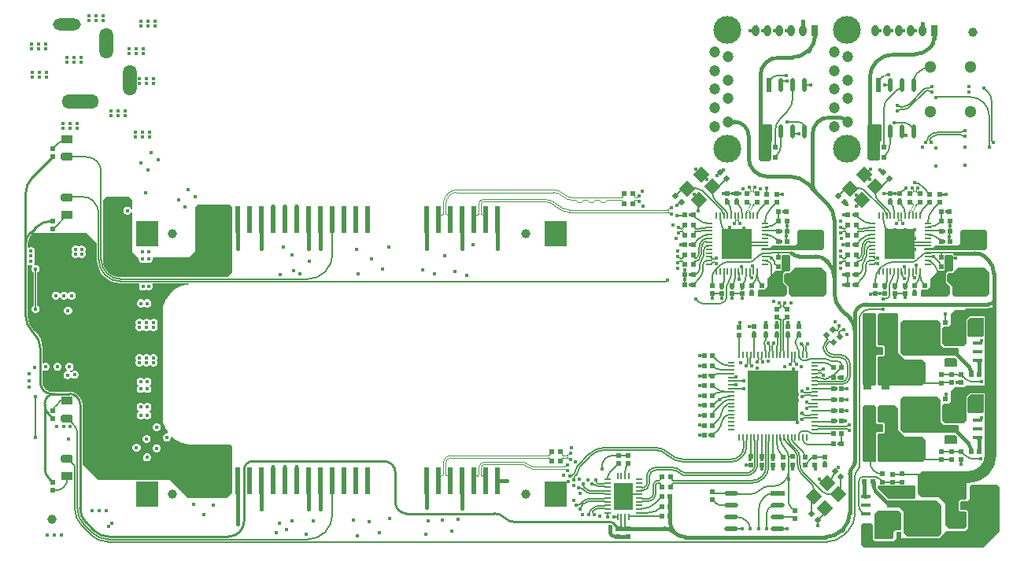
<source format=gbr>
%TF.GenerationSoftware,Altium Limited,Altium Designer,24.0.1 (36)*%
G04 Layer_Physical_Order=4*
G04 Layer_Color=15238730*
%FSLAX45Y45*%
%MOMM*%
%TF.SameCoordinates,AAAF7447-B715-4BC7-9B32-5AEFA729C21C*%
%TF.FilePolarity,Positive*%
%TF.FileFunction,Copper,L4,Bot,Signal*%
%TF.Part,Single*%
G01*
G75*
%TA.AperFunction,Conductor*%
%ADD10C,0.15240*%
%ADD11C,0.50800*%
%ADD12C,0.12954*%
%ADD13C,0.10897*%
%ADD14C,1.27000*%
%ADD15C,0.20320*%
%TA.AperFunction,SMDPad,CuDef*%
%ADD16C,1.00000*%
%ADD19R,0.50000X0.50000*%
%ADD20R,0.88900X1.27000*%
%ADD21R,1.92001X1.72400*%
%ADD22R,0.50000X0.50000*%
%ADD23R,1.00000X0.45000*%
%ADD35R,0.50000X1.50000*%
%ADD36O,0.50000X1.50000*%
%TA.AperFunction,Conductor*%
%ADD37C,0.38100*%
%TA.AperFunction,ComponentPad*%
%ADD38O,2.99999X1.30000*%
%ADD39O,1.50000X3.29999*%
%ADD40O,3.99999X1.50000*%
%ADD41C,2.99974*%
%ADD42C,1.19888*%
%ADD43C,1.30000*%
%ADD44C,1.00000*%
%TA.AperFunction,ViaPad*%
%ADD45C,0.40000*%
%TA.AperFunction,Conductor*%
%ADD46C,0.12700*%
%ADD47C,0.25400*%
%TA.AperFunction,SMDPad,CuDef*%
G04:AMPARAMS|DCode=48|XSize=1.27mm|YSize=0.889mm|CornerRadius=0mm|HoleSize=0mm|Usage=FLASHONLY|Rotation=0.000|XOffset=0mm|YOffset=0mm|HoleType=Round|Shape=Octagon|*
%AMOCTAGOND48*
4,1,8,0.63500,-0.22225,0.63500,0.22225,0.41275,0.44450,-0.41275,0.44450,-0.63500,0.22225,-0.63500,-0.22225,-0.41275,-0.44450,0.41275,-0.44450,0.63500,-0.22225,0.0*
%
%ADD48OCTAGOND48*%

%ADD49R,1.27000X0.88900*%
%ADD50O,0.80000X1.20000*%
%ADD51R,0.80000X1.20000*%
%ADD52O,1.50000X0.50000*%
%ADD53R,1.50000X0.50000*%
%ADD54P,0.70711X4X270.0*%
%ADD55R,3.30000X3.30000*%
%ADD56O,0.70000X0.20000*%
%ADD57O,0.20000X0.70000*%
%ADD58O,0.80000X0.20000*%
%ADD59O,0.20000X0.80000*%
%ADD60R,5.50000X5.50000*%
G04:AMPARAMS|DCode=61|XSize=1.3mm|YSize=1.2mm|CornerRadius=0mm|HoleSize=0mm|Usage=FLASHONLY|Rotation=45.000|XOffset=0mm|YOffset=0mm|HoleType=Round|Shape=Rectangle|*
%AMROTATEDRECTD61*
4,1,4,-0.03535,-0.88388,-0.88388,-0.03535,0.03535,0.88388,0.88388,0.03535,-0.03535,-0.88388,0.0*
%
%ADD61ROTATEDRECTD61*%

%ADD62P,0.70711X4X180.0*%
%ADD63R,0.75000X0.85000*%
%ADD64R,0.20000X0.70002*%
%ADD65R,0.70000X0.20000*%
%ADD66R,2.00000X2.99999*%
%ADD67R,2.40000X2.80000*%
%ADD68R,0.60000X2.90000*%
%TA.AperFunction,Conductor*%
%ADD69C,0.05080*%
G36*
X9243060Y7635240D02*
Y7470140D01*
X9230360Y7457440D01*
Y7272020D01*
X9210040Y7251700D01*
X9116060D01*
X9093200Y7274560D01*
Y7632700D01*
X9105900Y7645400D01*
X9232900D01*
X9243060Y7635240D01*
D02*
G37*
G36*
X8069580Y7632700D02*
Y7467600D01*
X8056880Y7454900D01*
Y7269480D01*
X8036560Y7249160D01*
X7942580D01*
X7919720Y7272020D01*
Y7630160D01*
X7932420Y7642860D01*
X8059420D01*
X8069580Y7632700D01*
D02*
G37*
G36*
X10360660Y6512560D02*
X10380980Y6492240D01*
Y6316980D01*
X10349948Y6285948D01*
X9708432D01*
X9702800Y6291580D01*
X9702800Y6309360D01*
X9707879Y6314439D01*
X9796780Y6314440D01*
X9822180Y6339840D01*
X10066020D01*
X10088880Y6362700D01*
Y6489700D01*
X10111740Y6512560D01*
X10360660Y6512560D01*
D02*
G37*
G36*
X8608060D02*
X8628380Y6492240D01*
Y6316980D01*
X8597348Y6285948D01*
X7955832D01*
X7950200Y6291580D01*
X7950200Y6309360D01*
X7955279Y6314439D01*
X8044180Y6314440D01*
X8069580Y6339840D01*
X8313420D01*
X8336280Y6362700D01*
Y6489700D01*
X8359140Y6512560D01*
X8608060Y6512560D01*
D02*
G37*
G36*
X1183640Y6830060D02*
Y6732537D01*
X1170940Y6730011D01*
X1166754Y6740118D01*
X1154658Y6752214D01*
X1138853Y6758760D01*
X1121747D01*
X1105942Y6752214D01*
X1093846Y6740118D01*
X1087300Y6724313D01*
Y6707207D01*
X1093846Y6691402D01*
X1105942Y6679306D01*
X1121747Y6672760D01*
X1138853D01*
X1154658Y6679306D01*
X1166754Y6691402D01*
X1170940Y6701509D01*
X1183640Y6698983D01*
Y6276340D01*
X1244600Y6215380D01*
X1251505Y6205045D01*
X1249860Y6201073D01*
Y6183967D01*
X1256406Y6168162D01*
X1268502Y6156066D01*
X1284307Y6149520D01*
X1301413D01*
X1317218Y6156066D01*
X1325880Y6164729D01*
X1334542Y6156066D01*
X1350347Y6149520D01*
X1367453D01*
X1383258Y6156066D01*
X1395354Y6168162D01*
X1401900Y6183967D01*
Y6201073D01*
X1400348Y6204820D01*
X1407404Y6215380D01*
X1798320D01*
X1861820Y6278880D01*
Y6753860D01*
X1889760Y6781800D01*
X2232660D01*
X2260600Y6753860D01*
Y6047740D01*
X2210148Y5997288D01*
X1057106D01*
Y5997292D01*
X1019919Y6000955D01*
X984162Y6011802D01*
X951207Y6029416D01*
X931800Y6045343D01*
X922322Y6053122D01*
D01*
X898616Y6082007D01*
X881002Y6114962D01*
X870155Y6150720D01*
X866492Y6187907D01*
X866488D01*
Y6830408D01*
X901700Y6865620D01*
X1148080Y6865620D01*
X1183640Y6830060D01*
D02*
G37*
G36*
X10353040Y6106159D02*
X10406380Y6052820D01*
Y5824220D01*
X10373360Y5791200D01*
X10025380D01*
X10002520Y5814060D01*
Y5903390D01*
X9944100Y5961810D01*
Y6029960D01*
X9961880Y6047740D01*
X10007600D01*
X10066020Y6106160D01*
X10353040Y6106159D01*
D02*
G37*
G36*
X10012680Y6230620D02*
X10012680Y6070600D01*
X9999980Y6057900D01*
X9956800D01*
X9933939Y6035039D01*
X9933940Y5946140D01*
X9979660Y5900420D01*
Y5821680D01*
X9949180Y5791200D01*
X9677400D01*
X9667240Y5801360D01*
Y5859780D01*
X9677400Y5869940D01*
X9735820D01*
X9766300Y5900420D01*
Y5981700D01*
X9850120Y6065520D01*
X9911080D01*
X9923780Y6078220D01*
X9923780Y6230619D01*
X9933940Y6240780D01*
X10002519D01*
X10012680Y6230620D01*
D02*
G37*
G36*
X8600440Y6106159D02*
X8653780Y6052820D01*
Y5824220D01*
X8620760Y5791200D01*
X8272780D01*
X8242300Y5821680D01*
Y5900420D01*
X8191500Y5951220D01*
X8191500Y6029960D01*
X8209280Y6047740D01*
X8255000D01*
X8313420Y6106160D01*
X8600440Y6106159D01*
D02*
G37*
G36*
X8260080Y6230620D02*
X8260080Y6070600D01*
X8247380Y6057900D01*
X8204200D01*
X8181339Y6035039D01*
X8181340Y5946140D01*
X8227060Y5900420D01*
Y5821680D01*
X8196580Y5791200D01*
X7924800D01*
X7914640Y5801360D01*
Y5859780D01*
X7924800Y5869940D01*
X7983220D01*
X8013700Y5900420D01*
Y5981700D01*
X8097520Y6065520D01*
X8158480D01*
X8171180Y6078220D01*
X8171180Y6230619D01*
X8181340Y6240780D01*
X8249919D01*
X8260080Y6230620D01*
D02*
G37*
G36*
X693421Y6474459D02*
X693421Y6474459D01*
X804832Y6363048D01*
Y6187907D01*
X803961D01*
X808825Y6138521D01*
X823231Y6091032D01*
X846624Y6047267D01*
X878095Y6008919D01*
X878094Y6008918D01*
X878202Y6008826D01*
X878202Y6008826D01*
X887572Y6001137D01*
X916467Y5977424D01*
X960232Y5954031D01*
X1007720Y5939625D01*
X1057106Y5934761D01*
Y5935632D01*
X1256920D01*
X1262181Y5922932D01*
X1261486Y5922238D01*
X1254940Y5906433D01*
Y5889327D01*
X1261486Y5873522D01*
X1273582Y5861426D01*
X1289387Y5854880D01*
X1306493D01*
X1322298Y5861426D01*
X1329690Y5868819D01*
X1334542Y5863966D01*
X1350347Y5857420D01*
X1367453D01*
X1383258Y5863966D01*
X1395354Y5876062D01*
X1401900Y5891867D01*
Y5908973D01*
X1396118Y5922932D01*
X1401093Y5935632D01*
X1796705D01*
X1797539Y5922932D01*
X1760551Y5918051D01*
X1759894Y5917671D01*
X1759141Y5917770D01*
X1721161Y5907583D01*
X1720559Y5907121D01*
X1719800Y5907121D01*
X1683473Y5892066D01*
X1682937Y5891529D01*
X1682184Y5891430D01*
X1648132Y5871765D01*
X1647670Y5871163D01*
X1646937Y5870966D01*
X1615742Y5847026D01*
X1615363Y5846369D01*
X1614661Y5846078D01*
X1586856Y5818273D01*
X1586566Y5817572D01*
X1585908Y5817192D01*
X1561969Y5785998D01*
X1561772Y5785264D01*
X1561170Y5784802D01*
X1541504Y5750751D01*
X1541405Y5749998D01*
X1540868Y5749461D01*
X1525814Y5713135D01*
X1525814Y5712376D01*
X1525351Y5711773D01*
X1515165Y5673794D01*
X1515263Y5673041D01*
X1514884Y5672384D01*
X1509739Y5633399D01*
X1509936Y5632666D01*
X1509645Y5631965D01*
X1509638Y5612304D01*
X1509639Y5612302D01*
X1509638Y5612300D01*
X1509638Y4511200D01*
X1509639Y4511198D01*
X1509638Y4511196D01*
X1509645Y4491535D01*
X1509936Y4490833D01*
X1509740Y4490100D01*
X1514884Y4451116D01*
X1515264Y4450458D01*
X1515165Y4449706D01*
X1525352Y4411726D01*
X1525814Y4411124D01*
X1525814Y4410365D01*
X1540869Y4374038D01*
X1541406Y4373502D01*
X1541505Y4372749D01*
X1561170Y4338698D01*
X1561772Y4338235D01*
X1561969Y4337502D01*
X1570018Y4327013D01*
X1568088Y4321919D01*
X1563014Y4315280D01*
X1548467D01*
X1532662Y4308734D01*
X1520566Y4296638D01*
X1514020Y4280833D01*
Y4263727D01*
X1520566Y4247922D01*
X1532662Y4235826D01*
X1548467Y4229280D01*
X1565573D01*
X1581378Y4235826D01*
X1593474Y4247922D01*
X1600020Y4263727D01*
Y4274102D01*
X1612720Y4279363D01*
X1614661Y4277421D01*
X1615363Y4277131D01*
X1615742Y4276473D01*
X1646937Y4252534D01*
X1647670Y4252337D01*
X1648133Y4251735D01*
X1682184Y4232070D01*
X1682937Y4231970D01*
X1683474Y4231433D01*
X1719800Y4216379D01*
X1720559Y4216379D01*
X1721161Y4215916D01*
X1759141Y4205730D01*
X1759893Y4205829D01*
X1760551Y4205449D01*
X1799535Y4200305D01*
X1800268Y4200501D01*
X1800970Y4200210D01*
X1820631Y4200203D01*
X1820633Y4200204D01*
X1820635Y4200203D01*
X2241237D01*
X2260600Y4180840D01*
Y3685540D01*
X2199640Y3624580D01*
X1780540D01*
X1584960Y3820160D01*
X815340D01*
X645608Y3989892D01*
X645607Y4333428D01*
Y4629444D01*
X646329D01*
X641669Y4664842D01*
X628006Y4697827D01*
X606272Y4726152D01*
X606183Y4726220D01*
X590929Y4737924D01*
X589329Y4739650D01*
X574743Y4750207D01*
X572357Y4751302D01*
X565513Y4755875D01*
X559915Y4756988D01*
X558248Y4757748D01*
X540951Y4761818D01*
X540775Y4762101D01*
Y4762101D01*
X509563Y4766210D01*
Y4765488D01*
X345365D01*
Y4766135D01*
X340447Y4765488D01*
X318608D01*
X318453Y4765457D01*
X292193Y4768914D01*
X267578Y4779110D01*
X246564Y4795235D01*
X246477Y4795365D01*
X246426Y4795399D01*
X230821Y4815736D01*
X220988Y4839475D01*
X217642Y4864890D01*
X217654Y4864950D01*
Y4990681D01*
X230354Y4996479D01*
X242907Y4991280D01*
X260013D01*
X275818Y4997826D01*
X287914Y5009922D01*
X294460Y5025727D01*
Y5042833D01*
X287914Y5058638D01*
X275818Y5070734D01*
X260013Y5077280D01*
X242907D01*
X230354Y5072081D01*
X217654Y5077879D01*
Y5230456D01*
X218466D01*
X213440Y5281491D01*
X198553Y5330564D01*
X174379Y5375791D01*
X141846Y5415432D01*
X135789Y5420403D01*
X126436Y5428486D01*
X118480Y5437725D01*
X97505Y5463283D01*
X76160Y5503217D01*
X63016Y5546548D01*
X58674Y5590635D01*
X58868Y5591610D01*
Y6127367D01*
X71568Y6132400D01*
X85427Y6126660D01*
X102533D01*
X103153Y6126917D01*
X110347Y6116150D01*
X107115Y6112918D01*
X100568Y6097113D01*
Y6080007D01*
X107115Y6064203D01*
X119211Y6052107D01*
X126046Y6049275D01*
Y5692823D01*
X120422Y5690494D01*
X108326Y5678398D01*
X101780Y5662593D01*
Y5645487D01*
X108326Y5629682D01*
X120422Y5617586D01*
X136227Y5611040D01*
X153333D01*
X169138Y5617586D01*
X181234Y5629682D01*
X187780Y5645487D01*
Y5662593D01*
X181234Y5678398D01*
X169138Y5690494D01*
X162302Y5693325D01*
Y6049777D01*
X167926Y6052107D01*
X180022Y6064203D01*
X186568Y6080007D01*
Y6097113D01*
X180022Y6112918D01*
X167926Y6125014D01*
X152121Y6131560D01*
X135015D01*
X134395Y6131303D01*
X127201Y6142070D01*
X130434Y6145302D01*
X136980Y6161107D01*
Y6178213D01*
X130434Y6194018D01*
X125581Y6198870D01*
X130434Y6203722D01*
X136980Y6219527D01*
Y6236633D01*
X130434Y6252438D01*
X128121Y6254750D01*
X130434Y6257062D01*
X136980Y6272867D01*
Y6289973D01*
X130434Y6305778D01*
X118338Y6317874D01*
X102533Y6324420D01*
X85427D01*
X71568Y6318680D01*
X58868Y6323713D01*
Y6353597D01*
X58959D01*
X61877Y6383228D01*
X70520Y6411719D01*
X84555Y6437977D01*
X103443Y6460992D01*
X103379Y6461057D01*
X116782Y6474460D01*
X693421Y6474459D01*
D02*
G37*
G36*
X10340340Y5374640D02*
X10327639Y5361940D01*
X10185399D01*
X10170160Y5377181D01*
Y5537200D01*
X10198100Y5565140D01*
X10340340D01*
Y5374640D01*
D02*
G37*
G36*
X10388600Y5656580D02*
Y5580380D01*
X10383520Y5575300D01*
X10193020D01*
X10160000Y5542280D01*
Y5290820D01*
X10124440Y5255260D01*
X9926320D01*
X9895840Y5285740D01*
Y5450840D01*
X9913620Y5468620D01*
X9966960D01*
X9984740Y5486400D01*
Y5537200D01*
Y5603240D01*
X10027920Y5646420D01*
X10134600D01*
X10152380Y5664200D01*
X10380980D01*
X10388600Y5656580D01*
D02*
G37*
G36*
X9875520Y5509260D02*
Y5275580D01*
X9911080Y5240020D01*
X10063480D01*
X10073640Y5229860D01*
Y5161280D01*
X10063480Y5151120D01*
X9476740D01*
X9443720Y5184140D01*
Y5509260D01*
X9474200Y5539740D01*
X9845040D01*
X9875520Y5509260D01*
D02*
G37*
G36*
X9423400Y5595620D02*
Y5181600D01*
X9494520Y5110480D01*
X9685020D01*
X9720580Y5074920D01*
Y4874260D01*
X9682480Y4836160D01*
X9215120D01*
X9199880Y4851400D01*
Y5130800D01*
X9212580Y5143500D01*
X9263380Y5143500D01*
X9278620Y5158740D01*
Y5252720D01*
X9268460Y5262880D01*
X9215120Y5262880D01*
X9199880Y5278120D01*
Y5593080D01*
X9215119Y5608319D01*
X9410700Y5608320D01*
X9423400Y5595620D01*
D02*
G37*
G36*
X10058400Y5113038D02*
Y5041900D01*
X10050780Y5034280D01*
X9926320D01*
X9918700Y5041900D01*
Y5118100D01*
X9931400Y5130800D01*
X10040638D01*
X10058400Y5113038D01*
D02*
G37*
G36*
X9187180Y5595620D02*
Y5257800D01*
X9197340Y5247640D01*
X9253220D01*
X9263380Y5237480D01*
Y5173980D01*
X9253220Y5163820D01*
X9199880D01*
X9187180Y5151120D01*
Y4851400D01*
X9171940Y4836160D01*
X9055100D01*
X9037320Y4853940D01*
Y5593080D01*
X9052559Y5608319D01*
X9174479Y5608320D01*
X9187180Y5595620D01*
D02*
G37*
G36*
X10340340Y4546600D02*
X10327639Y4533900D01*
X10185399D01*
X10170160Y4549141D01*
Y4709160D01*
X10198100Y4737100D01*
X10340340D01*
Y4546600D01*
D02*
G37*
G36*
X10388600Y4828540D02*
Y4752340D01*
X10383520Y4747260D01*
X10193020D01*
X10160000Y4714240D01*
Y4462780D01*
X10124440Y4427220D01*
X9926320D01*
X9895840Y4457700D01*
Y4622800D01*
X9913620Y4640580D01*
X9966960D01*
X9984740Y4658360D01*
Y4709160D01*
Y4775200D01*
X10027920Y4818380D01*
X10134600D01*
X10152380Y4836160D01*
X10380980D01*
X10388600Y4828540D01*
D02*
G37*
G36*
X9875520Y4681220D02*
Y4447540D01*
X9911080Y4411980D01*
X10063480D01*
X10073640Y4401820D01*
Y4333240D01*
X10063480Y4323080D01*
X9476740D01*
X9443720Y4356100D01*
Y4681220D01*
X9474200Y4711700D01*
X9845040D01*
X9875520Y4681220D01*
D02*
G37*
G36*
X9423400Y4584700D02*
Y4353560D01*
X9494520Y4282440D01*
X9685020D01*
X9720580Y4246880D01*
Y4046220D01*
X9682480Y4008120D01*
X9215120D01*
X9199880Y4023360D01*
Y4302760D01*
X9212580Y4315460D01*
X9263380Y4315460D01*
X9278620Y4330700D01*
Y4424680D01*
X9268460Y4434840D01*
X9215120Y4434840D01*
X9199880Y4450080D01*
Y4605020D01*
X9220200Y4625340D01*
X9382760D01*
X9423400Y4584700D01*
D02*
G37*
G36*
X10058400Y4284998D02*
Y4213860D01*
X10050780Y4206240D01*
X9926320D01*
X9918700Y4213860D01*
Y4290060D01*
X9931400Y4302760D01*
X10040638D01*
X10058400Y4284998D01*
D02*
G37*
G36*
X9187180Y4602480D02*
Y4429760D01*
X9197340Y4419600D01*
X9253220D01*
X9263380Y4409440D01*
Y4345940D01*
X9253220Y4335780D01*
X9199880D01*
X9187180Y4323080D01*
Y4023360D01*
X9171940Y4008120D01*
X9055100D01*
X9037320Y4025900D01*
Y4605020D01*
X9057640Y4625340D01*
X9164320D01*
X9187180Y4602480D01*
D02*
G37*
G36*
X9606280Y3746500D02*
X9606280Y3629660D01*
X9593580Y3616960D01*
X9314180Y3616960D01*
X9202420Y3728720D01*
Y3746500D01*
X9212580Y3756660D01*
X9596120D01*
X9606280Y3746500D01*
D02*
G37*
G36*
X10154920Y3893820D02*
Y3614420D01*
X10142220Y3601720D01*
X10091420Y3601720D01*
X10076180Y3586480D01*
Y3492500D01*
X10086340Y3482340D01*
X10139680Y3482340D01*
X10154920Y3467100D01*
Y3312160D01*
X10134600Y3291840D01*
X9972040D01*
X9931400Y3332480D01*
Y3563620D01*
X9860280Y3634740D01*
X9669780D01*
X9634220Y3670300D01*
Y3870960D01*
X9672320Y3909060D01*
X10139680D01*
X10154920Y3893820D01*
D02*
G37*
G36*
X9885680Y3545840D02*
Y3241040D01*
X9855200Y3210560D01*
X9512300D01*
X9476740Y3246120D01*
X9476740Y3474720D01*
X9433560Y3517900D01*
X9311639Y3517900D01*
X9304020Y3525520D01*
Y3583940D01*
X9314180Y3594100D01*
X9837420D01*
X9885680Y3545840D01*
D02*
G37*
G36*
X9458960Y3459480D02*
Y3294380D01*
X9441180Y3276600D01*
X9387840D01*
X9370060Y3258820D01*
X9370060Y3192779D01*
X9357360Y3180080D01*
X9179560D01*
X9166121Y3193519D01*
X9166121Y3453661D01*
X9202420Y3489960D01*
X9428480D01*
X9458960Y3459480D01*
D02*
G37*
G36*
X10515599Y3743960D02*
X10515600Y3263900D01*
X10340340Y3088640D01*
X9052560D01*
X9022080Y3119120D01*
Y3335020D01*
X9037320Y3350260D01*
X9131300D01*
X9146540Y3335020D01*
Y3182620D01*
X9169400Y3159760D01*
X9375140D01*
X9403080Y3187700D01*
X9862820D01*
X9941560Y3266440D01*
X10147300D01*
X10177780Y3296920D01*
Y3474720D01*
X10157460Y3495040D01*
X10101580Y3495040D01*
X10091420Y3505200D01*
Y3576320D01*
X10104120Y3589020D01*
X10165080D01*
X10187940Y3611880D01*
Y3749040D01*
X10208260Y3769360D01*
X10490200D01*
X10515599Y3743960D01*
D02*
G37*
%LPC*%
G36*
X646093Y6342200D02*
X628987D01*
X613182Y6335654D01*
X605790Y6328261D01*
X598398Y6335654D01*
X582593Y6342200D01*
X565487D01*
X549682Y6335654D01*
X537586Y6323558D01*
X531040Y6307753D01*
Y6290647D01*
X537586Y6274842D01*
X539899Y6272530D01*
X537586Y6270218D01*
X531040Y6254413D01*
Y6237307D01*
X537586Y6221502D01*
X549682Y6209406D01*
X565487Y6202860D01*
X582593D01*
X598398Y6209406D01*
X605790Y6216799D01*
X613182Y6209406D01*
X628987Y6202860D01*
X646093D01*
X661898Y6209406D01*
X673994Y6221502D01*
X680540Y6237307D01*
Y6254413D01*
X673994Y6270218D01*
X671681Y6272530D01*
X673994Y6274842D01*
X680540Y6290647D01*
Y6307753D01*
X673994Y6323558D01*
X661898Y6335654D01*
X646093Y6342200D01*
D02*
G37*
G36*
X541953Y5844360D02*
X524847D01*
X509042Y5837814D01*
X498950Y5827721D01*
X491490Y5826564D01*
X484030Y5827721D01*
X473938Y5837814D01*
X458133Y5844360D01*
X441027D01*
X425222Y5837814D01*
X413126Y5825718D01*
X412003Y5823006D01*
X398257D01*
X397134Y5825718D01*
X385038Y5837814D01*
X369233Y5844360D01*
X352127D01*
X336322Y5837814D01*
X324226Y5825718D01*
X317680Y5809913D01*
Y5792807D01*
X324226Y5777002D01*
X336322Y5764906D01*
X352127Y5758360D01*
X369233D01*
X385038Y5764906D01*
X397134Y5777002D01*
X398257Y5779714D01*
X412003D01*
X413126Y5777002D01*
X425222Y5764906D01*
X441027Y5758360D01*
X458133D01*
X473938Y5764906D01*
X484030Y5774999D01*
X491490Y5776156D01*
X498950Y5774999D01*
X509042Y5764906D01*
X524847Y5758360D01*
X541953D01*
X557758Y5764906D01*
X569854Y5777002D01*
X576400Y5792807D01*
Y5809913D01*
X569854Y5825718D01*
X557758Y5837814D01*
X541953Y5844360D01*
D02*
G37*
G36*
X1354753Y5760540D02*
X1337647D01*
X1321842Y5753994D01*
X1310640Y5742791D01*
X1299438Y5753994D01*
X1283633Y5760540D01*
X1266527D01*
X1250722Y5753994D01*
X1238626Y5741898D01*
X1232080Y5726093D01*
Y5708987D01*
X1238626Y5693182D01*
X1250722Y5681086D01*
X1266527Y5674540D01*
X1283633D01*
X1299438Y5681086D01*
X1310640Y5692289D01*
X1321842Y5681086D01*
X1337647Y5674540D01*
X1354753D01*
X1370558Y5681086D01*
X1382654Y5693182D01*
X1389200Y5708987D01*
Y5726093D01*
X1382654Y5741898D01*
X1370558Y5753994D01*
X1354753Y5760540D01*
D02*
G37*
G36*
X500733Y5682837D02*
X483627D01*
X467822Y5676290D01*
X455726Y5664194D01*
X449180Y5648390D01*
Y5631284D01*
X455726Y5615479D01*
X467822Y5603383D01*
X483627Y5596837D01*
X500733D01*
X516537Y5603383D01*
X528633Y5615479D01*
X535180Y5631284D01*
Y5648390D01*
X528633Y5664194D01*
X516537Y5676290D01*
X500733Y5682837D01*
D02*
G37*
G36*
X1423333Y5552260D02*
X1406227D01*
X1390422Y5545714D01*
X1384977Y5540268D01*
X1376680Y5534719D01*
X1368383Y5540268D01*
X1362938Y5545714D01*
X1347133Y5552260D01*
X1330027D01*
X1314222Y5545714D01*
X1308777Y5540268D01*
X1300480Y5534719D01*
X1292183Y5540268D01*
X1286738Y5545714D01*
X1270933Y5552260D01*
X1253827D01*
X1238022Y5545714D01*
X1225926Y5533618D01*
X1219380Y5517813D01*
Y5500707D01*
X1225926Y5484902D01*
X1226969Y5483860D01*
X1225926Y5482818D01*
X1219380Y5467013D01*
Y5449907D01*
X1225926Y5434102D01*
X1238022Y5422006D01*
X1253827Y5415460D01*
X1270933D01*
X1286738Y5422006D01*
X1292183Y5427452D01*
X1300480Y5433001D01*
X1308777Y5427452D01*
X1314222Y5422006D01*
X1330027Y5415460D01*
X1347133D01*
X1362938Y5422006D01*
X1368383Y5427452D01*
X1376680Y5433001D01*
X1384977Y5427452D01*
X1390422Y5422006D01*
X1406227Y5415460D01*
X1423333D01*
X1439138Y5422006D01*
X1451234Y5434102D01*
X1457780Y5449907D01*
Y5467013D01*
X1451234Y5482818D01*
X1450191Y5483860D01*
X1451234Y5484902D01*
X1457780Y5500707D01*
Y5517813D01*
X1451234Y5533618D01*
X1439138Y5545714D01*
X1423333Y5552260D01*
D02*
G37*
G36*
X1420793Y5173800D02*
X1403687D01*
X1387882Y5167254D01*
X1382437Y5161808D01*
X1374140Y5156259D01*
X1365843Y5161808D01*
X1360398Y5167254D01*
X1344593Y5173800D01*
X1327487D01*
X1311682Y5167254D01*
X1306237Y5161808D01*
X1297940Y5156259D01*
X1289643Y5161808D01*
X1284198Y5167254D01*
X1268393Y5173800D01*
X1251287D01*
X1235482Y5167254D01*
X1223386Y5155158D01*
X1216840Y5139353D01*
Y5122247D01*
X1223386Y5106442D01*
X1224429Y5105400D01*
X1223386Y5104358D01*
X1216840Y5088553D01*
Y5071447D01*
X1223386Y5055642D01*
X1235482Y5043546D01*
X1251287Y5037000D01*
X1268393D01*
X1284198Y5043546D01*
X1289643Y5048992D01*
X1297940Y5054541D01*
X1306237Y5048992D01*
X1311682Y5043546D01*
X1327487Y5037000D01*
X1344593D01*
X1360398Y5043546D01*
X1365843Y5048992D01*
X1374140Y5054541D01*
X1382437Y5048992D01*
X1387882Y5043546D01*
X1403687Y5037000D01*
X1420793D01*
X1436598Y5043546D01*
X1448694Y5055642D01*
X1455240Y5071447D01*
Y5088553D01*
X1448694Y5104358D01*
X1447651Y5105400D01*
X1448694Y5106442D01*
X1455240Y5122247D01*
Y5139353D01*
X1448694Y5155158D01*
X1436598Y5167254D01*
X1420793Y5173800D01*
D02*
G37*
G36*
X387013Y5077280D02*
X369907D01*
X354102Y5070734D01*
X342006Y5058638D01*
X335460Y5042833D01*
Y5025727D01*
X342006Y5009922D01*
X354102Y4997826D01*
X369907Y4991280D01*
X387013D01*
X402818Y4997826D01*
X414914Y5009922D01*
X421460Y5025727D01*
Y5042833D01*
X414914Y5058638D01*
X402818Y5070734D01*
X387013Y5077280D01*
D02*
G37*
G36*
X516553D02*
X499447D01*
X483642Y5070734D01*
X471546Y5058638D01*
X465000Y5042833D01*
Y5025727D01*
X471546Y5009922D01*
X480389Y5001080D01*
X477313Y4990807D01*
X476187Y4988214D01*
X460782Y4981834D01*
X448686Y4969738D01*
X442140Y4953933D01*
Y4936827D01*
X448686Y4921022D01*
X460782Y4908926D01*
X476587Y4902380D01*
X493693D01*
X509498Y4908926D01*
X517483Y4916912D01*
X522981Y4920589D01*
X533766Y4917223D01*
X539522Y4911466D01*
X555327Y4904920D01*
X572433D01*
X588238Y4911466D01*
X600334Y4923562D01*
X606880Y4939367D01*
Y4956473D01*
X600334Y4972278D01*
X588238Y4984374D01*
X572433Y4990920D01*
X555327D01*
X539522Y4984374D01*
X531537Y4976388D01*
X526039Y4972711D01*
X515254Y4976077D01*
X512751Y4978580D01*
X515827Y4988853D01*
X516953Y4991446D01*
X532358Y4997826D01*
X544454Y5009922D01*
X551000Y5025727D01*
Y5042833D01*
X544454Y5058638D01*
X532358Y5070734D01*
X516553Y5077280D01*
D02*
G37*
G36*
X1354753Y4919800D02*
X1337647D01*
X1321842Y4913254D01*
X1317667Y4909078D01*
X1309370Y4901501D01*
X1301073Y4909078D01*
X1296898Y4913254D01*
X1281093Y4919800D01*
X1263987D01*
X1248182Y4913254D01*
X1236086Y4901158D01*
X1229540Y4885353D01*
Y4868247D01*
X1236086Y4852442D01*
X1244383Y4844146D01*
X1246876Y4836160D01*
X1244383Y4828174D01*
X1236086Y4819878D01*
X1229540Y4804073D01*
Y4786967D01*
X1236086Y4771162D01*
X1248182Y4759066D01*
X1263987Y4752520D01*
X1281093D01*
X1296898Y4759066D01*
X1301073Y4763242D01*
X1309370Y4770819D01*
X1317667Y4763242D01*
X1321842Y4759066D01*
X1337647Y4752520D01*
X1354753D01*
X1370558Y4759066D01*
X1382654Y4771162D01*
X1389200Y4786967D01*
Y4804073D01*
X1382654Y4819878D01*
X1374357Y4828174D01*
X1371864Y4836160D01*
X1374357Y4844146D01*
X1382654Y4852442D01*
X1389200Y4868247D01*
Y4885353D01*
X1382654Y4901158D01*
X1370558Y4913254D01*
X1354753Y4919800D01*
D02*
G37*
G36*
Y4645480D02*
X1337647D01*
X1321842Y4638934D01*
X1317667Y4634758D01*
X1309370Y4627181D01*
X1301073Y4634758D01*
X1296898Y4638934D01*
X1281093Y4645480D01*
X1263987D01*
X1248182Y4638934D01*
X1236086Y4626838D01*
X1229540Y4611033D01*
Y4593927D01*
X1236086Y4578122D01*
X1248182Y4566026D01*
X1250894Y4564903D01*
Y4551157D01*
X1248182Y4550034D01*
X1236086Y4537938D01*
X1229540Y4522133D01*
Y4505027D01*
X1236086Y4489222D01*
X1248182Y4477126D01*
X1263987Y4470580D01*
X1281093D01*
X1296898Y4477126D01*
X1301073Y4481302D01*
X1309370Y4488878D01*
X1317667Y4481302D01*
X1321842Y4477126D01*
X1337647Y4470580D01*
X1354753D01*
X1370558Y4477126D01*
X1382654Y4489222D01*
X1389200Y4505027D01*
Y4522133D01*
X1382654Y4537938D01*
X1370558Y4550034D01*
X1367846Y4551157D01*
Y4564903D01*
X1370558Y4566026D01*
X1382654Y4578122D01*
X1389200Y4593927D01*
Y4611033D01*
X1382654Y4626838D01*
X1370558Y4638934D01*
X1354753Y4645480D01*
D02*
G37*
G36*
X1456353Y4427040D02*
X1439247D01*
X1423442Y4420494D01*
X1411346Y4408398D01*
X1404800Y4392593D01*
Y4375487D01*
X1411346Y4359682D01*
X1423442Y4347586D01*
X1439247Y4341040D01*
X1456353D01*
X1472158Y4347586D01*
X1484254Y4359682D01*
X1490800Y4375487D01*
Y4392593D01*
X1484254Y4408398D01*
X1472158Y4420494D01*
X1456353Y4427040D01*
D02*
G37*
G36*
X1347133Y4300040D02*
X1330027D01*
X1314222Y4293494D01*
X1302126Y4281398D01*
X1295580Y4265593D01*
Y4248487D01*
X1302126Y4232682D01*
X1314222Y4220586D01*
X1330027Y4214040D01*
X1347133D01*
X1362938Y4220586D01*
X1375034Y4232682D01*
X1381580Y4248487D01*
Y4265593D01*
X1375034Y4281398D01*
X1362938Y4293494D01*
X1347133Y4300040D01*
D02*
G37*
G36*
X1237913Y4208600D02*
X1220807D01*
X1205002Y4202054D01*
X1192906Y4189958D01*
X1186360Y4174153D01*
Y4157047D01*
X1192906Y4141242D01*
X1205002Y4129146D01*
X1220807Y4122600D01*
X1237913D01*
X1253718Y4129146D01*
X1265814Y4141242D01*
X1272360Y4157047D01*
Y4174153D01*
X1265814Y4189958D01*
X1253718Y4202054D01*
X1237913Y4208600D01*
D02*
G37*
G36*
X1453813Y4200980D02*
X1436707D01*
X1420902Y4194434D01*
X1408806Y4182338D01*
X1402260Y4166533D01*
Y4149427D01*
X1408806Y4133622D01*
X1420902Y4121526D01*
X1436707Y4114980D01*
X1453813D01*
X1469618Y4121526D01*
X1481714Y4133622D01*
X1488260Y4149427D01*
Y4166533D01*
X1481714Y4182338D01*
X1469618Y4194434D01*
X1453813Y4200980D01*
D02*
G37*
G36*
X1349673Y4101920D02*
X1332567D01*
X1316762Y4095374D01*
X1304666Y4083278D01*
X1298120Y4067473D01*
Y4050367D01*
X1304666Y4034562D01*
X1316762Y4022466D01*
X1332567Y4015920D01*
X1349673D01*
X1365478Y4022466D01*
X1377574Y4034562D01*
X1384120Y4050367D01*
Y4067473D01*
X1377574Y4083278D01*
X1365478Y4095374D01*
X1349673Y4101920D01*
D02*
G37*
%LPD*%
D10*
X9105206Y5651319D02*
G03*
X9037630Y5623349I0J-95614D01*
G01*
X9023594Y5609312D02*
G03*
X9009591Y5575507I33805J-33805D01*
G01*
X9037630Y5623349D02*
G03*
X9037596Y5623314I67575J-67644D01*
G01*
X9279354Y5765420D02*
G03*
X9316552Y5780828I0J52606D01*
G01*
X9324273Y5788548D02*
G03*
X9331960Y5807131I-18615J18582D01*
G01*
X9324256Y5788532D02*
G03*
X9324273Y5788548I-18599J18599D01*
G01*
X7830820Y3291840D02*
G03*
X7800287Y3365553I-104246J0D01*
G01*
X7971790Y3620770D02*
G03*
X7922260Y3501194I119576J-119576D01*
G01*
X8056343Y3670300D02*
G03*
X7996555Y3645535I0J-84553D01*
G01*
X8110640Y7301740D02*
G03*
X8163560Y7429500I-127760J127760D01*
G01*
X9272226Y7292386D02*
G03*
X9337040Y7448926I-156631J156540D01*
G01*
X9272180Y7292340D02*
G03*
X9272226Y7292386I-156586J156586D01*
G01*
X9541952Y7640991D02*
G03*
X9496660Y7659752I-45292J-45292D01*
G01*
X3261721Y6063341D02*
G03*
X3336116Y6242946I-179605J179605D01*
G01*
X3072330Y5979160D02*
G03*
X3251935Y6053555I0J254000D01*
G01*
X822960Y6187907D02*
G03*
X891529Y6022351I234147J0D01*
G01*
X891621Y6022259D02*
G03*
X1057106Y5953760I165485J165647D01*
G01*
X848360Y6187907D02*
G03*
X909501Y6040300I208747J0D01*
G01*
X909588Y6040213D02*
G03*
X1057106Y5979160I147519J147693D01*
G01*
X909501Y6040300D02*
G03*
X909588Y6040213I147606J147606D01*
G01*
X398361Y7447111D02*
G03*
X398312Y7447062I85813J-85910D01*
G01*
X407665Y7455492D02*
G03*
X398361Y7447111I76509J-94291D01*
G01*
X484174Y7482627D02*
G03*
X407665Y7455492I0J-121427D01*
G01*
X848360Y7136040D02*
G03*
X802585Y7246676I-156588J0D01*
G01*
X802408Y7246852D02*
G03*
X691772Y7292627I-110636J-110812D01*
G01*
X802496Y7246764D02*
G03*
X802408Y7246852I-110724J-110724D01*
G01*
X802585Y7246676D02*
G03*
X802496Y7246764I-110812J-110636D01*
G01*
X822960Y6678658D02*
G03*
X765610Y6817114I-195807J0D01*
G01*
X758699Y6823621D02*
G03*
X653840Y6863411I-104860J-118277D01*
G01*
X591820Y4320804D02*
G03*
X556578Y4405954I-120487J0D01*
G01*
D02*
G03*
X556530Y4406001I-85244J-85150D01*
G01*
X361164Y3703950D02*
G03*
X448134Y3739974I0J122994D01*
G01*
X448191Y3740031D02*
G03*
X484158Y3826943I-87026J86912D01*
G01*
X448134Y3739974D02*
G03*
X448191Y3740031I-86969J86969D01*
G01*
X540938Y3998547D02*
G03*
X540918Y3998566I-61586J-61547D01*
G01*
X566420Y3937000D02*
G03*
X540938Y3998547I-87068J0D01*
G01*
X566420Y3503731D02*
G03*
X640815Y3324125I254000J0D01*
G01*
X591820Y3514252D02*
G03*
X666215Y3334646I254000J0D01*
G01*
X738405Y3226535D02*
G03*
X918011Y3152140I179605J179605D01*
G01*
X748926Y3251935D02*
G03*
X928532Y3177540I179605J179605D01*
G01*
X3072330D02*
G03*
X3251935Y3251935I0J254000D01*
G01*
X3261721Y3261721D02*
G03*
X3336116Y3441326I-179605J179605D01*
G01*
X9355300Y5982180D02*
G03*
X9378640Y6038527I-56347J56347D01*
G01*
X9355300Y5982180D02*
G03*
X9355273Y5982153I56348J-56348D01*
G01*
D02*
G03*
X9331960Y5925832I56375J-56321D01*
G01*
X8982896Y3920301D02*
G03*
X8956560Y3856692I63648J-63609D01*
G01*
X8882165Y3269565D02*
G03*
X8956560Y3449170I-179605J179605D01*
G01*
X8659530Y3152140D02*
G03*
X8839135Y3226535I0J254000D01*
G01*
X6330996Y3911052D02*
G03*
X6294298Y3822369I88804J-88683D01*
G01*
X6331056Y3911113D02*
G03*
X6330996Y3911052I88744J-88744D01*
G01*
X8081447Y3536649D02*
G03*
X8028216Y3514636I0J-75367D01*
G01*
X8028093Y3514513D02*
G03*
X8006080Y3461282I53354J-53232D01*
G01*
X8028155Y3514575D02*
G03*
X8028093Y3514513I53293J-53293D01*
G01*
X8028216Y3514636D02*
G03*
X8028155Y3514575I53232J-53354D01*
G01*
X7790130Y3375710D02*
G03*
X7692066Y3416300I-98064J-98163D01*
G01*
X7790180Y3375660D02*
G03*
X7790130Y3375710I-98114J-98114D01*
G01*
X6884620Y3530498D02*
G03*
X6884723Y3530600I-164669J164874D01*
G01*
X6719951Y3462349D02*
G03*
X6884620Y3530498I0J233022D01*
G01*
X6643944Y3502354D02*
G03*
X6823549Y3576749I0J254000D01*
G01*
X7421880Y3689940D02*
G03*
X7469295Y3670300I47415J47415D01*
G01*
X8511810Y3635838D02*
G03*
X8489879Y3582892I52946J-52946D01*
G01*
X8780510Y3664122D02*
G03*
X8803780Y3720300I-56177J56177D01*
G01*
X9309225Y7916922D02*
G03*
X9272180Y7827393I89662J-89529D01*
G01*
X9309292Y7916988D02*
G03*
X9309225Y7916922I89595J-89595D01*
G01*
X9423110Y8021528D02*
G03*
X9394879Y8002575I34075J-81259D01*
G01*
X9457185Y8028383D02*
G03*
X9423110Y8021528I0J-88115D01*
G01*
X8114849Y8168640D02*
G03*
X8071780Y8150800I0J-60909D01*
G01*
X8053940Y8128043D02*
G03*
X8036560Y8065772I102868J-62272D01*
G01*
X8071722Y8150742D02*
G03*
X8053940Y8128043I85086J-84970D01*
G01*
X8071780Y8150800D02*
G03*
X8071722Y8150742I85028J-85028D01*
G01*
X8224520Y7777480D02*
G03*
X8290560Y7936915I-159435J159435D01*
G01*
X8156951Y7709911D02*
G03*
X8098700Y7569200I140826J-140711D01*
G01*
X8157008Y7709968D02*
G03*
X8156951Y7709911I140768J-140768D01*
G01*
X8417560Y7589849D02*
G03*
X8390852Y7654328I-91187J0D01*
G01*
X8390802Y7654378D02*
G03*
X8356748Y7668455I-34054J-34153D01*
G01*
X8390852Y7654328D02*
G03*
X8390802Y7654378I-34104J-34104D01*
G01*
X7266997Y5740343D02*
G03*
X7328261Y5715000I61264J61378D01*
G01*
X7266940Y5740400D02*
G03*
X7266997Y5740343I61321J61321D01*
G01*
X7557978Y5736382D02*
G03*
X7579360Y5788004I-51622J51622D01*
G01*
X7506356Y5715000D02*
G03*
X7557978Y5736382I0J73004D01*
G01*
X7602700Y5961111D02*
G03*
X7626040Y6017458I-56347J56347D01*
G01*
X7602673Y5961084D02*
G03*
X7579360Y5904763I56375J-56321D01*
G01*
X7602700Y5961111D02*
G03*
X7602673Y5961084I56348J-56348D01*
G01*
X8982916Y3920321D02*
G03*
X8982896Y3920301I63629J-63629D01*
G01*
X8982950Y3920355D02*
G03*
X9009591Y3984721I-64434J64366D01*
G01*
X8982916Y3920321D02*
G03*
X8982950Y3920355I-64400J64400D01*
G01*
X7629652Y4641850D02*
G03*
X7563310Y4614370I0J-93822D01*
G01*
X7229729Y6027420D02*
G03*
X7262883Y6041143I0J46910D01*
G01*
D02*
G03*
X7262900Y6041160I-33154J33187D01*
G01*
X8727718Y5029200D02*
G03*
X8600783Y5081778I-126934J-126934D01*
G01*
X8703591Y4196080D02*
G03*
X8728120Y4206240I0J34689D01*
G01*
X8412635Y4213704D02*
G03*
X8412675Y4213665I43433J43355D01*
G01*
X8412714Y4213626D02*
G03*
X8455129Y4196080I42415J42494D01*
G01*
X8412675Y4213665D02*
G03*
X8412714Y4213626I42454J42454D01*
G01*
X8395089Y4250157D02*
G03*
X8412635Y4213704I60980J6902D01*
G01*
X8394700Y4257060D02*
G03*
X8395089Y4250157I61369J0D01*
G01*
X8365571Y4331348D02*
G03*
X8365544Y4331321I24271J-24326D01*
G01*
X8389842Y4341385D02*
G03*
X8365571Y4331348I0J-34363D01*
G01*
X8355479Y4313034D02*
G03*
X8354568Y4304823I36563J-8211D01*
G01*
X8365544Y4331321D02*
G03*
X8355479Y4313034I26498J-26498D01*
G01*
X8477252Y4327138D02*
G03*
X8511598Y4312920I34346J34375D01*
G01*
X8477223Y4327167D02*
G03*
X8442877Y4341385I-34346J-34375D01*
G01*
X8477238Y4327153D02*
G03*
X8477223Y4327167I-34361J-34361D01*
G01*
X8526780Y4066262D02*
G03*
X8489770Y4050932I0J-52340D01*
G01*
X8396578Y4123082D02*
G03*
X8396555Y4123105I-56866J-56820D01*
G01*
X8420100Y4066262D02*
G03*
X8396578Y4123082I-80388J0D01*
G01*
X8274558Y4271324D02*
G03*
X8293100Y4226560I63306J0D01*
G01*
X7495821Y4478301D02*
G03*
X7520940Y4538980I-60730J60679D01*
G01*
X7495795Y4478275D02*
G03*
X7495821Y4478301I-60705J60705D01*
G01*
X7544289Y4595349D02*
G03*
X7520940Y4538980I56369J-56369D01*
G01*
X7438045Y4550064D02*
G03*
X7421880Y4511040I39024J-39024D01*
G01*
X7610553Y4681982D02*
G03*
X7541260Y4653280I0J-97995D01*
G01*
X7512022Y4761738D02*
G03*
X7421880Y4724400I0J-127480D01*
G01*
X7424420Y4831080D02*
G03*
X7591826Y4761738I167406J167406D01*
G01*
X7421880Y5044440D02*
G03*
X7524899Y5001768I103019J103019D01*
G01*
X7461414Y5111587D02*
G03*
X7629652Y5041900I168238J168238D01*
G01*
X9494520Y5876072D02*
G03*
X9497060Y5869940I8672J0D01*
G01*
X9133283Y6337620D02*
G03*
X9099786Y6323767I0J-47423D01*
G01*
X9092976Y6316187D02*
G03*
X9092963Y6316173I20664J-18567D01*
G01*
D02*
G03*
X9085860Y6297620I20677J-18552D01*
G01*
X9063503Y6189645D02*
G03*
X9063548Y6189690I-53973J53973D01*
G01*
X9062818Y6188960D02*
G03*
X9062775Y6188918I52321J-52320D01*
G01*
D02*
G03*
X9041146Y6136640I52363J-52278D01*
G01*
X9015483Y6041143D02*
G03*
X9015500Y6041160I-33154J33187D01*
G01*
X9003778Y6032610D02*
G03*
X9015483Y6041143I-21448J41720D01*
G01*
X8982329Y6027420D02*
G03*
X9003778Y6032610I0J46910D01*
G01*
X7424150Y6903471D02*
G03*
X7456890Y6824430I111781J0D01*
G01*
X7315717Y6929683D02*
G03*
X7256780Y6954073I-58937J-59012D01*
G01*
X7315754Y6929645D02*
G03*
X7315717Y6929683I-58974J-58974D01*
G01*
X7585129Y6658531D02*
G03*
X7558499Y6722821I-90920J0D01*
G01*
X7522449Y6722951D02*
G03*
X7522409Y6722991I-57091J-57011D01*
G01*
X7546040Y6665940D02*
G03*
X7522449Y6722951I-80683J0D01*
G01*
X7310903Y6189645D02*
G03*
X7310948Y6189690I-53973J53973D01*
G01*
X7310903Y6189645D02*
G03*
X7288546Y6135671I53974J-53974D01*
G01*
X7271496Y6049756D02*
G03*
X7288546Y6090986I-41325J41230D01*
G01*
X7271448Y6049708D02*
G03*
X7271496Y6049756I-41278J41278D01*
G01*
X7337357Y6312142D02*
G03*
X7333260Y6297620I23682J-14522D01*
G01*
X7380683Y6337620D02*
G03*
X7347150Y6323730I0J-47423D01*
G01*
X7310948Y6189690D02*
G03*
X7333260Y6243619I-54018J53929D01*
G01*
X7939016Y6737230D02*
G03*
X7906040Y6657620I79610J-79610D01*
G01*
X8056719Y6748254D02*
G03*
X7986040Y6577620I170634J-170634D01*
G01*
Y6537620D02*
G03*
X8132420Y6598253I0J207013D01*
G01*
X8135262Y6705600D02*
G03*
X8133087Y6700349I5251J-5251D01*
G01*
X7906040Y6023513D02*
G03*
X7953719Y5908405I162788J0D01*
G01*
X7848600Y5910587D02*
G03*
X7906040Y6049259I-138672J138672D01*
G01*
X8908073Y6950561D02*
G03*
X8908050Y6950538I8512J-8559D01*
G01*
X8916585Y6954073D02*
G03*
X8908073Y6950561I0J-12071D01*
G01*
X9061078Y6935098D02*
G03*
X9015268Y6954073I-45810J-45810D01*
G01*
X9204699Y6827399D02*
G03*
X9204769Y6827329I67712J67573D01*
G01*
X9176750Y6894971D02*
G03*
X9204699Y6827399I95661J0D01*
G01*
X9337729Y6658531D02*
G03*
X9312389Y6719709I-86519J0D01*
G01*
X9298103Y6667781D02*
G03*
X9270415Y6725762I-95829J-10161D01*
G01*
X9298640Y6657620D02*
G03*
X9298103Y6667781I-96367J0D01*
G01*
X9691616Y6737230D02*
G03*
X9658640Y6657620I79610J-79610D01*
G01*
X9809319Y6748254D02*
G03*
X9738640Y6577620I170634J-170634D01*
G01*
X9885027Y6598260D02*
G03*
X9887862Y6605115I-6869J6855D01*
G01*
X9885020Y6598253D02*
G03*
X9885027Y6598260I-6862J6862D01*
G01*
X9738640Y6537620D02*
G03*
X9885020Y6598253I0J207013D01*
G01*
X9024096Y6049756D02*
G03*
X9041146Y6090986I-41325J41230D01*
G01*
X9024048Y6049708D02*
G03*
X9024096Y6049756I-41278J41278D01*
G01*
X9063548Y6189690D02*
G03*
X9085860Y6243619I-54018J53929D01*
G01*
X9009591Y3984721D02*
Y5575507D01*
X9023594Y5609312D02*
X9037596Y5623314D01*
X9105206Y5651319D02*
X9260455D01*
X346379Y4580809D02*
Y4603419D01*
X411317Y4668357D02*
X484174D01*
X359799Y4616840D02*
X411317Y4668357D01*
X331760Y4566190D02*
X346379Y4580809D01*
Y4603419D02*
X359799Y4616839D01*
Y4616840D01*
X9331960Y5807131D02*
Y5925832D01*
X9316552Y5780828D02*
X9324256Y5788532D01*
X9263380Y5765420D02*
X9279354D01*
X144621Y4270479D02*
Y4711478D01*
X141921Y4714178D02*
X144621Y4711478D01*
X6932476Y5965471D02*
X6939176D01*
X6920764Y5953760D02*
X6932476Y5965471D01*
X1057106Y5953760D02*
X6920764D01*
X144174Y5654646D02*
X144780Y5654040D01*
X144174Y5654646D02*
Y6087954D01*
X8946018Y5920740D02*
X8968018D01*
X8946018Y6027420D02*
X8982329D01*
X8946018Y6347460D02*
X8968018D01*
X8946018Y6667500D02*
X8968018D01*
X9464040Y7539537D02*
X9480097Y7523480D01*
X9464040Y7539537D02*
Y7565580D01*
X9480097Y7523480D02*
X9509760D01*
X8163560Y8090716D02*
X8179617Y8106773D01*
X8163560Y8065580D02*
Y8090716D01*
X8179617Y8106773D02*
X8226036D01*
X143568Y6088560D02*
X144174Y6087954D01*
X8006080Y3289300D02*
Y3461282D01*
X7922260Y3289300D02*
Y3501194D01*
X7971790Y3620770D02*
X7996555Y3645535D01*
X8056343Y3670300D02*
X8124000D01*
X7680777Y4841875D02*
X7683952Y4838700D01*
X7680713Y4841811D02*
X7680777Y4841875D01*
X7629716Y4841811D02*
X7680713D01*
X7629652Y4841748D02*
X7629716Y4841811D01*
X9171940Y8651240D02*
X9223700D01*
X9378000Y7659752D02*
X9496660D01*
X8098700Y7289800D02*
X8110640Y7301740D01*
X8163560Y7429500D02*
Y7565580D01*
X9337040Y7448926D02*
Y7565580D01*
X9541952Y7640991D02*
X9574983Y7607960D01*
X1057106Y5979160D02*
X3072330D01*
X3251935Y6053555D02*
X3261721Y6063341D01*
X3336116Y6242946D02*
Y6619476D01*
X891529Y6022350D02*
X891621Y6022259D01*
X822960Y6187907D02*
Y6678658D01*
X848360Y6187907D02*
Y7136040D01*
X331760Y7380510D02*
X398312Y7447062D01*
X484174Y7292627D02*
X691772D01*
X758699Y6823621D02*
X765206Y6817114D01*
X765610D01*
X595273Y6863411D02*
X653840D01*
X484158Y6860072D02*
X595273Y6863411D01*
X349736Y6535650D02*
X484158Y6670072D01*
X484174Y4478357D02*
X556530Y4406001D01*
X591820Y3514252D02*
Y4320804D01*
X331760Y3703950D02*
X361164D01*
X484158Y3826943D02*
Y3855802D01*
Y4045802D02*
X493683D01*
X540918Y3998566D02*
X540938Y3998547D01*
X493683Y4045802D02*
X540918Y3998566D01*
X566420Y3503731D02*
Y3937000D01*
X640815Y3324125D02*
X738405Y3226535D01*
X666215Y3334646D02*
X748926Y3251935D01*
X918011Y3152140D02*
X8659530D01*
X928532Y3177540D02*
X3072330D01*
X3251935Y3251935D02*
X3261721Y3261721D01*
X3336116Y3441326D02*
Y3812126D01*
X2955116Y6762576D02*
X2956560Y6764020D01*
X2955116Y6619476D02*
Y6762576D01*
X2827020Y6620572D02*
X2828116Y6619476D01*
X2827020Y6620572D02*
Y6764020D01*
X2701116Y6762576D02*
X2702560Y6764020D01*
X2701116Y6619476D02*
Y6762576D01*
X2697480Y3815762D02*
Y3962400D01*
Y3815762D02*
X2701116Y3812126D01*
X2824480Y3815762D02*
Y3962400D01*
Y3815762D02*
X2828116Y3812126D01*
X2956560Y3813570D02*
Y3962400D01*
X2955116Y3812126D02*
X2956560Y3813570D01*
X332356Y6518866D02*
X349140Y6535650D01*
X332356Y6518270D02*
Y6518866D01*
X349140Y6535650D02*
X349736D01*
X8956560Y3449170D02*
Y3856692D01*
X8839135Y3226535D02*
X8882165Y3269565D01*
X9298940Y8651240D02*
X9350700D01*
X9425940D02*
X9477700D01*
X8229321Y7668455D02*
X8356748D01*
X8114849Y8168640D02*
X8221980D01*
X6331056Y3911112D02*
X6413500Y3993556D01*
X8081447Y3536649D02*
X8117349D01*
X7680713Y4921821D02*
X7680777Y4921885D01*
X7683500Y4919162D01*
X7629715Y4921821D02*
X7680713D01*
X7629652Y4921758D02*
X7629715Y4921821D01*
X7790180Y3375660D02*
X7800287Y3365553D01*
X7624000Y3416300D02*
X7692066D01*
X6634302Y3462349D02*
X6719951D01*
X6634302Y3502354D02*
X6643944D01*
X6823549Y3576749D02*
X6884080Y3637280D01*
X6525870Y3423920D02*
X6884080D01*
X6524295Y3422344D02*
X6525870Y3423920D01*
X7469295Y3670300D02*
X7624000D01*
X8489879Y3450661D02*
Y3582892D01*
X8803780Y3720300D02*
Y3850500D01*
X9272180Y7399020D02*
Y7827393D01*
X9309292Y7916988D02*
X9394879Y8002575D01*
X9457185Y8028383D02*
X9464040Y8035238D01*
X8036560Y8065580D02*
Y8065772D01*
X8098700Y7399020D02*
Y7569200D01*
X8157008Y7709968D02*
X8224520Y7777480D01*
X8290560Y7936915D02*
Y8065580D01*
X8417560Y7565580D02*
Y7589849D01*
X8290560Y7554777D02*
Y7565580D01*
X8306617Y7538720D02*
X8351520D01*
X8290560Y7554777D02*
X8306617Y7538720D01*
X7328261Y5715000D02*
X7506356D01*
X7241540Y5765800D02*
X7266940Y5740400D01*
X7579360Y5788004D02*
Y5904763D01*
X7626040Y6017458D02*
Y6057620D01*
X9378640Y6038527D02*
Y6057620D01*
X9464040Y8035238D02*
Y8065580D01*
X7544289Y4595349D02*
X7563310Y4614370D01*
X7688580Y6804660D02*
Y6834420D01*
X7581900Y6804660D02*
Y6831880D01*
X7215418Y6027420D02*
X7229729D01*
X7185658D02*
X7215418D01*
X7262900Y6041160D02*
X7271448Y6049708D01*
X7262883Y6041143D02*
X7262900Y6041160D01*
X7741920Y5880820D02*
Y5910580D01*
X8519668Y5081778D02*
X8600783D01*
X8455129Y4196080D02*
X8703591D01*
X8394700Y4257060D02*
Y4276852D01*
X8389842Y4341385D02*
X8442877D01*
X8354568Y4276852D02*
Y4304823D01*
X8477238Y4327153D02*
X8477252Y4327138D01*
X8511598Y4312920D02*
X8728120D01*
X8526780Y4066262D02*
X8633460D01*
X8420100Y3981262D02*
X8489770Y4050932D01*
X8396555Y4123105D02*
X8396578Y4123082D01*
X8293100Y4226560D02*
X8396555Y4123105D01*
X8274558Y4271324D02*
Y4276852D01*
X7421880Y4404360D02*
X7495795Y4478275D01*
X7438045Y4550065D02*
X7541260Y4653280D01*
X7610553Y4681982D02*
X7629652D01*
X7591826Y4761738D02*
X7629652D01*
X7512022D02*
X7591826D01*
X7524899Y5001768D02*
X7629652D01*
X7421880Y5151120D02*
X7461413Y5111587D01*
X7714742Y5166868D02*
Y5377458D01*
X7528560Y5880820D02*
Y5910580D01*
X7741920Y5874120D02*
Y5880820D01*
X7734300Y5866500D02*
X7741920Y5874120D01*
X7178040Y6347460D02*
X7185658D01*
X7215418D01*
X7185658Y6667500D02*
X7215418D01*
X7579360Y6834420D02*
X7581900Y6831880D01*
X8162847Y6385560D02*
X8165387Y6383020D01*
X8133087Y6385560D02*
X8162847D01*
X9334500Y6804660D02*
Y6834420D01*
X9441180Y6804660D02*
Y6834420D01*
X9494520Y5876072D02*
Y5880820D01*
Y5910580D01*
X9280083Y5909503D02*
X9281160Y5910580D01*
X9133283Y6337620D02*
X9138640D01*
X9092976Y6316187D02*
X9099786Y6323767D01*
X9092963Y6316173D02*
X9092976Y6316187D01*
X9085860Y6243619D02*
Y6297620D01*
X9062818Y6188960D02*
X9063503Y6189645D01*
X9041146Y6090986D02*
Y6136640D01*
X9015500Y6041160D02*
X9024048Y6049708D01*
X9015483Y6041143D02*
X9015500Y6041160D01*
X9601200Y5820587D02*
Y5850347D01*
X9885687Y6492240D02*
X9915447D01*
X9945562Y6708140D02*
X9948102Y6705600D01*
X9972862D01*
X9280083Y5880820D02*
Y5909503D01*
X9387423Y5880820D02*
X9392161Y5876083D01*
X7456890Y6824430D02*
X7558499Y6722821D01*
X7424150Y6903471D02*
Y6978822D01*
X7158985Y6954073D02*
X7256780D01*
X7315754Y6929645D02*
X7522409Y6722991D01*
X7546040Y6657620D02*
Y6665940D01*
X7025640Y6873240D02*
X7102938Y6950538D01*
X7155450D01*
X7424150Y6978822D02*
X7492044D01*
X7573081Y7059859D01*
X7155450Y6950538D02*
X7158985Y6954073D01*
X7288546Y6090986D02*
Y6135671D01*
X7340205Y6316785D02*
X7347150Y6323730D01*
X7333260Y6243619D02*
Y6297620D01*
X7337357Y6312142D02*
X7340205Y6316785D01*
X7380683Y6337620D02*
X7386040D01*
X7939016Y6737231D02*
X8008620Y6806835D01*
X8056719Y6748254D02*
X8115300Y6806835D01*
X8132420Y6598253D02*
X8133087Y6598920D01*
Y6700349D01*
X7906040Y6023513D02*
Y6049259D01*
Y6057620D01*
X8855538Y6950538D02*
X8908050D01*
X8916585Y6954073D02*
X9015268D01*
X9061078Y6935098D02*
X9241017Y6755159D01*
X9204769Y6827329D02*
X9312389Y6719709D01*
X9176750Y6894971D02*
Y6978822D01*
X9241017Y6755159D02*
X9270415Y6725762D01*
X8778240Y6873240D02*
X8855538Y6950538D01*
X9176750Y6978822D02*
X9244644D01*
X9325681Y7059859D01*
X9241017Y6755159D02*
X9241017D01*
X9691616Y6737231D02*
X9761220Y6806835D01*
X9809319Y6748254D02*
X9867900Y6806835D01*
X9887862Y6605115D02*
Y6705600D01*
D11*
X9425940Y3189804D02*
Y3231598D01*
D12*
X5932802Y3818320D02*
G03*
X5934882Y3823342I-5022J5022D01*
G01*
X5943953Y3855166D02*
G03*
X5934882Y3833248I21945J-21918D01*
G01*
X5943967Y3855179D02*
G03*
X5943953Y3855166I21932J-21932D01*
G01*
X5962558Y3873771D02*
G03*
X5980840Y3917906I-44135J44135D01*
G01*
X7625398Y4013200D02*
G03*
X7739917Y4060635I0J161954D01*
G01*
X6271260Y4140895D02*
G03*
X6112013Y4074933I0J-225209D01*
G01*
X6942730Y4082689D02*
G03*
X6942974Y4082446I167763J167763D01*
G01*
X6942730Y4082690D02*
G03*
X6802210Y4140895I-140520J-140520D01*
G01*
X7791133Y4241326D02*
G03*
X7787513Y4232587I8738J-8738D01*
G01*
X7791133Y4241326D02*
G03*
X7794752Y4250064I-8738J8738D01*
G01*
X9450075Y7806545D02*
G03*
X9448024Y7806477I0J-31022D01*
G01*
X9479348Y7806545D02*
G03*
X9486876Y7806824I0J101691D01*
G01*
X9775632Y7993302D02*
G03*
X9738927Y8008505I-36705J-36705D01*
G01*
X9736492D02*
G03*
X9714206Y7999282I0J-31534D01*
G01*
X5999121Y3962041D02*
G03*
X5980840Y3917906I44135J-44135D01*
G01*
X5893265Y3863510D02*
G03*
X5888242Y3861429I0J-7103D01*
G01*
X5903170Y3863510D02*
G03*
X5925101Y3872594I0J31016D01*
G01*
X5936904Y3884397D02*
G03*
X5955186Y3928532I-44135J44135D01*
G01*
X7625284Y4038854D02*
G03*
X7721858Y4078856I0J136575D01*
G01*
X6960870Y4100830D02*
G03*
X7110493Y4038854I149623J149623D01*
G01*
X6271165Y4166549D02*
G03*
X6094151Y4093351I0J-250634D01*
G01*
X6960712Y4100988D02*
G03*
X6802387Y4166549I-158324J-158390D01*
G01*
X6960745Y4100955D02*
G03*
X6960712Y4100988I-158357J-158357D01*
G01*
X7754620Y4250064D02*
G03*
X7758239Y4241326I12358J0D01*
G01*
X7761859Y4232587D02*
G03*
X7758239Y4241326I-12358J0D01*
G01*
X9427802Y7841285D02*
G03*
X9449738Y7832199I21936J21936D01*
G01*
X9473866D02*
G03*
X9524025Y7847623I0J89272D01*
G01*
X9749553Y8034160D02*
G03*
X9768111Y8041842I0J26255D01*
G01*
D02*
G03*
X9768118Y8041850I-18557J18573D01*
G01*
X5973467Y3972667D02*
G03*
X5955186Y3928532I44135J-44135D01*
G01*
X6094151Y4093351D02*
G03*
X6093940Y4093140I177014J-177436D01*
G01*
X9781540Y8052333D02*
G03*
X9776524Y8050255I0J-7094D01*
G01*
X9725865Y8034160D02*
G03*
X9703567Y8024923I1J-31535D01*
G01*
X9524025Y7847623D02*
G03*
X9536991Y7858346I-50159J73848D01*
G01*
X7721858Y4078856D02*
G03*
X7761859Y4175428I-96572J96572D01*
G01*
X9776524Y7992411D02*
G03*
X9781540Y7990333I5016J5016D01*
G01*
X9486876Y7806824D02*
G03*
X9551254Y7836330I-7528J101412D01*
G01*
X9448024Y7806477D02*
G03*
X9428168Y7797488I2051J-30954D01*
G01*
X7747590Y4068308D02*
G03*
X7787513Y4164801I-96649J96493D01*
G01*
X7747512Y4068230D02*
G03*
X7747590Y4068308I-96571J96571D01*
G01*
X6942974Y4082446D02*
G03*
X7110146Y4013200I167519J168006D01*
G01*
D02*
G03*
X7110493Y4013200I347J237252D01*
G01*
X8546546Y4361942D02*
G03*
X8555131Y4365498I0J12141D01*
G01*
X8888135Y4359968D02*
G03*
X8866198Y4369054I-21936J-21936D01*
G01*
X8563716D02*
G03*
X8555131Y4365498I0J-12141D01*
G01*
X9154213Y6137620D02*
G03*
X9158141Y6139248I0J5556D01*
G01*
X9169453Y6151625D02*
G03*
X9160892Y6145222I2787J-12652D01*
G01*
X9169453Y6151625D02*
G03*
X9178468Y6155492I-5813J25995D01*
G01*
X8866198Y4394708D02*
G03*
X8888135Y4403794I0J31023D01*
G01*
X8555131Y4398264D02*
G03*
X8563716Y4394708I8585J8585D01*
G01*
X8555131Y4398264D02*
G03*
X8546546Y4401820I-8585J-8585D01*
G01*
X9160884Y6210032D02*
G03*
X9169351Y6203638I11356J6234D01*
G01*
X9183331Y6157444D02*
G03*
X9178487Y6155504I2294J-12750D01*
G01*
D02*
G03*
X9178468Y6155492I7138J-10811D01*
G01*
X8895144Y4352959D02*
G03*
X8900160Y4350881I5016J5016D01*
G01*
X9158141Y6139248D02*
G03*
X9159769Y6143176I-3929J3929D01*
G01*
X9178528Y6199709D02*
G03*
X9183333Y6197796I7098J10837D01*
G01*
X9178512Y6199719D02*
G03*
X9169351Y6203638I-14872J-22099D01*
G01*
X9178512Y6199719D02*
G03*
X9178528Y6199709I7114J10827D01*
G01*
X8900160Y4412881D02*
G03*
X8895144Y4410803I0J-7094D01*
G01*
X8864563Y6147556D02*
G03*
X8864587Y6147531I12317J12268D01*
G01*
X8855701Y6170819D02*
G03*
X8846541Y6174613I-9160J-9160D01*
G01*
X8840142D02*
G03*
X8818205Y6165527I0J-31023D01*
G01*
X8859495Y6161658D02*
G03*
X8855701Y6170819I-12955J0D01*
G01*
X8859495Y6159824D02*
G03*
X8864563Y6147556I17384J0D01*
G01*
X8806180Y6156440D02*
G03*
X8811196Y6158518I0J7094D01*
G01*
X8374316Y4530818D02*
G03*
X8369300Y4532896I-5016J-5016D01*
G01*
X8492880Y4521962D02*
G03*
X8484142Y4518342I0J-12358D01*
G01*
X8475403Y4514723D02*
G03*
X8484142Y4518342I0J12358D01*
G01*
X8389916Y4530818D02*
G03*
X8384900Y4532896I-5016J-5016D01*
G01*
X8396925Y4523809D02*
G03*
X8418861Y4514723I21936J21936D01*
G01*
X8864587Y6227349D02*
G03*
X8864563Y6227324I12292J-12292D01*
G01*
D02*
G03*
X8859495Y6215056I12317J-12268D01*
G01*
X8818205Y6209353D02*
G03*
X8840142Y6200267I21936J21936D01*
G01*
X8846541D02*
G03*
X8855701Y6204061I0J12955D01*
G01*
X8811196Y6216362D02*
G03*
X8806180Y6218440I-5016J-5016D01*
G01*
X8484142Y4485449D02*
G03*
X8475403Y4489069I-8738J-8738D01*
G01*
X8418861D02*
G03*
X8396925Y4479983I0J-31023D01*
G01*
X8484142Y4485449D02*
G03*
X8492880Y4481830I8738J8738D01*
G01*
X8384900Y4470896D02*
G03*
X8389916Y4472974I0J7094D01*
G01*
X8369300Y4470896D02*
G03*
X8374316Y4472974I0J7094D01*
G01*
X8855701Y6204061D02*
G03*
X8859495Y6213222I-9160J9160D01*
G01*
X8864594Y6547389D02*
G03*
X8864570Y6547364I12292J-12292D01*
G01*
D02*
G03*
X8859502Y6535096I12317J-12268D01*
G01*
X8818205Y6529393D02*
G03*
X8840142Y6520307I21936J21936D01*
G01*
X8846548D02*
G03*
X8855708Y6524101I0J12955D01*
G01*
X8455921Y4642888D02*
G03*
X8475621Y4634738I19699J19732D01*
G01*
X8492790Y4641850D02*
G03*
X8484206Y4638294I0J-12140D01*
G01*
X8475621Y4634738D02*
G03*
X8484206Y4638294I0J12141D01*
G01*
X8859502Y6481698D02*
G03*
X8855708Y6490859I-12955J0D01*
G01*
D02*
G03*
X8846548Y6494653I-9160J-9160D01*
G01*
X8840142D02*
G03*
X8818205Y6485567I0J-31023D01*
G01*
X8864570Y6467596D02*
G03*
X8864594Y6467571I12317J12268D01*
G01*
X8859502Y6479864D02*
G03*
X8864570Y6467596I17384J0D01*
G01*
X8484206Y4605528D02*
G03*
X8492790Y4601972I8584J8584D01*
G01*
X8484206Y4605528D02*
G03*
X8475621Y4609084I-8585J-8585D01*
G01*
D02*
G03*
X8455921Y4600934I0J-27882D01*
G01*
X8855708Y6524101D02*
G03*
X8859502Y6533262I-9160J9160D01*
G01*
X8811196Y6536402D02*
G03*
X8806180Y6538480I-5016J-5016D01*
G01*
Y6476480D02*
G03*
X8811196Y6478558I0J7094D01*
G01*
X8492790Y4761738D02*
G03*
X8484205Y4758182I0J-12141D01*
G01*
X8475620Y4754626D02*
G03*
X8484205Y4758182I0J12141D01*
G01*
X8401645Y4763712D02*
G03*
X8423582Y4754626I21936J21936D01*
G01*
X8484205Y4725416D02*
G03*
X8492790Y4721860I8585J8585D01*
G01*
X8484205Y4725416D02*
G03*
X8475620Y4728972I-8585J-8585D01*
G01*
X8423582D02*
G03*
X8401645Y4719886I0J-31023D01*
G01*
X7914640Y5140080D02*
G03*
X7918259Y5131342I12358J0D01*
G01*
X7921879Y5122603D02*
G03*
X7918259Y5131342I-12359J0D01*
G01*
X7912793Y5097105D02*
G03*
X7921879Y5119042I-21936J21936D01*
G01*
X7103101Y6170819D02*
G03*
X7093941Y6174613I-9160J-9160D01*
G01*
X7106895Y6159824D02*
G03*
X7111963Y6147556I17384J0D01*
G01*
X7106895Y6161658D02*
G03*
X7103101Y6170819I-12955J0D01*
G01*
X7087542Y6174613D02*
G03*
X7065605Y6165527I0J-31023D01*
G01*
X7951153Y5131342D02*
G03*
X7954772Y5140080I-8738J8738D01*
G01*
X7947533Y5119042D02*
G03*
X7956620Y5097105I31023J0D01*
G01*
X7951153Y5131342D02*
G03*
X7947533Y5122603I8738J-8738D01*
G01*
X7111963Y6227324D02*
G03*
X7106895Y6215056I12317J-12268D01*
G01*
X7065605Y6209353D02*
G03*
X7087542Y6200267I21936J21936D01*
G01*
X7093941D02*
G03*
X7103101Y6204061I0J12955D01*
G01*
D02*
G03*
X7106895Y6213222I-9160J9160D01*
G01*
X7111970Y6547364D02*
G03*
X7106902Y6535096I12317J-12268D01*
G01*
X7093948Y6520307D02*
G03*
X7103108Y6524101I0J12955D01*
G01*
X7068145Y6529393D02*
G03*
X7090082Y6520307I21936J21936D01*
G01*
X7794752Y5139990D02*
G03*
X7798308Y5131405I12141J0D01*
G01*
X7801864Y5122820D02*
G03*
X7798308Y5131405I-12141J0D01*
G01*
X7103108Y6490859D02*
G03*
X7093948Y6494653I-9160J-9160D01*
G01*
X7106902Y6481698D02*
G03*
X7103108Y6490859I-12955J0D01*
G01*
X7090082Y6494653D02*
G03*
X7068145Y6485567I0J-31023D01*
G01*
X7106902Y6479864D02*
G03*
X7111970Y6467596I17384J0D01*
G01*
X7827518Y5075862D02*
G03*
X7836604Y5053925I31023J0D01*
G01*
X7831074Y5131405D02*
G03*
X7834630Y5139990I-8585J8585D01*
G01*
X7831074Y5131405D02*
G03*
X7827518Y5122820I8585J-8585D01*
G01*
X7103108Y6524101D02*
G03*
X7106902Y6533262I-9160J9160D01*
G01*
X7792778Y5053925D02*
G03*
X7801864Y5075862I-21936J21936D01*
G01*
X8041894Y5254318D02*
G03*
X8032808Y5276255I-31023J0D01*
G01*
X8038338Y5202331D02*
G03*
X8041894Y5210916I-8585J8585D01*
G01*
X8038338Y5202331D02*
G03*
X8034782Y5193746I8585J-8585D01*
G01*
X7425804Y6199791D02*
G03*
X7416751Y6203638I-14764J-22171D01*
G01*
X7408284Y6210032D02*
G03*
X7416751Y6203638I11356J6234D01*
G01*
X7433043Y6195023D02*
G03*
X7446567Y6194579I7125J10819D01*
G01*
X7453519Y6155340D02*
G03*
X7453562Y6155308I7871J10289D01*
G01*
X8076634Y5276255D02*
G03*
X8067548Y5254318I21936J-21936D01*
G01*
X8074660Y5193746D02*
G03*
X8071104Y5202331I-12141J0D01*
G01*
X8067548Y5210916D02*
G03*
X8071104Y5202331I12141J0D01*
G01*
X7453046Y6155720D02*
G03*
X7453048Y6155718I8344J9909D01*
G01*
D02*
G03*
X7453503Y6155352I8342J9911D01*
G01*
X7416853Y6151625D02*
G03*
X7419014Y6152205I-5813J25995D01*
G01*
X7408292Y6145222D02*
G03*
X7408283Y6145207I11348J-6249D01*
G01*
X7401613Y6137620D02*
G03*
X7405541Y6139248I0J5556D01*
G01*
X7452609Y6156103D02*
G03*
X7442019Y6159243I-8627J-9665D01*
G01*
X7416853Y6151625D02*
G03*
X7408292Y6145222I2787J-12652D01*
G01*
X7405541Y6139248D02*
G03*
X7407169Y6143176I-3929J3929D01*
G01*
X6182185Y3781953D02*
G03*
X6199292Y3775189I17107J18250D01*
G01*
X6257048D02*
G03*
X6265710Y3778776I0J12249D01*
G01*
X6274372Y3782364D02*
G03*
X6265710Y3778776I0J-12249D01*
G01*
X9839696Y7556500D02*
G03*
X9767053Y7526499I0J-102948D01*
G01*
X10093267Y7556500D02*
G03*
X10132124Y7572595I0J54952D01*
G01*
X9746396Y7505841D02*
G03*
X9736613Y7482225I23616J-23616D01*
G01*
X6165208Y3762631D02*
G03*
X6160010Y3766809I-21921J-21953D01*
G01*
X6168887Y3759051D02*
G03*
X6193980Y3749535I25093J28326D01*
G01*
X6167233Y3760606D02*
G03*
X6168887Y3759051I26746J26771D01*
G01*
X6160010Y3766809D02*
G03*
X6143287Y3771702I-16723J-26130D01*
G01*
X6265710Y3745947D02*
G03*
X6257048Y3749535I-8662J-8662D01*
G01*
X6265710Y3745947D02*
G03*
X6274372Y3742359I8662J8662D01*
G01*
X10132124Y7514751D02*
G03*
X10093267Y7530846I-38857J-38857D01*
G01*
X9839791D02*
G03*
X9785015Y7508181I0J-77523D01*
G01*
X9768269Y7491435D02*
G03*
X9762267Y7476912I14570J-14522D01*
G01*
X9768293Y7491459D02*
G03*
X9768269Y7491435I14546J-14546D01*
G01*
Y7462390D02*
G03*
X9768293Y7462366I14570J14522D01*
G01*
X9762514Y7473739D02*
G03*
X9768269Y7462390I20325J3173D01*
G01*
X9762267Y7476912D02*
G03*
X9762514Y7473739I20571J0D01*
G01*
X9767053Y7526499D02*
G03*
X9766901Y7526347I72643J-72947D01*
G01*
X10137140Y7574673D02*
G03*
X10132124Y7572595I0J-7094D01*
G01*
X6174277Y3800204D02*
G03*
X6181604Y3782515I25015J0D01*
G01*
D02*
G03*
X6182185Y3781953I17688J17688D01*
G01*
X10132124Y7514751D02*
G03*
X10137140Y7512673I5016J5016D01*
G01*
X9780440Y7447280D02*
G03*
X9778362Y7452296I-7094J0D01*
G01*
X9726831Y7458609D02*
G03*
X9736613Y7482225I-23616J23616D01*
G01*
X9720519Y7452296D02*
G03*
X9718441Y7447280I5016J-5016D01*
G01*
X6274363Y3542359D02*
G03*
X6265740Y3538801I0J-12228D01*
G01*
X6257070Y3535197D02*
G03*
X6265693Y3538755I0J12228D01*
G01*
X6186396Y3535197D02*
G03*
X6131094Y3512290I0J-78208D01*
G01*
X6115594Y3496790D02*
G03*
X6108053Y3478570I18239J-18220D01*
G01*
X6100502Y3460341D02*
G03*
X6108053Y3478570I-18230J18230D01*
G01*
X6265740Y3505938D02*
G03*
X6274363Y3502380I8623J8669D01*
G01*
X6265693Y3505984D02*
G03*
X6257070Y3509543I-8623J-8669D01*
G01*
X6186491D02*
G03*
X6149167Y3494083I0J-52784D01*
G01*
X6137501Y3482416D02*
G03*
X6137489Y3482404I9159J-9159D01*
G01*
D02*
G03*
X6133707Y3473257I9172J-9147D01*
G01*
D02*
G03*
X6137489Y3464110I12953J0D01*
G01*
X6265740Y3538801D02*
G03*
X6265716Y3538778I8623J-8669D01*
G01*
X6265693Y3538755D02*
G03*
X6265716Y3538778I-8623J8669D01*
G01*
Y3505961D02*
G03*
X6265740Y3505938I8646J8646D01*
G01*
X6265716Y3505961D02*
G03*
X6265693Y3505984I-8646J-8646D01*
G01*
X6274372Y3622369D02*
G03*
X6265710Y3618782I0J-12249D01*
G01*
X6257048Y3615194D02*
G03*
X6265710Y3618782I0J12249D01*
G01*
X6106554Y3615194D02*
G03*
X6023075Y3580616I0J-118057D01*
G01*
X5975647Y3546038D02*
G03*
X5997568Y3555109I0J31024D01*
G01*
X6265710Y3585952D02*
G03*
X6257048Y3589540I-8662J-8662D01*
G01*
X6265710Y3585952D02*
G03*
X6274372Y3582364I8662J8662D01*
G01*
X6111867Y3589540D02*
G03*
X6037459Y3558719I0J-105229D01*
G01*
X6015724Y3536984D02*
G03*
X6006637Y3515048I21936J-21936D01*
G01*
X6265710Y3665962D02*
G03*
X6257048Y3669550I-8662J-8662D01*
G01*
X6265710Y3665962D02*
G03*
X6274372Y3662374I8662J8662D01*
G01*
X6023643Y3722836D02*
G03*
X6001807Y3731822I-21836J-22036D01*
G01*
X6039342Y3707137D02*
G03*
X6130086Y3669550I90744J90744D01*
G01*
X6274372Y3702379D02*
G03*
X6265710Y3698792I0J-12249D01*
G01*
X6257048Y3695204D02*
G03*
X6265710Y3698792I0J12249D01*
G01*
X6032798Y3762812D02*
G03*
X6041884Y3740876I31024J0D01*
G01*
X6053761Y3728999D02*
G03*
X6135398Y3695204I81638J81709D01*
G01*
X6023744Y3722736D02*
G03*
X6023643Y3722836I-21937J-21936D01*
G01*
X8818252Y5429382D02*
G03*
X8796316Y5420296I0J-31023D01*
G01*
X8793620Y5378264D02*
G03*
X8788336Y5391018I-18038J0D01*
G01*
X8783053Y5401667D02*
G03*
X8786835Y5392520I12953J0D01*
G01*
X8786847Y5410827D02*
G03*
X8783053Y5401667I9160J-9160D01*
G01*
X8786835Y5392520D02*
G03*
X8786847Y5392508I9172J9147D01*
G01*
X8778191Y5438452D02*
G03*
X8787262Y5460373I-21953J21921D01*
G01*
X8759547Y5425173D02*
G03*
X8768695Y5428955I0J12953D01*
G01*
X8750400D02*
G03*
X8759547Y5425173I9147J9172D01*
G01*
X8748898Y5430457D02*
G03*
X8736144Y5435740I-12755J-12755D01*
G01*
X8606195Y4959916D02*
G03*
X8584258Y4969002I-21936J-21936D01*
G01*
X8563716D02*
G03*
X8555131Y4965446I0J-12141D01*
G01*
X8546546Y4961890D02*
G03*
X8555131Y4965446I0J12141D01*
G01*
X8584258Y4994656D02*
G03*
X8606195Y5003742I0J31023D01*
G01*
X8555131Y4998212D02*
G03*
X8563716Y4994656I8585J8585D01*
G01*
X8555131Y4998212D02*
G03*
X8546546Y5001768I-8585J-8585D01*
G01*
X8401812Y5249238D02*
G03*
X8392726Y5271175I-31023J0D01*
G01*
X8398256Y5202331D02*
G03*
X8401812Y5210916I-8585J8585D01*
G01*
X8398256Y5202331D02*
G03*
X8394700Y5193746I8585J-8585D01*
G01*
X8436552Y5271175D02*
G03*
X8427466Y5249238I21936J-21936D01*
G01*
Y5210916D02*
G03*
X8431022Y5202331I12141J0D01*
G01*
X8434578Y5193746D02*
G03*
X8431022Y5202331I-12141J0D01*
G01*
X8443561Y5278184D02*
G03*
X8445639Y5283200I-5016J5016D01*
G01*
X8383639D02*
G03*
X8385717Y5278184I7094J0D01*
G01*
X8274558Y5140080D02*
G03*
X8278177Y5131342I12358J0D01*
G01*
X8281797Y5122603D02*
G03*
X8278177Y5131342I-12358J0D01*
G01*
X8272711Y5073779D02*
G03*
X8281510Y5091505I-21936J21936D01*
G01*
X8311070Y5131342D02*
G03*
X8314690Y5140080I-8738J8738D01*
G01*
X8311070Y5131342D02*
G03*
X8307451Y5122603I8738J-8738D01*
G01*
Y5095715D02*
G03*
X8316537Y5073779I31023J0D01*
G01*
X8281510Y5091505D02*
G03*
X8281797Y5095715I-30736J4210D01*
G01*
X8160893Y5688658D02*
G03*
X8151807Y5710595I-31023J0D01*
G01*
X8147938Y5675103D02*
G03*
X8157099Y5678897I0J12955D01*
G01*
X8146104Y5675103D02*
G03*
X8133836Y5670036I0J-17384D01*
G01*
X8195633Y5710595D02*
G03*
X8186547Y5688658I21936J-21936D01*
G01*
X8213604Y5670036D02*
G03*
X8201336Y5675103I-12268J-12317D01*
G01*
X8186547Y5688057D02*
G03*
X8190341Y5678897I12955J0D01*
G01*
D02*
G03*
X8199502Y5675103I9160J9160D01*
G01*
X8157099Y5678897D02*
G03*
X8160893Y5688057I-9160J9160D01*
G01*
X10430702Y7463567D02*
G03*
X10441940Y7447280I50018J22493D01*
G01*
X10425877Y7486059D02*
G03*
X10430702Y7463567I54842J0D01*
G01*
X10341402Y7878018D02*
G03*
X10193433Y7939280I-147969J-148068D01*
G01*
X10341502Y7877918D02*
G03*
X10341452Y7877968I-148068J-147969D01*
G01*
X10402763Y7729950D02*
G03*
X10341502Y7877918I-209330J0D01*
G01*
X10341452Y7877968D02*
G03*
X10341402Y7878018I-148018J-148018D01*
G01*
X10385694Y7993746D02*
G03*
X10385649Y7993791I-97166J-97074D01*
G01*
X10425877Y7896671D02*
G03*
X10385694Y7993746I-137349J0D01*
G01*
X8608809Y3687331D02*
G03*
X8664882Y3664122I56073J56133D01*
G01*
X8608779Y3687361D02*
G03*
X8608809Y3687331I56103J56103D01*
G01*
X8497437Y3766015D02*
G03*
X8497397Y3766055I-34835J-34755D01*
G01*
X8511810Y3731260D02*
G03*
X8497437Y3766015I-49207J0D01*
G01*
X8386136Y3877316D02*
G03*
X8386201Y3877251I112324J112195D01*
G01*
X8339701Y3989510D02*
G03*
X8386136Y3877316I158758J0D01*
G01*
X8362815Y3994298D02*
G03*
X8405930Y3890210I147202J0D01*
G01*
X8325807Y4144761D02*
G03*
X8325621Y4144948I-89697J-89491D01*
G01*
X8362815Y4055270D02*
G03*
X8325807Y4144761I-126705J0D01*
G01*
X8309384Y4128496D02*
G03*
X8309360Y4128520I-73274J-73226D01*
G01*
X8339701Y4055270D02*
G03*
X8309384Y4128496I-103591J0D01*
G01*
X8194548Y4276852D02*
G03*
X8218250Y4219631I80923J0D01*
G01*
X8263616Y4206953D02*
G03*
X8263646Y4206923I69959J69899D01*
G01*
X8236028Y4260579D02*
G03*
X8263616Y4206953I97547J16273D01*
G01*
X8234680Y4276852D02*
G03*
X8236028Y4260579I98895J0D01*
G01*
X8031163Y4241326D02*
G03*
X8034782Y4250064I-8738J8738D01*
G01*
X8031163Y4241326D02*
G03*
X8027543Y4232587I8738J-8738D01*
G01*
X7975934Y3836608D02*
G03*
X8027543Y3961202I-124594J124594D01*
G01*
X7850880Y3784539D02*
G03*
X7975474Y3836148I0J176201D01*
G01*
X6983439Y3755502D02*
G03*
X6990101Y3771585I-16083J16083D01*
G01*
X6993896Y3780745D02*
G03*
X6990101Y3771585I9160J-9160D01*
G01*
X7003056Y3784539D02*
G03*
X6993896Y3780745I0J-12955D01*
G01*
X8001889Y4232587D02*
G03*
X7998269Y4241326I-12359J0D01*
G01*
X7994650Y4250064D02*
G03*
X7998269Y4241326I12358J0D01*
G01*
X7850555Y3810193D02*
G03*
X7957513Y3854467I0J151334D01*
G01*
X6983781Y3838438D02*
G03*
X6983759Y3838459I-15333J-15290D01*
G01*
X6990101Y3823148D02*
G03*
X6983781Y3838438I-21654J0D01*
G01*
X6990101Y3823148D02*
G03*
X6993896Y3813988I12955J0D01*
G01*
D02*
G03*
X7003056Y3810193I9160J9160D01*
G01*
X7957616Y3854569D02*
G03*
X8001889Y3961528I-107061J106958D01*
G01*
X7957564Y3854518D02*
G03*
X7957616Y3854569I-107009J107009D01*
G01*
X7957513Y3854467D02*
G03*
X7957564Y3854518I-106958J107061D01*
G01*
X7911084Y4241389D02*
G03*
X7914640Y4249974I-8585J8585D01*
G01*
X7911084Y4241389D02*
G03*
X7907528Y4232804I8585J-8585D01*
G01*
X7784174Y3864504D02*
G03*
X7871303Y3900594I0J123219D01*
G01*
X7067676Y3894244D02*
G03*
X6995114Y3924300I-72562J-72562D01*
G01*
X6814595D02*
G03*
X6765029Y3903793I0J-70154D01*
G01*
X6764970Y3903733D02*
G03*
X6744441Y3854145I49627J-49588D01*
G01*
X6654228Y3702354D02*
G03*
X6662890Y3705942I0J12249D01*
G01*
X6671552Y3709530D02*
G03*
X6662890Y3705942I0J-12249D01*
G01*
X6720333Y3723581D02*
G03*
X6720354Y3723602I-33953J33995D01*
G01*
X6686380Y3709530D02*
G03*
X6720333Y3723581I0J48047D01*
G01*
X7881874Y4232804D02*
G03*
X7878318Y4241389I-12141J0D01*
G01*
X7867553Y3933124D02*
G03*
X7881874Y3967699I-34575J34575D01*
G01*
X7874762Y4249974D02*
G03*
X7878318Y4241389I12141J0D01*
G01*
X7784079Y3890158D02*
G03*
X7853231Y3918802I0J97795D01*
G01*
X7085735Y3912464D02*
G03*
X7139696Y3890158I53961J54116D01*
G01*
X7085652Y3912547D02*
G03*
X6995345Y3949954I-90307J-90307D01*
G01*
X7085658Y3912542D02*
G03*
X7085735Y3912464I54038J54038D01*
G01*
X6814500Y3949954D02*
G03*
X6747062Y3922106I0J-95578D01*
G01*
D02*
G03*
X6746916Y3921960I67437J-67730D01*
G01*
X6746781Y3921825D02*
G03*
X6746707Y3921751I67585J-67585D01*
G01*
X6707221Y3746749D02*
G03*
X6718787Y3774671I-27922J27922D01*
G01*
X6662890Y3738771D02*
G03*
X6654228Y3742359I-8662J-8662D01*
G01*
X6662890Y3738771D02*
G03*
X6671552Y3735184I8662J8662D01*
G01*
X6705946Y3745475D02*
G03*
X6705971Y3745499I-24880J24929D01*
G01*
X6681066Y3735184D02*
G03*
X6705946Y3745475I0J35220D01*
G01*
X6746707Y3921751D02*
G03*
X6718787Y3854460I67659J-67511D01*
G01*
D02*
G03*
X6718786Y3854240I95579J-220D01*
G01*
X7885840Y3915131D02*
G03*
X7907528Y3967603I-52632J52473D01*
G01*
X7885760Y3915051D02*
G03*
X7885840Y3915131I-52552J52552D01*
G01*
X7139246Y3864504D02*
G03*
X7139473Y3864504I227J101537D01*
G01*
X7067675Y3894244D02*
G03*
X7067852Y3894068I71798J71797D01*
G01*
D02*
G03*
X7139246Y3864504I71621J71973D01*
G01*
X6765029Y3903793D02*
G03*
X6764989Y3903752I49566J-49647D01*
G01*
D02*
G03*
X6764970Y3903733I49607J-49607D01*
G01*
X6725511Y3728760D02*
G03*
X6744441Y3774576I-45982J45817D01*
G01*
X6725429Y3728677D02*
G03*
X6725511Y3728760I-45900J45900D01*
G01*
X6859580Y3780612D02*
G03*
X6850420Y3784407I-9160J-9160D01*
G01*
X6863375Y3771452D02*
G03*
X6859580Y3780612I-12955J0D01*
G01*
X6839432Y3784407D02*
G03*
X6824164Y3778101I0J-21639D01*
G01*
X6869695Y3756162D02*
G03*
X6869717Y3756141I15333J15290D01*
G01*
X6863375Y3771452D02*
G03*
X6869695Y3756162I21654J0D01*
G01*
X6817793Y3771730D02*
G03*
X6812580Y3759144I12586J-12586D01*
G01*
X6791242Y3611123D02*
G03*
X6812579Y3662635I-51512J51512D01*
G01*
X6739363Y3589515D02*
G03*
X6791039Y3610920I0J73081D01*
G01*
X6870037Y3839098D02*
G03*
X6863375Y3823015I16083J-16083D01*
G01*
X6850420Y3810061D02*
G03*
X6859580Y3813855I0J12955D01*
G01*
X6828806Y3810061D02*
G03*
X6813506Y3803723I0J-21638D01*
G01*
X6799653Y3789870D02*
G03*
X6799548Y3789765I30726J-30726D01*
G01*
X6772967Y3629127D02*
G03*
X6786926Y3662826I-33698J33698D01*
G01*
X6739268Y3615169D02*
G03*
X6772967Y3629127I0J47659D01*
G01*
X6824164Y3778101D02*
G03*
X6824132Y3778069I15268J-15333D01*
G01*
X6859580Y3813855D02*
G03*
X6863375Y3823015I-9160J9160D01*
G01*
X6799548Y3789765D02*
G03*
X6786926Y3759293I30831J-30621D01*
G01*
D02*
G03*
X6786925Y3759144I43453J-149D01*
G01*
X8194548Y5193746D02*
G03*
X8190992Y5202331I-12141J0D01*
G01*
X8188037Y5207141D02*
G03*
X8190992Y5202331I11539J3774D01*
G01*
X8187436Y5210915D02*
G03*
X8188037Y5207141I12140J0D01*
G01*
X8190341Y5544262D02*
G03*
X8186547Y5535102I9160J-9160D01*
G01*
X8199502Y5548057D02*
G03*
X8190341Y5544262I0J-12955D01*
G01*
X8213604Y5553124D02*
G03*
X8213629Y5553148I-12268J12317D01*
G01*
X8201336Y5548057D02*
G03*
X8213604Y5553124I0J17384D01*
G01*
X8158226Y5202331D02*
G03*
X8154670Y5193746I8585J-8585D01*
G01*
X8158226Y5202331D02*
G03*
X8161782Y5210915I-8584J8584D01*
G01*
X8160893Y5535102D02*
G03*
X8157099Y5544262I-12955J0D01*
G01*
D02*
G03*
X8147938Y5548057I-9160J-9160D01*
G01*
X8133836Y5553124D02*
G03*
X8146104Y5548057I12268J12317D01*
G01*
X8133811Y5553148D02*
G03*
X8133836Y5553124I12292J12292D01*
G01*
X8873113Y5131529D02*
G03*
X8798406Y5162474I-74706J-74706D01*
G01*
X8904257Y5056792D02*
G03*
X8873431Y5131211I-105244J0D01*
G01*
X8698501Y5301183D02*
G03*
X8711256Y5295900I12755J12755D01*
G01*
X8826872Y4848987D02*
G03*
X8869661Y4866711I0J60512D01*
G01*
X8697000Y5302685D02*
G03*
X8687852Y5306467I-9147J-9172D01*
G01*
X8697012Y5302673D02*
G03*
X8697000Y5302685I-9159J-9159D01*
G01*
X8687852Y5306467D02*
G03*
X8678693Y5302672I0J-12954D01*
G01*
X8656855Y5280835D02*
G03*
X8642530Y5246252I34583J-34583D01*
G01*
X8664076Y5194164D02*
G03*
X8664127Y5194113I52190J52088D01*
G01*
X8642530Y5246252D02*
G03*
X8664076Y5194164I73736J0D01*
G01*
X8664127Y5194113D02*
G03*
X8740510Y5162474I76383J76383D01*
G01*
X8546456Y4841748D02*
G03*
X8555194Y4845367I0J12358D01*
G01*
X8563933Y4848987D02*
G03*
X8555194Y4845367I0J-12358D01*
G01*
X8660565Y5320825D02*
G03*
X8664347Y5329972I-9172J9147D01*
G01*
D02*
G03*
X8660565Y5339120I-12953J0D01*
G01*
X8855072Y5113290D02*
G03*
X8798266Y5136820I-56807J-56807D01*
G01*
X8660565Y5339120D02*
G03*
X8660553Y5339132I-9172J-9147D01*
G01*
Y5320813D02*
G03*
X8660565Y5320825I-9159J9159D01*
G01*
X8878603Y5056483D02*
G03*
X8855072Y5113290I-80337J0D01*
G01*
X8859957Y4893287D02*
G03*
X8878603Y4938302I-45015J45015D01*
G01*
X8826762Y4874641D02*
G03*
X8851599Y4884929I0J35124D01*
G01*
X8653780Y5353376D02*
G03*
X8659063Y5340621I18038J0D01*
G01*
X8638570Y5298830D02*
G03*
X8616876Y5246456I52373J-52373D01*
G01*
Y5246029D02*
G03*
X8645800Y5176160I98852J0D01*
G01*
X8653556Y5168403D02*
G03*
X8729884Y5136820I76327J76438D01*
G01*
X8555194Y4878260D02*
G03*
X8546456Y4881880I-8739J-8739D01*
G01*
X8555194Y4878260D02*
G03*
X8563933Y4874641I8738J8738D01*
G01*
X8653501Y5168459D02*
G03*
X8653556Y5168403I76383J76383D01*
G01*
X8645800Y5176160D02*
G03*
X8645829Y5176130I69928J69870D01*
G01*
X8878250Y4875300D02*
G03*
X8904257Y4938206I-63078J62906D01*
G01*
X8878164Y4875214D02*
G03*
X8878250Y4875300I-62992J62992D01*
G01*
X7237743Y6490859D02*
G03*
X7233948Y6481698I9160J-9160D01*
G01*
X7364205Y6537620D02*
G03*
X7355546Y6534034I0J-12245D01*
G01*
X7346887Y6530447D02*
G03*
X7355546Y6534034I0J12246D01*
G01*
X7309407Y6530447D02*
G03*
X7297167Y6525377I0J-17310D01*
G01*
X7284927Y6520307D02*
G03*
X7297167Y6525377I0J17310D01*
G01*
X7237743Y6524101D02*
G03*
X7246903Y6520307I9160J9160D01*
G01*
X7233948Y6533262D02*
G03*
X7237743Y6524101I12955J0D01*
G01*
X7233948Y6533262D02*
G03*
X7227576Y6548669I-21814J0D01*
G01*
D02*
G03*
X7227559Y6548686I-15442J-15408D01*
G01*
X7355546Y6501206D02*
G03*
X7364205Y6497620I8659J8659D01*
G01*
X7355546Y6501206D02*
G03*
X7346888Y6504793I-8659J-8659D01*
G01*
X7320033D02*
G03*
X7307793Y6499723I0J-17310D01*
G01*
X7295553Y6494653D02*
G03*
X7307793Y6499723I0J17310D01*
G01*
X7246903Y6494653D02*
G03*
X7237743Y6490859I0J-12955D01*
G01*
X7227559Y6466274D02*
G03*
X7227576Y6466291I-15425J15425D01*
G01*
D02*
G03*
X7233948Y6481698I-15442J15408D01*
G01*
X7265607Y6217283D02*
G03*
X7282623Y6258364I-41081J41081D01*
G01*
X7234065Y6204061D02*
G03*
X7243225Y6200267I9160J9160D01*
G01*
X7234065Y6170819D02*
G03*
X7230271Y6161658I9160J-9160D01*
G01*
X7221286Y6139968D02*
G03*
X7230271Y6161658I-21691J21691D01*
G01*
X7355546Y6381207D02*
G03*
X7364205Y6377620I8659J8659D01*
G01*
X7355546Y6381207D02*
G03*
X7346888Y6384793I-8659J-8659D01*
G01*
D02*
G03*
X7333759Y6379355I0J-18567D01*
G01*
D02*
G03*
X7308277Y6317836I61519J-61519D01*
G01*
X7283912Y6199308D02*
G03*
X7308277Y6258131I-58823J58823D01*
G01*
X7248538Y6174613D02*
G03*
X7266768Y6182164I0J25780D01*
G01*
X7243225Y6174613D02*
G03*
X7234065Y6170819I0J-12955D01*
G01*
X7364205Y6417620D02*
G03*
X7355546Y6414034I0J-12245D01*
G01*
X7346888Y6410447D02*
G03*
X7355546Y6414034I0J12245D01*
G01*
X7346753Y6410447D02*
G03*
X7315714Y6397591I0J-43895D01*
G01*
X7315551Y6397427D02*
G03*
X7282623Y6317931I79496J-79496D01*
G01*
X7243225Y6200267D02*
G03*
X7252385Y6204061I0J12954D01*
G01*
X7230271Y6213222D02*
G03*
X7234065Y6204061I12955J0D01*
G01*
X7230271Y6213222D02*
G03*
X7221286Y6234912I-30675J0D01*
G01*
X8982871Y6213222D02*
G03*
X8973886Y6234912I-30675J0D01*
G01*
X8982871Y6213222D02*
G03*
X8986665Y6204061I12955J0D01*
G01*
X8995825Y6200267D02*
G03*
X9004985Y6204061I0J12954D01*
G01*
X9068151Y6397427D02*
G03*
X9035223Y6317931I79496J-79496D01*
G01*
X9099353Y6410447D02*
G03*
X9068314Y6397591I0J-43895D01*
G01*
X9099488Y6410447D02*
G03*
X9108146Y6414034I0J12245D01*
G01*
X9116805Y6417620D02*
G03*
X9108146Y6414034I0J-12245D01*
G01*
X8995825Y6174613D02*
G03*
X8986665Y6170819I0J-12955D01*
G01*
X9001138Y6174613D02*
G03*
X9019368Y6182164I0J25780D01*
G01*
X9036512Y6199308D02*
G03*
X9060877Y6258131I-58823J58823D01*
G01*
X9086359Y6379355D02*
G03*
X9060877Y6317836I61519J-61519D01*
G01*
X9099488Y6384793D02*
G03*
X9086359Y6379355I0J-18567D01*
G01*
X9108146Y6381207D02*
G03*
X9099488Y6384793I-8659J-8659D01*
G01*
X9108146Y6381207D02*
G03*
X9116805Y6377620I8659J8659D01*
G01*
X8973886Y6139968D02*
G03*
X8982871Y6161658I-21691J21691D01*
G01*
X8986665Y6170819D02*
G03*
X8982871Y6161658I9160J-9160D01*
G01*
X8986665Y6204061D02*
G03*
X8995825Y6200267I9160J9160D01*
G01*
X9018207Y6217283D02*
G03*
X9035223Y6258364I-41081J41081D01*
G01*
X8980176Y6466291D02*
G03*
X8986548Y6481698I-15442J15408D01*
G01*
X8980159Y6466274D02*
G03*
X8980176Y6466291I-15425J15425D01*
G01*
X8999503Y6494653D02*
G03*
X8990343Y6490859I0J-12955D01*
G01*
X9048153Y6494653D02*
G03*
X9060393Y6499723I0J17310D01*
G01*
X9072633Y6504793D02*
G03*
X9060393Y6499723I0J-17310D01*
G01*
X9108146Y6501206D02*
G03*
X9099488Y6504793I-8659J-8659D01*
G01*
X9108146Y6501206D02*
G03*
X9116805Y6497620I8659J8659D01*
G01*
X8980176Y6548669D02*
G03*
X8980159Y6548686I-15442J-15408D01*
G01*
X8986548Y6533262D02*
G03*
X8980176Y6548669I-21814J0D01*
G01*
X8986548Y6533262D02*
G03*
X8990343Y6524101I12955J0D01*
G01*
D02*
G03*
X8999503Y6520307I9160J9160D01*
G01*
X9037527D02*
G03*
X9049767Y6525377I0J17310D01*
G01*
X9062007Y6530447D02*
G03*
X9049767Y6525377I0J-17310D01*
G01*
X9099487Y6530447D02*
G03*
X9108146Y6534034I0J12246D01*
G01*
X9116805Y6537620D02*
G03*
X9108146Y6534034I0J-12245D01*
G01*
X8990343Y6490859D02*
G03*
X8986548Y6481698I9160J-9160D01*
G01*
X5934882Y3823342D02*
Y3833248D01*
X5943953Y3855166D02*
X5943967Y3855179D01*
X5962558Y3873771D01*
X7110493Y4013200D02*
X7625398D01*
X5999121Y3962041D02*
X6112013Y4074933D01*
X7739917Y4060635D02*
X7747512Y4068230D01*
X6271260Y4140895D02*
X6802210D01*
X6942730Y4082689D02*
Y4082690D01*
X7787513Y4164801D02*
Y4232587D01*
X9450075Y7806545D02*
X9479348D01*
X9551254Y7836330D02*
X9714206Y7999282D01*
X9775632Y7993302D02*
X9776524Y7992411D01*
X9736492Y8008505D02*
X9738927D01*
X5893265Y3863510D02*
X5903170D01*
X5925101Y3872594D02*
X5936904Y3884397D01*
X7110493Y4038854D02*
X7625284D01*
X6271165Y4166549D02*
X6802387D01*
X6960745Y4100955D02*
X6960870Y4100830D01*
X7754620Y4250064D02*
Y4276852D01*
X7761859Y4175428D02*
Y4232587D01*
X9449738Y7832199D02*
X9473866D01*
X9725865Y8034160D02*
X9749553D01*
X9768111Y8041842D02*
X9768118Y8041850D01*
X9776524Y8050255D01*
X5973467Y3972667D02*
X6093940Y4093140D01*
X9536990Y7858346D02*
X9703568Y8024923D01*
X7794752Y4250064D02*
Y4276852D01*
X8519668Y4361942D02*
X8546546D01*
X8888135Y4359968D02*
X8895144Y4352959D01*
X8563716Y4369054D02*
X8866198D01*
X9138640Y6137620D02*
X9154213D01*
X9160883Y6145207D02*
X9160892Y6145222D01*
X8563716Y4394708D02*
X8866198D01*
X8519668Y4401820D02*
X8546546D01*
X8888135Y4403794D02*
X8895144Y4410803D01*
X9159769Y6212063D02*
X9160883Y6210032D01*
X9160875Y6145192D02*
X9160883Y6145207D01*
X9159769Y6143177D02*
X9160875Y6145192D01*
X9159769Y6143176D02*
X9159769Y6143177D01*
X8859495Y6159824D02*
Y6161658D01*
X8864587Y6147531D02*
X8878018Y6134100D01*
X8864563Y6147556D02*
X8864587Y6147531D01*
X8840142Y6174613D02*
X8846541D01*
X8811196Y6158518D02*
X8818205Y6165527D01*
X8806180Y6156440D02*
X8806182Y6155367D01*
X8369300Y4532896D02*
X8384900D01*
X8492880Y4521962D02*
X8519668D01*
X8389916Y4530818D02*
X8396925Y4523809D01*
X8374317Y4530818D02*
X8378569Y4526565D01*
X8418861Y4514723D02*
X8475403D01*
X8864587Y6227349D02*
X8878018Y6240780D01*
X8864563Y6227324D02*
X8864587Y6227349D01*
X8859495Y6213222D02*
Y6215056D01*
X8840142Y6200267D02*
X8846541D01*
X8806045Y6217367D02*
X8806180Y6218440D01*
X8811196Y6216362D02*
X8818205Y6209353D01*
X8418861Y4489069D02*
X8475403D01*
X8492880Y4481830D02*
X8519668D01*
X8389916Y4472974D02*
X8396925Y4479983D01*
X8374317Y4472974D02*
X8378569Y4477227D01*
X8369300Y4470896D02*
X8384900D01*
X8519668Y4521962D02*
X8551575D01*
X8864594Y6547389D02*
X8878025Y6560820D01*
X8864570Y6547364D02*
X8864594Y6547389D01*
X8859502Y6533262D02*
Y6535096D01*
X8811196Y6536402D02*
X8818205Y6529393D01*
X8840142Y6520307D02*
X8846548D01*
X8492790Y4641850D02*
X8519668D01*
X8840142Y6494653D02*
X8846548D01*
X8864594Y6467571D02*
X8878025Y6454140D01*
X8864570Y6467596D02*
X8864594Y6467571D01*
X8859502Y6479864D02*
Y6481698D01*
X8811196Y6478558D02*
X8818205Y6485567D01*
X8492790Y4601972D02*
X8519668D01*
X8492790Y4761738D02*
X8519668D01*
X8423582Y4754626D02*
X8475620D01*
X8423582Y4728972D02*
X8475620D01*
X8492790Y4721860D02*
X8519668D01*
X7914640Y5140080D02*
Y5166868D01*
X7921879Y5119042D02*
Y5122603D01*
X7106895Y6159824D02*
Y6161658D01*
X7087542Y6174613D02*
X7093941D01*
X7111963Y6147556D02*
X7125418Y6134100D01*
X7947533Y5119042D02*
Y5122603D01*
X7111963Y6227324D02*
X7125418Y6240780D01*
X7106895Y6213222D02*
Y6215056D01*
X7087542Y6200267D02*
X7093941D01*
X7954772Y5140080D02*
Y5166868D01*
X7801864Y5075862D02*
Y5122820D01*
X7111970Y6547364D02*
X7125425Y6560820D01*
X7106902Y6533262D02*
Y6535096D01*
X7090082Y6520307D02*
X7093948D01*
X7794752Y5139990D02*
Y5166868D01*
X7111970Y6467596D02*
X7125425Y6454140D01*
X7090082Y6494653D02*
X7093948D01*
X7106902Y6479864D02*
Y6481698D01*
X7827518Y5075862D02*
Y5122820D01*
X7834630Y5139990D02*
Y5166868D01*
X8041894Y5210916D02*
Y5254318D01*
X8034782Y5166868D02*
Y5193746D01*
X7407169Y6212063D02*
X7408283Y6210032D01*
X7425804Y6199791D02*
X7425826Y6199776D01*
X7433043Y6195023D01*
X7453503Y6155352D02*
X7453519Y6155340D01*
X7453561Y6155308D02*
X7465060Y6146620D01*
X8074660Y5166868D02*
Y5193746D01*
X8067548Y5210916D02*
Y5254318D01*
X7453035Y6155707D02*
X7453037Y6155705D01*
X7419014Y6152204D02*
X7440011Y6158792D01*
X7408275Y6145192D02*
X7408283Y6145207D01*
X7386040Y6137620D02*
X7401613D01*
X7407169Y6143177D02*
X7408275Y6145192D01*
X7407169Y6143176D02*
X7407169Y6143177D01*
X6199292Y3775189D02*
X6257048D01*
X6274372Y3782364D02*
X6294298D01*
X9746396Y7505842D02*
X9766901Y7526347D01*
X9839696Y7556500D02*
X10093267D01*
X6165208Y3762631D02*
X6167233Y3760606D01*
X6193980Y3749535D02*
X6257048D01*
X6274372Y3742359D02*
X6294298D01*
X9839791Y7530846D02*
X10093267D01*
X9768293Y7491458D02*
X9785015Y7508181D01*
X9768269Y7491435D02*
X9768293Y7491458D01*
Y7462366D02*
X9778362Y7452296D01*
X9768269Y7462390D02*
X9768293Y7462366D01*
X9720519Y7452296D02*
X9726831Y7458609D01*
X6274363Y3542359D02*
X6294298D01*
X6186396Y3535197D02*
X6257070D01*
X6115594Y3496790D02*
X6131094Y3512290D01*
X6186491Y3509543D02*
X6257070D01*
X6274363Y3502380D02*
X6294298D01*
X6137501Y3482416D02*
X6149167Y3494083D01*
X6274372Y3622369D02*
X6294298D01*
X6106554Y3615194D02*
X6257048D01*
X5997568Y3555109D02*
X6023075Y3580616D01*
X6274372Y3582364D02*
X6294298D01*
X6111867Y3589540D02*
X6257048D01*
X6015724Y3536984D02*
X6037459Y3558719D01*
X6130086Y3669550D02*
X6257048D01*
X6274372Y3662374D02*
X6294298D01*
X6023744Y3722736D02*
X6039342Y3707137D01*
X6274372Y3702379D02*
X6294298D01*
X6135398Y3695204D02*
X6257048D01*
X6041884Y3740875D02*
X6053761Y3728999D01*
X8786847Y5410827D02*
X8796316Y5420296D01*
X8793620Y5359540D02*
Y5378264D01*
X8786847Y5392508D02*
X8788336Y5391018D01*
X8768695Y5428955D02*
X8778191Y5438452D01*
X8717420Y5435740D02*
X8736144D01*
X8748898Y5430457D02*
X8750400Y5428955D01*
X8563716Y4969002D02*
X8584258D01*
X8519668Y4961890D02*
X8546546D01*
X8563716Y4994656D02*
X8584258D01*
X8519668Y5001768D02*
X8546546D01*
X8385717Y5278184D02*
X8392726Y5271175D01*
X8401812Y5210916D02*
Y5249238D01*
X8394700Y5166868D02*
Y5193746D01*
X8436552Y5271175D02*
X8443561Y5278184D01*
X8427466Y5210916D02*
Y5249238D01*
X8434578Y5166868D02*
Y5193746D01*
X8274558Y5140080D02*
Y5166868D01*
X8281797Y5095715D02*
Y5122603D01*
X8307451Y5095715D02*
Y5122603D01*
X8314690Y5140080D02*
Y5166868D01*
X8160893Y5688057D02*
Y5688658D01*
X8146104Y5675103D02*
X8147938D01*
X8120380Y5656580D02*
X8133836Y5670036D01*
X8213604D02*
X8227060Y5656580D01*
X8186547Y5688057D02*
Y5688658D01*
X8199502Y5675103D02*
X8201336D01*
X10402763Y7406280D02*
Y7729950D01*
X10400157Y7402701D02*
X10402763Y7406280D01*
X9831734Y7939280D02*
X10193433D01*
X9827916Y7935461D02*
X9831734Y7939280D01*
X10425877Y7486059D02*
Y7896671D01*
X10345420Y8034020D02*
X10385649Y7993791D01*
X8511810Y3635838D02*
Y3731260D01*
X8776975Y3660587D02*
X8780510Y3664122D01*
X8664882D02*
X8697746D01*
X8405930Y3890210D02*
X8608779Y3687361D01*
X8386201Y3877251D02*
X8497397Y3766055D01*
X8339701Y3989510D02*
Y4055270D01*
X8362815Y3994298D02*
Y4055270D01*
X8263646Y4206923D02*
X8313231Y4157338D01*
X8325620Y4144948D01*
X8218250Y4219631D02*
X8309360Y4128520D01*
X8027543Y3961202D02*
Y4232587D01*
X7975474Y3836148D02*
X7975934Y3836608D01*
X6971898Y3743960D02*
X6983439Y3755502D01*
X7003056Y3784539D02*
X7850880D01*
X7994650Y4250064D02*
Y4276852D01*
X8001889Y3961528D02*
Y4232587D01*
X6983759Y3838459D02*
X6983781Y3838438D01*
X6971578Y3850640D02*
X6983759Y3838459D01*
X7003056Y3810193D02*
X7850555D01*
X8034782Y4250064D02*
Y4276852D01*
X7907528Y3967603D02*
Y4232804D01*
X6814595Y3924300D02*
X6995114D01*
X7871303Y3900594D02*
X7885760Y3915051D01*
X7139473Y3864504D02*
X7784174D01*
X6744441Y3774576D02*
Y3854145D01*
X6634302Y3702354D02*
X6654228D01*
X6671552Y3709530D02*
X6686380D01*
X6720354Y3723602D02*
X6725428Y3728677D01*
X6720333Y3723581D02*
X6720354Y3723602D01*
X7881874Y3967699D02*
Y4232804D01*
X7874762Y4249974D02*
Y4276852D01*
X6814500Y3949954D02*
X6995345D01*
X7853231Y3918802D02*
X7867553Y3933124D01*
X7139696Y3890158D02*
X7784079D01*
X7085652Y3912547D02*
X7085658Y3912542D01*
X6746781Y3921825D02*
X6746916Y3921960D01*
X6634302Y3742359D02*
X6654228D01*
X6671552Y3735184D02*
X6681066D01*
X6705971Y3745499D02*
X6707221Y3746749D01*
X6705946Y3745475D02*
X6705971Y3745499D01*
X6718787Y3774671D02*
Y3854240D01*
X7914640Y4249974D02*
Y4276852D01*
X6839432Y3784407D02*
X6850420D01*
X6817793Y3771730D02*
X6824132Y3778069D01*
X6869695Y3756162D02*
X6869717Y3756141D01*
X6881898Y3743960D01*
X6812580Y3662635D02*
Y3759144D01*
X6666478Y3589515D02*
X6739363D01*
X6791040Y3610919D02*
X6791242Y3611122D01*
X6870037Y3839098D02*
X6881578Y3850640D01*
X6828806Y3810061D02*
X6850420D01*
X6799653Y3789870D02*
X6799653D01*
X6666478Y3615169D02*
X6739268D01*
X6659302Y3582339D02*
X6666478Y3589515D01*
X6634302Y3582339D02*
X6659302D01*
X6799653Y3789870D02*
X6812381Y3802598D01*
X6786926Y3662826D02*
Y3759144D01*
X6634302Y3622344D02*
X6659302D01*
X6666478Y3615169D01*
X8225790Y5567850D02*
X8227060Y5569120D01*
X8194548Y5166868D02*
Y5193746D01*
X8187436Y5210915D02*
Y5354817D01*
X8186547Y5355706D02*
Y5535102D01*
X8199502Y5548057D02*
X8201336D01*
X8213629Y5553148D02*
X8227060Y5566580D01*
X8213604Y5553124D02*
X8213629Y5553148D01*
X8120380Y5568402D02*
X8121291Y5567491D01*
X8154670Y5166868D02*
Y5193746D01*
X8160893Y5345080D02*
Y5535102D01*
X8146104Y5548057D02*
X8147938D01*
X8133811Y5553148D02*
X8133836Y5553124D01*
X8120380Y5566580D02*
X8133811Y5553148D01*
X8186547Y5355706D02*
X8187436Y5354817D01*
X8161782Y5210915D02*
Y5344191D01*
X8160893Y5345080D02*
X8161782Y5344191D01*
X8873113Y5131529D02*
X8873431Y5131211D01*
X8904257Y4938206D02*
Y5056792D01*
X8697012Y5302673D02*
X8698501Y5301183D01*
X8740510Y5162474D02*
X8798406D01*
X8711256Y5295900D02*
X8729980D01*
X8869661Y4866711D02*
X8878164Y4875214D01*
X8712793Y4848987D02*
X8826872D01*
X8697000Y5302685D02*
X8697012Y5302673D01*
X8656855Y5280835D02*
X8678692Y5302672D01*
X8563933Y4848987D02*
X8712793D01*
X8519668Y4841748D02*
X8546456D01*
X8729884Y5136820D02*
X8798266D01*
X8878603Y4938302D02*
Y5056483D01*
X8851599Y4884929D02*
X8859957Y4893287D01*
X8702167Y4874641D02*
X8826762D01*
X8660553Y5339132D02*
X8660565Y5339120D01*
X8659063Y5340621D02*
X8660553Y5339132D01*
Y5320813D02*
X8660565Y5320825D01*
X8638570Y5298830D02*
X8660553Y5320813D01*
X8653780Y5353376D02*
Y5372100D01*
X8616876Y5246029D02*
Y5246456D01*
X8563933Y4874641D02*
X8702167D01*
X8519668Y4881880D02*
X8546456D01*
X8702167Y4874641D02*
X8702167Y4874641D01*
X8645829Y5176130D02*
X8653501Y5168459D01*
X8712793Y4848987D02*
X8712793Y4848987D01*
X6299200Y3416300D02*
Y3458852D01*
X6294298Y3462375D02*
X6295677D01*
X6299200Y3458852D01*
X6400757Y3416300D02*
X6404280Y3419823D01*
X6365240Y3416300D02*
X6400757D01*
X6404280Y3419823D02*
Y3422344D01*
X7364205Y6537620D02*
X7386040D01*
X7309407Y6530447D02*
X7346887D01*
X7246903Y6520307D02*
X7284927D01*
X7215425Y6560820D02*
X7227559Y6548686D01*
X7227576Y6548669D01*
X7364205Y6497620D02*
X7386040D01*
X7320033Y6504793D02*
X7346888D01*
X7246903Y6494653D02*
X7295553D01*
X7215425Y6454140D02*
X7227559Y6466274D01*
X7227576Y6466291D01*
X7282623Y6258364D02*
Y6317931D01*
X7215418Y6240780D02*
X7221286Y6234912D01*
X7215418Y6134100D02*
X7221286Y6139968D01*
X7364205Y6377620D02*
X7386040D01*
X7308277Y6258131D02*
Y6317836D01*
X7266768Y6182164D02*
X7283912Y6199308D01*
X7243225Y6174613D02*
X7248538D01*
X7364205Y6417620D02*
X7386040D01*
X7346753Y6410447D02*
X7346888D01*
X7315551Y6397427D02*
X7315714Y6397590D01*
X7252385Y6204061D02*
X7265607Y6217283D01*
X9004985Y6204061D02*
X9018207Y6217283D01*
X9068151Y6397427D02*
X9068314Y6397590D01*
X9099353Y6410447D02*
X9099488D01*
X9116805Y6417620D02*
X9138640D01*
X8995825Y6174613D02*
X9001138D01*
X9019368Y6182164D02*
X9036512Y6199308D01*
X9060877Y6258131D02*
Y6317836D01*
X9116805Y6377620D02*
X9138640D01*
X8968018Y6134100D02*
X8973886Y6139968D01*
X8968018Y6240780D02*
X8973886Y6234912D01*
X9035223Y6258364D02*
Y6317931D01*
X8980159Y6466274D02*
X8980176Y6466291D01*
X8968025Y6454140D02*
X8980159Y6466274D01*
X8999503Y6494653D02*
X9048153D01*
X9072633Y6504793D02*
X9099488D01*
X9116805Y6497620D02*
X9138640D01*
X8980159Y6548686D02*
X8980176Y6548669D01*
X8968025Y6560820D02*
X8980159Y6548686D01*
X8999503Y6520307D02*
X9037527D01*
X9062007Y6530447D02*
X9099487D01*
X9116805Y6537620D02*
X9138640D01*
X8701282Y3660587D02*
X8776975D01*
X8697746Y3664122D02*
X8701282Y3660587D01*
D13*
X4872392Y3850282D02*
G03*
X4860116Y3820645I29636J-29636D01*
G01*
X4894416Y3862558D02*
G03*
X4877775Y3855665I0J-23534D01*
G01*
X4899651Y3862558D02*
G03*
X4903097Y3863117I0J10897D01*
G01*
X4930860Y3990947D02*
G03*
X4910548Y3941910I49038J-49038D01*
G01*
X5828706Y3961818D02*
G03*
X5850351Y3970784I0J30611D01*
G01*
X5444847Y3978918D02*
G03*
X5486177Y3961818I41330J41399D01*
G01*
X4931150Y3991237D02*
G03*
X4931060Y3991148I48795J-48975D01*
G01*
X4979945Y4011397D02*
G03*
X4931150Y3991237I0J-69134D01*
G01*
X5444770Y3978995D02*
G03*
X5366485Y4011397I-78285J-78370D01*
G01*
X5857206Y3977640D02*
G03*
X5857193Y3977626I5114J-5140D01*
G01*
X5862320Y3979750D02*
G03*
X5857206Y3977640I0J-7251D01*
G01*
X9574580Y6914211D02*
G03*
X9562352Y6909152I0J-17306D01*
G01*
X9577235Y6914211D02*
G03*
X9580681Y6914771I0J10897D01*
G01*
X9588132Y6928526D02*
G03*
X9579166Y6950171I-30611J0D01*
G01*
X4969457Y3855665D02*
G03*
X4952816Y3862558I-16641J-16641D01*
G01*
X4987116Y3820645D02*
G03*
X4974840Y3850282I-41912J0D01*
G01*
X4936684Y3873455D02*
G03*
X4939876Y3865749I10897J0D01*
G01*
D02*
G03*
X4947581Y3862558I7705J7705D01*
G01*
X5857193Y3919874D02*
G03*
X5857206Y3919860I5127J5127D01*
G01*
D02*
G03*
X5862320Y3917750I5114J5140D01*
G01*
X4949410Y3972535D02*
G03*
X4936684Y3941812I30723J-30723D01*
G01*
X4980131Y3985260D02*
G03*
X4949410Y3972535I0J-43446D01*
G01*
X5426439Y3960363D02*
G03*
X5366306Y3985260I-60133J-60169D01*
G01*
X5850351Y3926716D02*
G03*
X5828706Y3935682I-21645J-21645D01*
G01*
X9623234Y6950171D02*
G03*
X9614268Y6928526I21645J-21645D01*
G01*
X9621719Y6914771D02*
G03*
X9625165Y6914211I3446J10338D01*
G01*
X9640048Y6909152D02*
G03*
X9627820Y6914211I-12228J-12246D01*
G01*
X9587572Y6921663D02*
G03*
X9588132Y6925109I-10338J3446D01*
G01*
X9584940Y6917403D02*
G03*
X9587572Y6921663I-7706J7706D01*
G01*
X9580681Y6914771D02*
G03*
X9584940Y6917403I-3446J10338D01*
G01*
X5444812Y3978952D02*
G03*
X5444847Y3978918I41365J41365D01*
G01*
X5444812Y3978952D02*
G03*
X5444770Y3978995I-78328J-78328D01*
G01*
X4909988Y3870009D02*
G03*
X4910548Y3873455I-10338J3446D01*
G01*
X4907356Y3865749D02*
G03*
X4909988Y3870009I-7706J7706D01*
G01*
X4903097Y3863117D02*
G03*
X4907356Y3865749I-3446J10338D01*
G01*
X9614268Y6925108D02*
G03*
X9614828Y6921663I10897J0D01*
G01*
D02*
G03*
X9617460Y6917403I10338J3446D01*
G01*
D02*
G03*
X9621719Y6914771I7705J7705D01*
G01*
X5426621Y3960181D02*
G03*
X5485792Y3935682I59378J59704D01*
G01*
D02*
G03*
X5485998Y3935681I207J84204D01*
G01*
X5426457Y3960345D02*
G03*
X5426439Y3960363I-60151J-60151D01*
G01*
X5426457Y3960344D02*
G03*
X5426621Y3960181I59541J59541D01*
G01*
X7702574Y6626691D02*
G03*
X7706040Y6635058I-8367J8367D01*
G01*
X7702574Y6626691D02*
G03*
X7699108Y6618324I8367J-8367D01*
G01*
Y6607134D02*
G03*
X7708074Y6585489I30611J0D01*
G01*
X6627591Y6820726D02*
G03*
X6605946Y6829692I-21645J-21645D01*
G01*
X6587829Y6822241D02*
G03*
X6587270Y6818795I10338J-3446D01*
G01*
X6582210Y6803912D02*
G03*
X6587270Y6816140I-12246J12228D01*
G01*
X7666040Y6635058D02*
G03*
X7669506Y6626691I11833J0D01*
G01*
X7672972Y6618323D02*
G03*
X7669506Y6626691I-11834J0D01*
G01*
X7664006Y6585489D02*
G03*
X7672972Y6607134I-21645J21645D01*
G01*
X6587270Y6869380D02*
G03*
X6582210Y6881608I-17306J0D01*
G01*
X6587270Y6866725D02*
G03*
X6587829Y6863279I10897J0D01*
G01*
X6605946Y6855828D02*
G03*
X6627591Y6864794I0J30611D01*
G01*
X6598167Y6829692D02*
G03*
X6594721Y6829132I0J-10897D01*
G01*
D02*
G03*
X6590461Y6826500I3446J-10338D01*
G01*
D02*
G03*
X6587829Y6822241I7705J-7705D01*
G01*
X6590461Y6859020D02*
G03*
X6594721Y6856388I7706J7706D01*
G01*
X6587829Y6863279D02*
G03*
X6590461Y6859020I10338J3446D01*
G01*
X6594721Y6856388D02*
G03*
X6598167Y6855828I3446J10338D01*
G01*
X7887448Y6909152D02*
G03*
X7875220Y6914211I-12228J-12246D01*
G01*
X7870634Y6952711D02*
G03*
X7861668Y6931066I21645J-21645D01*
G01*
X7869119Y6914771D02*
G03*
X7872565Y6914211I3446J10338D01*
G01*
X6967951Y6689680D02*
G03*
X6946306Y6698645I-21645J-21645D01*
G01*
X5746544Y6755336D02*
G03*
X5609069Y6812280I-137474J-137474D01*
G01*
X4964537D02*
G03*
X4944872Y6804152I0J-27852D01*
G01*
X4944842Y6804122D02*
G03*
X4936684Y6784427I19695J-19695D01*
G01*
X4987116Y6627995D02*
G03*
X4986889Y6632348I-41912J0D01*
G01*
D02*
G03*
X4974840Y6657632I-41686J-4353D01*
G01*
X4936684Y6680805D02*
G03*
X4939876Y6673099I10897J0D01*
G01*
D02*
G03*
X4947581Y6669908I7705J7705D01*
G01*
X4969457Y6663015D02*
G03*
X4952816Y6669908I-16641J-16641D01*
G01*
X7835532Y6931066D02*
G03*
X7826566Y6952711I-30611J0D01*
G01*
X7824635Y6914211D02*
G03*
X7828081Y6914771I0J10897D01*
G01*
X7821980Y6914211D02*
G03*
X7809752Y6909152I0J-17306D01*
G01*
X5764899Y6773944D02*
G03*
X5764988Y6773855I118687J118687D01*
G01*
X5764716Y6774126D02*
G03*
X5609506Y6838416I-155211J-155211D01*
G01*
X4964441Y6838417D02*
G03*
X4926526Y6822769I0J-53757D01*
G01*
D02*
G03*
X4926429Y6822671I37914J-38109D01*
G01*
X4926242Y6822484D02*
G03*
X4910548Y6784595I37890J-37890D01*
G01*
X6946306Y6724782D02*
G03*
X6967951Y6733748I0J30611D01*
G01*
X5764988Y6773855D02*
G03*
X5883586Y6724782I118598J118776D01*
G01*
X4899651Y6669908D02*
G03*
X4907356Y6673099I0J10897D01*
G01*
X4894416Y6669908D02*
G03*
X4877775Y6663015I0J-23534D01*
G01*
X4872392Y6657632D02*
G03*
X4860343Y6632348I29636J-29636D01*
G01*
D02*
G03*
X4860116Y6627995I41686J-4353D01*
G01*
X7861668Y6925108D02*
G03*
X7862228Y6921663I10897J0D01*
G01*
X7864860Y6917403D02*
G03*
X7869119Y6914771I7705J7705D01*
G01*
X7862228Y6921663D02*
G03*
X7864860Y6917403I10338J3446D01*
G01*
X5883094Y6698645D02*
G03*
X5883408Y6698645I314J193555D01*
G01*
X4944872Y6804152D02*
G03*
X4944842Y6804122I19665J-19724D01*
G01*
X5746544Y6755336D02*
G03*
X5746802Y6755078I136864J136864D01*
G01*
D02*
G03*
X5883094Y6698645I136606J137122D01*
G01*
X7834972Y6921663D02*
G03*
X7835532Y6925109I-10338J3446D01*
G01*
X7832340Y6917403D02*
G03*
X7834972Y6921663I-7706J7706D01*
G01*
X7828081Y6914771D02*
G03*
X7832340Y6917403I-3446J10338D01*
G01*
X4907356Y6673099D02*
G03*
X4910548Y6680805I-7706J7706D01*
G01*
X9425572Y6618323D02*
G03*
X9422106Y6626691I-11834J0D01*
G01*
X9418640Y6635058D02*
G03*
X9422106Y6626691I11833J0D01*
G01*
X5890226Y4099240D02*
G03*
X5890213Y4099226I5114J-5140D01*
G01*
X5895340Y4101350D02*
G03*
X5890226Y4099240I0J-7251D01*
G01*
X5861726Y4083418D02*
G03*
X5883371Y4092384I0J30611D01*
G01*
X5808143Y4086610D02*
G03*
X5815849Y4083419I7706J7706D01*
G01*
X5804952Y4094315D02*
G03*
X5808143Y4086610I10897J0D01*
G01*
X5800336Y4107484D02*
G03*
X5800332Y4107488I-11157J-11149D01*
G01*
X5804952Y4096335D02*
G03*
X5800336Y4107484I-15772J0D01*
G01*
X9455174Y6626691D02*
G03*
X9458640Y6635058I-8367J8367D01*
G01*
X9451708Y6612214D02*
G03*
X9460674Y6590569I30611J0D01*
G01*
X9455174Y6626691D02*
G03*
X9451708Y6618324I8367J-8367D01*
G01*
X5890226Y4041460D02*
G03*
X5895340Y4039350I5114J5140D01*
G01*
X5890213Y4041474D02*
G03*
X5890226Y4041460I5127J5127D01*
G01*
X5883371Y4048316D02*
G03*
X5861726Y4057282I-21645J-21645D01*
G01*
X5808143Y4054090D02*
G03*
X5804952Y4046385I7705J-7705D01*
G01*
X5800331Y4033209D02*
G03*
X5804952Y4044364I-11155J11155D01*
G01*
X9416606Y6590569D02*
G03*
X9425572Y6612214I-21645J21645D01*
G01*
X5815849Y4057282D02*
G03*
X5808143Y4054090I0J-10897D01*
G01*
X4491392Y6657632D02*
G03*
X4479116Y6627995I29636J-29636D01*
G01*
X4513416Y6669908D02*
G03*
X4496775Y6663015I0J-23534D01*
G01*
X4518651Y6669908D02*
G03*
X4526356Y6673099I0J10897D01*
G01*
X4573247Y6893669D02*
G03*
X4529548Y6788094I105684J-105576D01*
G01*
X5830185Y6888997D02*
G03*
X5910263Y6855828I80077J80077D01*
G01*
X6447270D02*
G03*
X6454972Y6859017I0J10897D01*
G01*
X6463226Y6881608D02*
G03*
X6458167Y6869380I12246J-12228D01*
G01*
X5830166Y6889017D02*
G03*
X5713174Y6937477I-116992J-116992D01*
G01*
X6463235Y6881617D02*
G03*
X6463226Y6881608I12237J-12237D01*
G01*
X4581191Y6901613D02*
G03*
X4581136Y6901559I86659J-86768D01*
G01*
X4667850Y6937477D02*
G03*
X4581191Y6901613I0J-122632D01*
G01*
X4588457Y6663015D02*
G03*
X4571816Y6669908I-16641J-16641D01*
G01*
X4558876Y6673099D02*
G03*
X4566581Y6669908I7705J7705D01*
G01*
X4606116Y6627995D02*
G03*
X4593840Y6657632I-41912J0D01*
G01*
X4555684Y6680805D02*
G03*
X4558876Y6673099I10897J0D01*
G01*
X4599383Y6882843D02*
G03*
X4555684Y6777268I105684J-105576D01*
G01*
X6458167Y6816140D02*
G03*
X6463226Y6803912I17306J0D01*
G01*
X6458167Y6818795D02*
G03*
X6454975Y6826500I-10897J0D01*
G01*
X6463226Y6803912D02*
G03*
X6463235Y6803903I12246J12228D01*
G01*
X5811793Y6870427D02*
G03*
X5712985Y6911340I-98808J-98858D01*
G01*
X6454972Y6826503D02*
G03*
X6447270Y6829692I-7703J-7709D01*
G01*
X5811872Y6870348D02*
G03*
X5910101Y6829692I98229J98337D01*
G01*
X4668104Y6911340D02*
G03*
X4599438Y6882898I0J-97109D01*
G01*
X6454975Y6859020D02*
G03*
X6458167Y6866725I-7705J7705D01*
G01*
X6454972Y6859017D02*
G03*
X6454975Y6859020I-7703J7709D01*
G01*
X4573301Y6893724D02*
G03*
X4573247Y6893669I105630J-105630D01*
G01*
X4526356Y6673099D02*
G03*
X4529548Y6680805I-7706J7706D01*
G01*
X4599438Y6882898D02*
G03*
X4599383Y6882843I105630J-105630D01*
G01*
X6454975Y6826500D02*
G03*
X6454972Y6826503I-7706J-7706D01*
G01*
X5811818Y6870402D02*
G03*
X5811793Y6870427I-98833J-98833D01*
G01*
X5811818Y6870402D02*
G03*
X5811872Y6870348I98283J98283D01*
G01*
X5675850Y4046385D02*
G03*
X5672659Y4054090I-10897J0D01*
G01*
X5672656Y4054093D02*
G03*
X5664953Y4057281I-7703J-7709D01*
G01*
X5680466Y4033216D02*
G03*
X5680470Y4033212I11157J11149D01*
G01*
X5675850Y4044365D02*
G03*
X5680466Y4033216I15772J0D01*
G01*
X4611092Y4057281D02*
G03*
X4571913Y4041053I0J-55407D01*
G01*
X4571868Y4041008D02*
G03*
X4555684Y4001873I39225J-39135D01*
G01*
X4606116Y3818268D02*
G03*
X4592159Y3851963I-47652J0D01*
G01*
D02*
G03*
X4566581Y3862558I-25578J-25578D01*
G01*
X4558876Y3865749D02*
G03*
X4566581Y3862558I7706J7706D01*
G01*
X4555684Y3873455D02*
G03*
X4558876Y3865749I10897J0D01*
G01*
X5680471Y4107491D02*
G03*
X5675850Y4096336I11155J-11155D01*
G01*
X5664953Y4083418D02*
G03*
X5672656Y4086607I0J10897D01*
G01*
X4610897Y4083418D02*
G03*
X4553679Y4059782I0J-81074D01*
G01*
D02*
G03*
X4553569Y4059672I57218J-57438D01*
G01*
X4553363Y4059466D02*
G03*
X4553226Y4059328I57496J-57496D01*
G01*
X4493073Y3851963D02*
G03*
X4479116Y3818268I33695J-33695D01*
G01*
X4518651Y3862558D02*
G03*
X4493073Y3851963I0J-36172D01*
G01*
X4518651Y3862558D02*
G03*
X4526356Y3865749I0J10897D01*
G01*
X5672659Y4054090D02*
G03*
X5672656Y4054093I-7706J-7706D01*
G01*
X4571913Y4041053D02*
G03*
X4571868Y4041008I39180J-39180D01*
G01*
X5672659Y4086610D02*
G03*
X5675850Y4094315I-7705J7705D01*
G01*
X5672656Y4086607D02*
G03*
X5672659Y4086610I-7703J7709D01*
G01*
X4553226Y4059328D02*
G03*
X4529548Y4002173I57633J-57358D01*
G01*
D02*
G03*
X4529547Y4001970I81311J-203D01*
G01*
X4526356Y3865749D02*
G03*
X4529548Y3873455I-7705J7705D01*
G01*
X7832340Y6787227D02*
G03*
X7824635Y6790418I-7705J-7705D01*
G01*
X7802555Y6797365D02*
G03*
X7802578Y6797342I16770J16770D01*
G01*
X7835532Y6779521D02*
G03*
X7832340Y6787227I-10897J0D01*
G01*
X7802578Y6797342D02*
G03*
X7819325Y6790418I16747J16792D01*
G01*
X7800535Y6720971D02*
G03*
X7800525Y6720961I18260J-18260D01*
G01*
X7818918Y6739354D02*
G03*
X7835532Y6779521I-40249J40167D01*
G01*
X7818877Y6739313D02*
G03*
X7818918Y6739354I-40208J40208D01*
G01*
X7800525Y6720961D02*
G03*
X7792971Y6702712I18270J-18249D01*
G01*
X7789506Y6688549D02*
G03*
X7792971Y6696917I-8367J8367D01*
G01*
X7789506Y6688549D02*
G03*
X7786040Y6680182I8367J-8367D01*
G01*
X7877875Y6790418D02*
G03*
X7894622Y6797342I0J23716D01*
G01*
D02*
G03*
X7894645Y6797365I-16747J16792D01*
G01*
X7872565Y6790418D02*
G03*
X7864860Y6787227I0J-10897D01*
G01*
D02*
G03*
X7861668Y6779521I7706J-7706D01*
G01*
X7840388Y6723862D02*
G03*
X7861668Y6775237I-51375J51375D01*
G01*
X7822844Y6706318D02*
G03*
X7822825Y6706299I9019J-9019D01*
G01*
D02*
G03*
X7819108Y6697299I9038J-9000D01*
G01*
Y6696917D02*
G03*
X7822574Y6688550I11833J0D01*
G01*
X7826040Y6680182D02*
G03*
X7822574Y6688550I-11834J0D01*
G01*
X9578640Y6680182D02*
G03*
X9575174Y6688550I-11834J0D01*
G01*
X9571708Y6696917D02*
G03*
X9575174Y6688550I11833J0D01*
G01*
X9575425Y6706299D02*
G03*
X9571708Y6697299I9038J-9000D01*
G01*
X9575444Y6706318D02*
G03*
X9575425Y6706299I9019J-9019D01*
G01*
X9592988Y6723862D02*
G03*
X9614268Y6775237I-51375J51375D01*
G01*
X9617460Y6787227D02*
G03*
X9614268Y6779521I7706J-7706D01*
G01*
X9625165Y6790418D02*
G03*
X9617460Y6787227I0J-10897D01*
G01*
X9647222Y6797342D02*
G03*
X9647245Y6797365I-16747J16792D01*
G01*
X9630475Y6790418D02*
G03*
X9647222Y6797342I0J23716D01*
G01*
X9542106Y6688549D02*
G03*
X9538640Y6680182I8367J-8367D01*
G01*
X9542106Y6688549D02*
G03*
X9545571Y6696917I-8367J8367D01*
G01*
X9553125Y6720961D02*
G03*
X9545571Y6702712I18270J-18249D01*
G01*
X9553135Y6720971D02*
G03*
X9553125Y6720961I18260J-18260D01*
G01*
X9571518Y6739354D02*
G03*
X9588132Y6779521I-40249J40167D01*
G01*
X9571477Y6739313D02*
G03*
X9571518Y6739354I-40208J40208D01*
G01*
X9584940Y6787227D02*
G03*
X9577235Y6790418I-7705J-7705D01*
G01*
X9555178Y6797342D02*
G03*
X9571925Y6790418I16747J16792D01*
G01*
X9555155Y6797365D02*
G03*
X9555178Y6797342I16770J16770D01*
G01*
X9588132Y6779521D02*
G03*
X9584940Y6787227I-10897J0D01*
G01*
X4860116Y3812126D02*
Y3820645D01*
X4872392Y3850282D02*
X4877775Y3855665D01*
X4899651Y3862558D02*
X4899651D01*
X4894416D02*
X4899651D01*
X4910548Y3873455D02*
Y3941910D01*
X4930860Y3990947D02*
X4931060Y3991148D01*
X4979945Y4011397D02*
X5366485D01*
X5486177Y3961818D02*
X5828706D01*
X5850351Y3970784D02*
X5857193Y3977626D01*
X5857206Y3977640D01*
X9547860Y6894660D02*
X9562352Y6909152D01*
X9574580Y6914211D02*
X9577235D01*
X9588132Y6925109D02*
Y6928526D01*
X4969457Y3855665D02*
X4974840Y3850282D01*
X4987116Y3812126D02*
Y3820645D01*
X4936684Y3873455D02*
Y3941812D01*
X4947581Y3862558D02*
X4952816D01*
X5857193Y3919874D02*
X5857206Y3919860D01*
X5850351Y3926716D02*
X5857193Y3919874D01*
X4980131Y3985260D02*
X5366306D01*
X5485998Y3935682D02*
X5828706D01*
X9614268Y6925109D02*
Y6928526D01*
X9625165Y6914211D02*
X9627820D01*
X9640048Y6909152D02*
X9654540Y6894660D01*
X7699108Y6607134D02*
Y6618324D01*
X6598167Y6829692D02*
X6605946D01*
X6587270Y6818795D02*
Y6818795D01*
Y6816140D02*
Y6818795D01*
X6567718Y6789420D02*
X6582210Y6803912D01*
X7666040Y6635058D02*
Y6657620D01*
X7672972Y6607134D02*
Y6618323D01*
X6587270Y6866725D02*
Y6869380D01*
X6567718Y6896100D02*
X6582210Y6881608D01*
X6598167Y6855828D02*
X6605946D01*
X7706040Y6635058D02*
Y6657620D01*
X7872565Y6914211D02*
X7872565D01*
X7887448Y6909152D02*
X7901940Y6894660D01*
X7872565Y6914211D02*
X7875220D01*
X7861668Y6925109D02*
Y6931066D01*
X5883408Y6698645D02*
X6946306D01*
X4964537Y6812280D02*
X5609069D01*
X4987116Y6619476D02*
Y6627995D01*
X4936684Y6680805D02*
Y6784427D01*
X4969457Y6663015D02*
X4974840Y6657632D01*
X4947581Y6669908D02*
X4952816D01*
X7835532Y6925109D02*
Y6931066D01*
X7821980Y6914211D02*
X7824635D01*
X7824635D01*
X7795260Y6894660D02*
X7809752Y6909152D01*
X4964441Y6838417D02*
X5609506D01*
X4926242Y6822485D02*
X4926429Y6822671D01*
X5764716Y6774126D02*
X5764899Y6773944D01*
X5883586Y6724782D02*
X6946306D01*
X4910548Y6680805D02*
Y6784595D01*
X4894416Y6669908D02*
X4899651D01*
X4872392Y6657632D02*
X4877775Y6663015D01*
X4860116Y6619476D02*
Y6627995D01*
X9425572Y6612214D02*
Y6618323D01*
X9418640Y6635058D02*
Y6657620D01*
X5890213Y4099226D02*
X5890226Y4099240D01*
X5883371Y4092384D02*
X5890213Y4099226D01*
X5815849Y4083418D02*
X5861726D01*
X5804952Y4094315D02*
Y4096335D01*
X5800332Y4107488D02*
X5800336Y4107484D01*
X5785400Y4122420D02*
X5800332Y4107488D01*
X9451708Y6612214D02*
Y6618324D01*
X5890213Y4041474D02*
X5890226Y4041460D01*
X5883371Y4048316D02*
X5890213Y4041474D01*
X5815849Y4057282D02*
X5861726D01*
X5804952Y4044364D02*
Y4046385D01*
X5785402Y4018280D02*
X5800331Y4033209D01*
X9458640Y6635058D02*
Y6657620D01*
X6291580Y6829692D02*
X6385560D01*
X6266180Y6804292D02*
X6291580Y6829692D01*
X6228080Y6804292D02*
X6266180D01*
X6202680Y6829692D02*
X6228080Y6804292D01*
X6164580Y6829692D02*
X6202680D01*
X6139180Y6804292D02*
X6164580Y6829692D01*
X6101080Y6804292D02*
X6139180D01*
X6075680Y6829692D02*
X6101080Y6804292D01*
X6037580Y6829692D02*
X6075680D01*
X6012180Y6804292D02*
X6037580Y6829692D01*
X5974080Y6804292D02*
X6012180D01*
X5948680Y6829692D02*
X5974080Y6804292D01*
X5910580Y6829692D02*
X5948680D01*
X6385560D02*
X6447270D01*
X5910101D02*
X5910580D01*
X4479116Y6619476D02*
Y6627995D01*
X4491392Y6657632D02*
X4496775Y6663015D01*
X4513416Y6669908D02*
X4518651D01*
X4529548Y6680805D02*
Y6788094D01*
X4667850Y6937477D02*
X5713174D01*
X5910263Y6855828D02*
X6447270D01*
X6458167Y6866725D02*
Y6869380D01*
X5830166Y6889017D02*
X5830185Y6888997D01*
X6463226Y6881608D02*
X6463235Y6881617D01*
X6477718Y6896100D01*
X4573301Y6893724D02*
X4581136Y6901558D01*
X4566581Y6669908D02*
X4571816D01*
X4606116Y6619476D02*
Y6627995D01*
X4588457Y6663015D02*
X4593840Y6657632D01*
X4555684Y6680805D02*
Y6777268D01*
X6458167Y6816140D02*
Y6818795D01*
X6463235Y6803903D02*
X6477718Y6789420D01*
X6463226Y6803912D02*
X6463235Y6803903D01*
X4668104Y6911340D02*
X5712985D01*
X6477350Y6896468D02*
X6477718Y6896100D01*
X5675850Y4044365D02*
Y4046385D01*
X4611092Y4057281D02*
X5664953D01*
X5680470Y4033212D02*
X5695402Y4018280D01*
X5680466Y4033216D02*
X5680470Y4033212D01*
X4555684Y3873455D02*
Y4001873D01*
X4606116Y3812126D02*
Y3818268D01*
X5680471Y4107491D02*
X5695400Y4122420D01*
X5675850Y4094315D02*
Y4096336D01*
X4610897Y4083418D02*
X5664953D01*
X4553363Y4059466D02*
X4553569Y4059672D01*
X4529548Y3873455D02*
Y4001970D01*
X4479116Y3812126D02*
Y3818268D01*
X7819325Y6790418D02*
X7824635D01*
X7795260Y6804660D02*
X7802555Y6797365D01*
X7802578Y6797342D01*
X7800535Y6720971D02*
X7818877Y6739314D01*
X7800525Y6720961D02*
X7800535Y6720971D01*
X7792971Y6696917D02*
Y6702712D01*
X7786040Y6668902D02*
Y6680182D01*
X7894622Y6797342D02*
X7894645Y6797365D01*
X7901940Y6804660D01*
X7872565Y6790418D02*
X7877875D01*
X7861668Y6775237D02*
Y6779521D01*
X7822825Y6706299D02*
X7822844Y6706318D01*
X7840388Y6723862D01*
X7819108Y6696917D02*
Y6697299D01*
X7826040Y6658075D02*
Y6680182D01*
X9578640Y6658075D02*
Y6680182D01*
X9571708Y6696917D02*
Y6697299D01*
X9575444Y6706318D02*
X9592988Y6723862D01*
X9575425Y6706299D02*
X9575444Y6706318D01*
X9614268Y6775237D02*
Y6779521D01*
X9625165Y6790418D02*
X9630475D01*
X9647245Y6797365D02*
X9654540Y6804660D01*
X9647222Y6797342D02*
X9647245Y6797365D01*
X9538640Y6668902D02*
Y6680182D01*
X9545571Y6696917D02*
Y6702712D01*
X9553135Y6720971D02*
X9571477Y6739314D01*
X9553125Y6720961D02*
X9553135Y6720971D01*
X9571925Y6790418D02*
X9577235D01*
X9555155Y6797365D02*
X9555178Y6797342D01*
X9547860Y6804660D02*
X9555155Y6797365D01*
D14*
X10178681Y3848100D02*
G03*
X10346249Y3917509I0J236977D01*
G01*
D02*
G03*
X10415658Y4085077I-167568J167568D01*
G01*
Y5610860D01*
X10049674Y3848100D02*
X10178681D01*
D15*
X9232278Y6099138D02*
G03*
X9174480Y5959583I139579J-139555D01*
G01*
X9237261Y6104120D02*
G03*
X9237200Y6104059I21379J-21500D01*
G01*
X9238735Y6105491D02*
G03*
X9237261Y6104120I19905J-22871D01*
G01*
X9238751Y6105505D02*
G03*
X9238735Y6105491I19889J-22885D01*
G01*
X9394099Y6166173D02*
G03*
X9243994Y6110062I0J-228832D01*
G01*
X7451763Y6070852D02*
G03*
X7421880Y5998637I72316J-72215D01*
G01*
X7451813Y6070903D02*
G03*
X7451763Y6070852I72266J-72266D01*
G01*
X7589859Y6162040D02*
G03*
X7509190Y6128649I0J-114139D01*
G01*
X7484602Y6104061D02*
G03*
X7484540Y6103999I21438J-21441D01*
G01*
D02*
G03*
X7482795Y6102088I21500J-21379D01*
G01*
X7990473Y5255699D02*
G03*
X7987309Y5265668I-20298J-954D01*
G01*
X7990267Y5315072D02*
G03*
X7994650Y5327678I-15937J12606D01*
G01*
X7990240Y5315038D02*
G03*
X7990267Y5315072I-15911J12640D01*
G01*
X7990240Y5315038D02*
G03*
X7987310Y5265669I33481J-26758D01*
G01*
X8117942Y5258472D02*
G03*
X8114538Y5239488I51230J-18984D01*
G01*
X8120429Y5263133D02*
G03*
X8117942Y5258472I16534J-11813D01*
G01*
X8120429Y5263133D02*
G03*
X8128579Y5288692I-34708J25147D01*
G01*
X9504420Y6957899D02*
G03*
X9507220Y6964680I-6809J6781D01*
G01*
X9504406Y6957885D02*
G03*
X9504420Y6957899I-6795J6795D01*
G01*
X8664693Y4913235D02*
G03*
X8735678Y4952160I-31233J141144D01*
G01*
X8592093Y4912169D02*
G03*
X8628259Y4904472I26133J33971D01*
G01*
X8592093Y4912169D02*
G03*
X8582110Y4916179I-12296J-16178D01*
G01*
X10140478Y4910559D02*
G03*
X10140420Y4910617I-97318J-97318D01*
G01*
D02*
G03*
X10043160Y4950869I-97260J-97375D01*
G01*
X10190813Y4879597D02*
G03*
X10197815Y4879160I7003J55903D01*
G01*
X10157977Y4895661D02*
G03*
X10190813Y4879597I39838J39839D01*
G01*
X10141943Y4909094D02*
G03*
X10157977Y4895661I84097J84097D01*
G01*
X8242700Y4064311D02*
G03*
X8207349Y4149751I-120925J0D01*
G01*
X8210371Y3820851D02*
G03*
X8242700Y3898900I-78049J78049D01*
G01*
X8154670Y4276852D02*
G03*
X8207282Y4149818I179671J0D01*
G01*
X8207349Y4149751D02*
G03*
X8207282Y4149818I-85574J-85440D01*
G01*
X7089280Y6809600D02*
G03*
X7075795Y6804015I0J-19071D01*
G01*
X7108512Y6660497D02*
G03*
X7125418Y6667500I0J23910D01*
G01*
X9619707Y8181526D02*
G03*
X9591040Y8112318I69209J-69209D01*
G01*
X9767201Y8261325D02*
G03*
X9651637Y8213457I0J-163432D01*
G01*
X6269588Y4044548D02*
G03*
X6235700Y3962650I82018J-81897D01*
G01*
X6351606Y4078556D02*
G03*
X6269648Y4044608I0J-115905D01*
G01*
D02*
G03*
X6269588Y4044548I81958J-81958D01*
G01*
X8373321Y5115368D02*
G03*
X8394699Y5106548I21379J21500D01*
G01*
X8369793Y5119579D02*
G03*
X8373200Y5115489I24907J17290D01*
G01*
X8361699Y5130058D02*
G03*
X8369793Y5119578I44850J26277D01*
G01*
X8354568Y5156334D02*
G03*
X8361699Y5130058I51981J0D01*
G01*
X8434578Y5106548D02*
G03*
X8446242Y5108882I0J30320D01*
G01*
X8373200Y5115489D02*
G03*
X8373321Y5115368I21500J21379D01*
G01*
X8490733Y5123180D02*
G03*
X8488132Y5123120I0J-56785D01*
G01*
D02*
G03*
X8462460Y5115641I2601J-56725D01*
G01*
X8652573Y5117102D02*
G03*
X8708116Y5095240I55543J59629D01*
G01*
X8652573Y5117101D02*
G03*
X8626095Y5123180I-26477J-54626D01*
G01*
X8801100Y5082540D02*
G03*
X8770439Y5095240I-30661J-30661D01*
G01*
X8340026Y5360094D02*
G03*
X8339984Y5360053I58100J-58100D01*
G01*
D02*
G03*
X8315960Y5301994I58142J-58059D01*
G01*
Y5295260D02*
G03*
X8335224Y5248696I65908J0D01*
G01*
D02*
G03*
X8335264Y5248656I46644J46564D01*
G01*
X8335304Y5248616D02*
G03*
X8335264Y5248656I-46644J-46564D01*
G01*
X8354568Y5202052D02*
G03*
X8335304Y5248616I-65908J0D01*
G01*
X8812718Y5054492D02*
G03*
X8801100Y5082540I-39666J0D01*
G01*
X8242700Y3586480D02*
G03*
X8268609Y3523932I88457J0D01*
G01*
X7482675Y4961890D02*
G03*
X7424420Y4937760I0J-82385D01*
G01*
X7620884Y4521962D02*
G03*
X7551299Y4493139I0J-98408D01*
G01*
X7287260Y5153660D02*
G03*
X7293392Y5151120I6132J6132D01*
G01*
Y4511040D02*
G03*
X7287260Y4508500I0J-8672D01*
G01*
X7551299Y4493139D02*
G03*
X7520892Y4434209I77084J-77084D01*
G01*
X7519430Y4419704D02*
G03*
X7520892Y4434209I-102737J17676D01*
G01*
X8092118Y3751580D02*
G03*
X8175736Y3786216I0J118254D01*
G01*
X8039629Y3751580D02*
G03*
X7934661Y3708101I0J-148448D01*
G01*
X7829692Y3664621D02*
G03*
X7934661Y3708101I0J148448D01*
G01*
X7284720Y4406900D02*
G03*
X7290852Y4404360I6132J6132D01*
G01*
X8704805Y3828833D02*
G03*
X8738567Y3894725I-85307J85307D01*
G01*
X9813384Y6129515D02*
G03*
X9805505Y6138105I-103323J-86855D01*
G01*
X9258640Y6642831D02*
G03*
X9333035Y6463225I254000J0D01*
G01*
X8826500Y6029960D02*
G03*
X8832632Y6027420I6132J6132D01*
G01*
X9155266Y3920655D02*
G03*
X9251573Y3880763I96307J96309D01*
G01*
X9155204Y3920716D02*
G03*
X9155265Y3920655I82446J82324D01*
G01*
X9121140Y4003040D02*
G03*
X9155204Y3920716I116510J0D01*
G01*
X7506040Y6642831D02*
G03*
X7580435Y6463225I254000J0D01*
G01*
X8059651Y6119609D02*
G03*
X8044180Y6156960I-52823J0D01*
G01*
D02*
G03*
X7994302Y6177620I-49878J-49878D01*
G01*
X8059651Y6020548D02*
G03*
X8077200Y5991860I68313J22076D01*
G01*
X7734325Y6377620D02*
G03*
X7686040Y6357620I0J-68285D01*
G01*
D02*
G03*
X7734324Y6337620I48284J48284D01*
G01*
X8237220Y5516880D02*
G03*
X8234680Y5510748I6132J-6132D01*
G01*
X7995920Y5506720D02*
G03*
X7994650Y5503653I3067J-3067D01*
G01*
X7823200Y5466080D02*
G03*
X7826676Y5464640I3476J3476D01*
G01*
X7287260Y4833620D02*
G03*
X7293392Y4831080I6132J6132D01*
G01*
X7287260Y4620260D02*
G03*
X7293392Y4617720I6132J6132D01*
G01*
X7284720Y4300220D02*
G03*
X7290852Y4297680I6132J6132D01*
G01*
X8234680Y5374640D02*
G03*
X8237220Y5380772I-6132J6132D01*
G01*
X7629652Y4721860D02*
G03*
X7457083Y4650383I0J-244058D01*
G01*
X7452530Y3574290D02*
G03*
X7526525Y3543640I73996J73996D01*
G01*
X9025096Y3478744D02*
G03*
X9025112Y3478728I61211J61179D01*
G01*
X8999765Y3539923D02*
G03*
X9025096Y3478744I86542J0D01*
G01*
X10140449Y4082548D02*
G03*
X10140469Y4082528I93836J93836D01*
G01*
D02*
G03*
X10234285Y4043680I93816J93857D01*
G01*
X10140449Y4082548D02*
G03*
X10039792Y4124242I-100657J-100657D01*
G01*
X9047285Y3853142D02*
G03*
X9013683Y3839224I0J-47521D01*
G01*
D02*
G03*
X8999765Y3805622I33602J-33602D01*
G01*
X9224530Y3824453D02*
G03*
X9155268Y3853142I-69263J-69263D01*
G01*
X9743211Y6265628D02*
G03*
X9708210Y6257620I0J-80499D01*
G01*
X9627849Y6183609D02*
G03*
X9627870Y6183630I-42124J42166D01*
G01*
X9585725Y6166173D02*
G03*
X9627849Y6183609I0J59602D01*
G01*
X7981588Y6257620D02*
G03*
X7976257Y6257460I0J-88868D01*
G01*
D02*
G03*
X7918748Y6231591I5331J-88708D01*
G01*
X7828067Y6162040D02*
G03*
X7864138Y6176981I0J51013D01*
G01*
X8133087Y6492240D02*
G03*
X8120099Y6497620I-12988J-12988D01*
G01*
X7366327Y6177620D02*
G03*
X7336040Y6165100I0J-42893D01*
G01*
X7335997Y6165057D02*
G03*
X7323434Y6134726I30331J-30331D01*
G01*
X7635240Y5910580D02*
G03*
X7666040Y5984937I-74357J74357D01*
G01*
X8114051Y6404596D02*
G03*
X7986040Y6457620I-128011J-128011D01*
G01*
X7528560Y5910580D02*
G03*
X7546040Y5952781I-42201J42201D01*
G01*
X7741920Y5910580D02*
G03*
X7786040Y6017095I-106515J106515D01*
G01*
X7509190Y6128649D02*
G03*
X7509150Y6128610I80668J-80748D01*
G01*
X9686347Y6242107D02*
G03*
X9686290Y6242050I56865J-56978D01*
G01*
X9708210Y6257620D02*
G03*
X9686347Y6242107I35001J-72491D01*
G01*
X8354568Y5464637D02*
G03*
X8356600Y5469543I-4906J4906D01*
G01*
X8693013Y4441952D02*
G03*
X8724900Y4455160I0J45095D01*
G01*
X8114538Y4227536D02*
G03*
X8181340Y4066262I228076J0D01*
G01*
X7515119Y4403032D02*
G03*
X7519430Y4419704I-98425J34348D01*
G01*
X7490407Y4363667D02*
G03*
X7515119Y4403032I-73713J73713D01*
G01*
X9173210Y5909310D02*
G03*
X9174473Y5910587I-109677J109677D01*
G01*
X7626040Y6698097D02*
G03*
X7581900Y6804660I-150703J0D01*
G01*
X7746040Y6665940D02*
G03*
X7688580Y6804660I-196180J0D01*
G01*
X9866651Y6404596D02*
G03*
X9807544Y6443995I-128011J-128011D01*
G01*
X9378640Y6698097D02*
G03*
X9334500Y6804660I-150703J0D01*
G01*
X9498640Y6665940D02*
G03*
X9441180Y6804660I-196180J0D01*
G01*
X9494520Y5910580D02*
G03*
X9538640Y6017095I-106515J106515D01*
G01*
X9281160Y5910580D02*
G03*
X9298640Y5952781I-42201J42201D01*
G01*
X9841342Y6074038D02*
G03*
X9813384Y6129515I-131281J-31378D01*
G01*
X9845040Y6042714D02*
G03*
X9841342Y6074038I-134979J-54D01*
G01*
X9845040Y6042660D02*
G03*
X9845040Y6042713I-134979J0D01*
G01*
X9776992Y6165340D02*
G03*
X9738641Y6177620I-38352J-53751D01*
G01*
X9787563Y6156249D02*
G03*
X9789096Y6154515I15964J12572D01*
G01*
X9787563Y6156249D02*
G03*
X9781250Y6162302I-23922J-18628D01*
G01*
X9807544Y6443995D02*
G03*
X9738640Y6457620I-68904J-167410D01*
G01*
X9885687Y6492240D02*
G03*
X9872699Y6497620I-12988J-12988D01*
G01*
X9387840Y5910580D02*
G03*
X9418640Y5984937I-74357J74357D01*
G01*
X7286029Y5991350D02*
G03*
X7323434Y6081741I-90513J90390D01*
G01*
X7285967Y5991289D02*
G03*
X7286029Y5991350I-90452J90452D01*
G01*
X7336040Y6165100D02*
G03*
X7335997Y6165057I30286J-30373D01*
G01*
X7386040Y6457620D02*
G03*
X7282825Y6414867I0J-145967D01*
G01*
X7248205Y6634713D02*
G03*
X7386040Y6577620I137835J137835D01*
G01*
X9000805Y6634713D02*
G03*
X9138640Y6577620I137835J137835D01*
G01*
X9038629Y5991350D02*
G03*
X9076034Y6081741I-90513J90390D01*
G01*
X9038567Y5991289D02*
G03*
X9038629Y5991350I-90452J90452D01*
G01*
X9088597Y6165057D02*
G03*
X9076034Y6134726I30331J-30331D01*
G01*
X9088640Y6165100D02*
G03*
X9088597Y6165057I30286J-30373D01*
G01*
X9118927Y6177620D02*
G03*
X9088640Y6165100I0J-42893D01*
G01*
X9138640Y6457620D02*
G03*
X9035425Y6414867I0J-145967D01*
G01*
X9238751Y6105505D02*
X9243994Y6110062D01*
X9238735Y6105491D02*
X9238751Y6105505D01*
X9232278Y6099138D02*
X9237200Y6104059D01*
X9394099Y6166173D02*
X9585725D01*
X9174480Y5910580D02*
Y5959583D01*
X7481747Y6100836D02*
X7482795Y6102088D01*
X7421880Y5910580D02*
Y5998637D01*
X7451813Y6070903D02*
X7481747Y6100836D01*
X7484602Y6104061D02*
X7485753Y6105213D01*
X6235700Y3932891D02*
Y3962650D01*
X7987309Y5265668D02*
X7987310Y5265669D01*
X7990473Y5255699D02*
X7994650Y5166868D01*
Y5327678D02*
Y5374640D01*
X8114538Y5166868D02*
Y5239488D01*
Y5374640D02*
X8128199Y5359800D01*
X8128579Y5288692D01*
X8817301Y4452760D02*
X8848370D01*
X8850770Y4450359D01*
X8814900Y4455160D02*
X8817301Y4452760D01*
X7761321Y6465219D02*
X7772400Y6454140D01*
X7761321Y6465219D02*
Y6528103D01*
X7597140Y6446520D02*
X7610293Y6459673D01*
Y6533400D01*
X7580435Y6463225D02*
X7597140Y6446520D01*
X7686040Y6357620D01*
X9505950Y6965950D02*
X9509760Y6969760D01*
X9504406Y6957885D02*
X9504420Y6957899D01*
X9441180Y6894660D02*
X9504406Y6957885D01*
X9387840Y6894660D02*
X9441180D01*
X8664682Y4913232D02*
X8664693Y4913235D01*
X8628259Y4904472D02*
X8664682Y4913232D01*
X8735678Y4952160D02*
X8812718Y5029200D01*
X8529320Y4922520D02*
X8582110Y4916179D01*
X9604966Y7012068D02*
X9642885D01*
X9601200Y7015833D02*
X9604966Y7012068D01*
X9642885D02*
X9698166Y6956787D01*
Y6954889D02*
X9761220Y6891835D01*
X9698166Y6954889D02*
Y6956787D01*
X10318016Y5305516D02*
Y5312802D01*
X10304340Y5291840D02*
X10318016Y5305516D01*
X10140478Y4910559D02*
X10141943Y4909094D01*
X10101580Y4949457D02*
X10140420Y4910617D01*
X10197815Y4879160D02*
X10318931D01*
X10316680Y4476140D02*
Y4484764D01*
X10304340Y4463800D02*
X10316680Y4476140D01*
X8242700Y3586480D02*
Y3898900D01*
Y4064311D01*
X8242700Y4069080D02*
X8288020D01*
X8242700Y4069080D02*
X8242700Y4069080D01*
X8242700Y4064311D02*
Y4069080D01*
X7040880Y6769100D02*
X7075795Y6804015D01*
X7044164Y6660497D02*
X7108512D01*
X8008620Y6891835D02*
Y6959600D01*
X8835172Y6667500D02*
X8878018D01*
X8830092Y6347460D02*
X8878018D01*
X9619707Y8181526D02*
X9651638Y8213457D01*
X9619707Y8181526D02*
X9619707Y8181526D01*
X9591040Y8065580D02*
Y8112318D01*
X6351606Y4078556D02*
X6413500D01*
X8553519Y3387021D02*
X8632018Y3465521D01*
X8553519Y3328601D02*
Y3387021D01*
X8394699Y5106548D02*
X8408360Y5106548D01*
X8354568Y5156334D02*
Y5166868D01*
Y5202052D01*
X8408360Y5106548D02*
X8434578D01*
X8490733Y5123180D02*
X8626095D01*
X8462460Y5115641D02*
X8468360Y5118100D01*
X8446242Y5108882D02*
X8462460Y5115641D01*
X8708116Y5095240D02*
X8770439D01*
X8354060Y5404397D02*
X8354314Y5404143D01*
Y5374890D02*
Y5404143D01*
Y5374890D02*
X8354568Y5374636D01*
X8340026Y5360094D02*
X8354568Y5374636D01*
X8315960Y5295260D02*
Y5301994D01*
X8812718Y5029200D02*
Y5054492D01*
X8785327Y4921572D02*
X8814714D01*
X8814900Y4921758D01*
X8785140Y4921385D02*
X8785327Y4921572D01*
X8813120Y4209460D02*
X8816340Y4206240D01*
X9415100Y4036740D02*
X9994900D01*
X8268609Y3523931D02*
X8308340Y3484200D01*
X7482675Y4961890D02*
X7629652D01*
X7620884Y4521962D02*
X7629652D01*
X7423150Y4939030D02*
X7424420Y4937760D01*
X7293392Y5151120D02*
X7336880D01*
X7293392Y4511040D02*
X7336880D01*
X8175736Y3786216D02*
X8210371Y3820851D01*
X8039629Y3751580D02*
X8092118D01*
X7629679Y3664621D02*
X7829692D01*
X7290852Y4404360D02*
X7336880D01*
X6484290Y3302235D02*
Y3422344D01*
Y3302235D02*
X6490970Y3295555D01*
X6444285Y3315570D02*
Y3422344D01*
Y3315570D02*
X6464300Y3295555D01*
Y3642359D02*
X6484290Y3662349D01*
X6634302D01*
X6413500Y4078556D02*
X6520180D01*
X7424420Y4617720D02*
X7457083Y4650383D01*
X7424420Y4617720D02*
X7450733Y4644033D01*
X8632018Y3465521D02*
Y3515630D01*
X8124000Y3289300D02*
X8229600D01*
X8738567Y3894725D02*
X8740140Y3914139D01*
X8660302Y3784330D02*
X8704805Y3828833D01*
X9789095Y6154515D02*
X9805505Y6138105D01*
X9494520Y6413500D02*
Y6510020D01*
X9507664Y6398360D02*
X9525345Y6416040D01*
X9479380Y6398360D02*
X9507664D01*
X9333035Y6463225D02*
X9354820Y6441440D01*
X9438640Y6357620D01*
X9258640Y6642831D02*
Y6657620D01*
X8832632Y6027420D02*
X8878018D01*
X9175200Y5819860D02*
X9231460D01*
X9251573Y3880763D02*
X9253220D01*
X9121140Y4003040D02*
Y4051300D01*
X8223087Y6596054D02*
X8224520Y6597487D01*
X7986040Y6177620D02*
X7994302D01*
X8059651Y6020548D02*
Y6119609D01*
X7734325Y6377620D02*
X7986040D01*
X7734324Y6337620D02*
X7986040D01*
X7506040Y6642831D02*
Y6657620D01*
X8237220Y5506340D02*
Y5516880D01*
X8234680Y5464640D02*
Y5510748D01*
X7994650Y5464640D02*
Y5503653D01*
X7826676Y5464640D02*
X7874762D01*
X8576399Y3830064D02*
X8579195Y3832860D01*
X7293392Y4831080D02*
X7334420D01*
X7293392Y4617720D02*
X7334420D01*
X7290852Y4297680D02*
X7334420D01*
X8622133Y3784330D02*
X8660302D01*
X8577580Y3828883D02*
X8622133Y3784330D01*
X8740140Y3914140D02*
X8778240Y3952240D01*
X7874762Y5374640D02*
Y5404400D01*
Y5166868D02*
Y5374640D01*
X8724900Y4455160D02*
X8727534Y4452526D01*
X8724900Y4561840D02*
X8754660D01*
X8519668D02*
X8724900D01*
X7421880Y3604940D02*
X7452530Y3574290D01*
X7526525Y3543640D02*
X7623660D01*
X8999765Y3539923D02*
Y3805622D01*
X9025112Y3478728D02*
X9050460Y3453380D01*
X9889632Y4950869D02*
X10043160D01*
X9888220Y4124242D02*
X10039792D01*
X10101580D01*
X10234285Y4043680D02*
X10313234D01*
X9975687Y6492240D02*
X9976403Y6492957D01*
X9975133Y6491687D02*
X9975687Y6492240D01*
X9561073Y6337620D02*
X9738640D01*
X9458640D02*
X9561073D01*
X9596953Y6301740D01*
X9541073Y6357620D02*
X9561073Y6337620D01*
X7125418Y6027420D02*
Y6073860D01*
Y5973362D02*
Y6027420D01*
X9047285Y3853142D02*
X9155268D01*
X9254632Y3794351D02*
X9465168D01*
X9224530Y3824453D02*
X9253220Y3795763D01*
X8419020Y8067040D02*
X8481060D01*
X8417560Y8065580D02*
X8419020Y8067040D01*
X8094463Y6147325D02*
X8133087Y6108700D01*
X8094463Y6147325D02*
Y6169932D01*
X8061960Y6202435D02*
X8094463Y6169932D01*
X8061960Y6202435D02*
Y6207760D01*
X7986200Y6217460D02*
X8046935D01*
X8056635Y6207760D02*
X8061960D01*
X8046935Y6217460D02*
X8056635Y6207760D01*
X7986040Y6217620D02*
X7986200Y6217460D01*
X9387423Y6492032D02*
Y6510020D01*
X9354820Y6459429D02*
X9387423Y6492032D01*
X9354820Y6441440D02*
Y6459429D01*
X9479380Y6398360D02*
Y6403440D01*
X9491980Y6416040D01*
X9438640Y6357620D02*
X9458640Y6337620D01*
X9454200Y6373180D02*
X9479380Y6398360D01*
X9438640Y6357620D02*
X9541073D01*
X9438640D02*
X9454200Y6373180D01*
X9482485D02*
X9507664Y6398360D01*
X9454200Y6373180D02*
X9482485D01*
X9525345Y6416040D02*
X9596953D01*
X9507664Y6398360D02*
X9528404Y6377620D01*
X9738640D01*
X7394660Y4297680D02*
X7424420D01*
X7395930Y4939030D02*
X7423150D01*
X7394660Y4940300D02*
X7395930Y4939030D01*
X7624000Y3670300D02*
X7629679Y3664621D01*
X7623660Y3543640D02*
X7624000Y3543300D01*
X9743211Y6265628D02*
X9883140D01*
X9627870Y6183630D02*
X9686290Y6242050D01*
X9627849Y6183609D02*
X9627870Y6183630D01*
X9359900Y3880440D02*
X9685700D01*
X7981588Y6257620D02*
X7986040D01*
X7864138Y6176981D02*
X7918748Y6231591D01*
X7589859Y6162040D02*
X7828067D01*
X9050460Y3453380D02*
X9077960D01*
X9230360Y5821680D02*
X9230910Y5821130D01*
X9280610D02*
X9281160Y5820580D01*
X9230910Y5821130D02*
X9280610D01*
X9982314Y6208753D02*
X10034972D01*
X10038737Y6204988D01*
X9975687Y6215380D02*
X9982314Y6208753D01*
X9870847Y6123540D02*
X9885687Y6108700D01*
X9804710Y6217620D02*
X9870847Y6151483D01*
Y6123540D02*
Y6151483D01*
X9738640Y6217620D02*
X9804710D01*
X9230360Y7155180D02*
X9262041Y7123499D01*
X9059910Y7099030D02*
X9065648D01*
X9056542D02*
X9059910D01*
X9123680Y7162800D01*
X9065648Y7099030D02*
X9113958Y7050720D01*
X9026890Y6830330D02*
X9028258D01*
X8974711Y6882509D02*
X9026890Y6830330D01*
X9028258Y6820998D02*
Y6830330D01*
X8971280Y6764020D02*
X9028258Y6820998D01*
X8841880Y6808330D02*
Y6809600D01*
Y6808330D02*
X8872220Y6777990D01*
Y6776720D02*
Y6777990D01*
X7509441Y7123499D02*
X7512050D01*
X7541191Y7152640D01*
X7509441Y7123430D02*
Y7123499D01*
X7477760Y7091749D02*
X7509441Y7123430D01*
X7249160Y7160260D02*
X7303942Y7105478D01*
Y7099030D02*
Y7105478D01*
X7310390Y7099030D02*
X7360029Y7049391D01*
X7303942Y7099030D02*
X7310390D01*
X7272122Y6713118D02*
Y6826794D01*
X7275658Y6830330D01*
Y6839122D01*
X7227191Y6887589D02*
X7275658Y6839122D01*
X9936736Y4693457D02*
Y4738414D01*
X9940501Y4742180D01*
X9928860Y4685582D02*
X9936736Y4693457D01*
X7849138Y5849809D02*
X7849677Y5850347D01*
X7848600Y5820587D02*
X7849138Y5821126D01*
Y5849809D01*
X8133087Y6492240D02*
X8162847D01*
X7986040Y6497620D02*
X8120099D01*
X7366327Y6177620D02*
X7386040D01*
X7323434Y6081741D02*
Y6134726D01*
X7635240Y5880820D02*
Y5910580D01*
X8114051Y6404596D02*
X8133087Y6385560D01*
X7485753Y6105213D02*
X7509150Y6128610D01*
X7986040Y6257620D02*
X8048320D01*
X8056328Y6265628D01*
X8133087D01*
X7626040Y6057620D02*
X7626200Y6057780D01*
X10055686Y4865003D02*
X10101034D01*
X10055140Y4865549D02*
X10055686Y4865003D01*
X10101034D02*
X10101580Y4864457D01*
X10099040Y3982720D02*
X10100310Y3983990D01*
Y4035147D01*
X10101580Y4036417D01*
X9930130Y5601970D02*
X9931400Y5603240D01*
X9928860Y5513622D02*
X9930130Y5514892D01*
Y5601970D01*
X10276840Y5291840D02*
X10304340D01*
X10276840Y4463800D02*
X10304340D01*
X7287260Y4724400D02*
X7336880D01*
X7287260Y4937760D02*
X7334420D01*
X7287260Y5044440D02*
X7336880D01*
X7714742Y5462458D02*
X7715631Y5463347D01*
Y5510911D01*
X7716520Y5511800D01*
X8115651Y5465753D02*
Y5505227D01*
X8116763Y5506340D01*
X8114538Y5464640D02*
X8115651Y5465753D01*
X8234680Y5166868D02*
Y5374640D01*
X8237220Y5380772D02*
Y5404400D01*
X8356600Y5469543D02*
Y5514340D01*
X8724900Y4801870D02*
X8725535Y4802505D01*
X8754026D01*
X8754660Y4803140D01*
X8519668Y4801870D02*
X8724900D01*
X8814900D02*
X8815535Y4802505D01*
X8866505D01*
X8867140Y4803140D01*
X8724900Y4681982D02*
X8725281Y4681601D01*
X8754279D01*
X8754660Y4681220D01*
X8814900Y4561840D02*
X8816170Y4560570D01*
X8865870D02*
X8867140Y4559300D01*
X8816170Y4560570D02*
X8865870D01*
X8815281Y4681601D02*
X8866759D01*
X8867140Y4681220D01*
X8814900Y4681982D02*
X8815281Y4681601D01*
X8788360Y4206240D02*
X8813120D01*
X8727534Y4452526D02*
X8752026D01*
X8754660Y4449892D01*
X8813120Y4209460D02*
Y4312920D01*
X7785650Y3979630D02*
X7834080D01*
X7785100Y3980180D02*
X7785650Y3979630D01*
X7834080D02*
X7834630Y3979080D01*
X7953756Y3938016D02*
Y3978063D01*
X7954772Y3979080D01*
X7952740Y3937000D02*
X7953756Y3938016D01*
X7833360Y4039320D02*
X7833995Y4039955D01*
Y4068445D02*
X7834630Y4069080D01*
X7833995Y4039955D02*
Y4068445D01*
X7954772Y4069080D02*
X7955026Y4068826D01*
Y4039574D02*
Y4068826D01*
Y4039574D02*
X7955280Y4039320D01*
X8074343Y4039637D02*
Y4068762D01*
X8074025Y4039320D02*
X8074343Y4039637D01*
Y4068762D02*
X8074660Y4069080D01*
X8181340Y3934460D02*
Y3981262D01*
X8074660Y3934460D02*
Y3979080D01*
X8288020Y3934460D02*
Y3979080D01*
X8526780Y3981262D02*
X8528050Y3979992D01*
Y3938270D02*
X8529320Y3937000D01*
X8528050Y3938270D02*
Y3979992D01*
X8114538Y4227536D02*
Y4276852D01*
X8074660Y4069080D02*
Y4276852D01*
X7954772Y4069080D02*
Y4276852D01*
X7834630Y4069080D02*
Y4276852D01*
X7424420Y4297680D02*
X7487559Y4360819D01*
X8519668Y4441952D02*
X8693013D01*
X8173313Y6891427D02*
X8173720Y6891020D01*
X8115300Y6891835D02*
X8115708Y6891427D01*
X8173313D01*
X7528560Y5773420D02*
Y5820580D01*
X7635240Y5773420D02*
Y5820580D01*
X7421880Y5773420D02*
Y5820580D01*
X7741920Y5773420D02*
Y5820580D01*
X7635240D02*
X7741920D01*
X7421880D02*
X7528560D01*
X9173760Y5819860D02*
X9174480Y5820580D01*
X9125731Y5819860D02*
X9173760D01*
X9125011Y5819140D02*
X9125731Y5819860D01*
X7125418Y5920740D02*
Y5973362D01*
X7183118Y5918200D02*
X7185658Y5920740D01*
X7215418D01*
X7124148Y6346190D02*
X7125418Y6347460D01*
X7085330Y6346190D02*
X7124148D01*
X7084060Y6344920D02*
X7085330Y6346190D01*
X7544743Y6894660D02*
X7581900D01*
X7643960D01*
X7688580D01*
X7722700D01*
X8195502Y6705600D02*
X8220262D01*
X8133087Y6215380D02*
Y6265628D01*
X8275271D01*
X8162847Y6492240D02*
X8165387Y6494780D01*
X8222810Y6385837D02*
Y6439177D01*
Y6385837D02*
X8223087Y6385560D01*
X8222533Y6439453D02*
X8222810Y6439177D01*
X8222533Y6491687D02*
X8223087Y6492240D01*
X8222533Y6439453D02*
Y6491687D01*
X8223087Y6492240D02*
Y6549553D01*
Y6596054D01*
Y6598920D02*
X8224520Y6597487D01*
X9866651Y6404596D02*
X9885687Y6385560D01*
X9498640Y6657620D02*
Y6665940D01*
X9378640Y6657620D02*
Y6698097D01*
X9174480Y5820580D02*
X9175200Y5819860D01*
X8834120Y5920740D02*
X8878018D01*
Y6027420D01*
X9387840Y5820580D02*
X9494520D01*
X9387632Y5820372D02*
X9387840Y5820580D01*
X9387632Y5778073D02*
Y5820372D01*
X9387423Y5777865D02*
X9387632Y5778073D01*
X9776991Y6165340D02*
X9781250Y6162302D01*
X9494520Y5777865D02*
Y5820580D01*
X9885687Y6385560D02*
X9915447D01*
X9975687Y6598920D02*
X9976403Y6598203D01*
Y6548837D02*
Y6598203D01*
Y6492957D02*
Y6547403D01*
Y6548837D02*
X9977120Y6548120D01*
X9976403Y6547403D02*
X9977120Y6548120D01*
X9975410Y6385837D02*
Y6436637D01*
Y6385837D02*
X9975687Y6385560D01*
X9975133Y6436913D02*
X9975410Y6436637D01*
X9975133Y6436913D02*
Y6491687D01*
X9738640Y6497620D02*
X9872699D01*
X9883140Y6265628D02*
X10027871D01*
X9883140D02*
X9885687Y6263081D01*
Y6215380D02*
Y6263081D01*
X9334344Y6894816D02*
X9334500Y6894660D01*
X9272567Y6894816D02*
X9334344D01*
X9272411Y6894971D02*
X9272567Y6894816D01*
X9334500Y6894660D02*
X9387840D01*
X9387632Y5910372D02*
X9387840Y5910580D01*
X9387632Y5881028D02*
Y5910372D01*
X9387423Y5880820D02*
X9387632Y5881028D01*
X7215418Y5920740D02*
X7285967Y5991289D01*
X7215418Y6347460D02*
X7282825Y6414867D01*
X7215418Y6667500D02*
X7248205Y6634713D01*
X7626040Y6657620D02*
Y6698097D01*
X7746040Y6657620D02*
Y6665940D01*
X7786040Y6017095D02*
Y6057620D01*
X7666040Y5984937D02*
Y6057620D01*
X7546040Y5952781D02*
Y6057620D01*
X8968018Y6667500D02*
X9000805Y6634713D01*
X9076034Y6081741D02*
Y6134726D01*
X8968018Y5920740D02*
X9038567Y5991289D01*
X9118927Y6177620D02*
X9138640D01*
X8968018Y6347460D02*
X9035425Y6414867D01*
X9298640Y5952781D02*
Y6057620D01*
X9418640Y5984937D02*
Y6057620D01*
X9538640Y6017095D02*
Y6057620D01*
X9465168Y3794351D02*
X9466580Y3792938D01*
X9253220Y3795763D02*
X9254632Y3794351D01*
X9888220Y4952282D02*
X9889632Y4950869D01*
X9272818Y4862282D02*
X9888220D01*
X9889469Y4863531D02*
X9993651D01*
X9994900Y4864780D01*
X9888220Y4862282D02*
X9889469Y4863531D01*
X8519668Y4681982D02*
X8724900D01*
D16*
X322580Y3390900D02*
D03*
X10228580Y8630920D02*
D03*
D19*
X6477718Y6789420D02*
D03*
X6567718D02*
D03*
X7125418Y6240780D02*
D03*
X7215418D02*
D03*
X8878018Y6134100D02*
D03*
Y6240780D02*
D03*
X8968018Y6347460D02*
D03*
X8878018D02*
D03*
X8968018Y6240780D02*
D03*
Y6134100D02*
D03*
Y5920740D02*
D03*
X8878018D02*
D03*
X8968018Y6027420D02*
D03*
X8878018D02*
D03*
X8878025Y6560820D02*
D03*
X8968025D02*
D03*
X8878025Y6454140D02*
D03*
X8968025D02*
D03*
X7215418Y6667500D02*
D03*
X7125418D02*
D03*
X7215418Y5920740D02*
D03*
X7125418D02*
D03*
X8133087Y6215380D02*
D03*
X8223087D02*
D03*
X7125418Y6347460D02*
D03*
X7215418D02*
D03*
X8223087Y6385560D02*
D03*
X8133087D02*
D03*
X8223087Y6108700D02*
D03*
X8133087D02*
D03*
X8223087Y6598920D02*
D03*
X8133087D02*
D03*
X8220262Y6705600D02*
D03*
X8135262D02*
D03*
X8223080Y6002020D02*
D03*
X8133080D02*
D03*
X7125418Y6027420D02*
D03*
X7215418D02*
D03*
X7424420Y4297680D02*
D03*
X7334420D02*
D03*
X6881578Y3850640D02*
D03*
X6971578D02*
D03*
X6881898Y3743960D02*
D03*
X6971898D02*
D03*
X6969080Y3423920D02*
D03*
X6884080D02*
D03*
X6969723Y3530600D02*
D03*
X6884723D02*
D03*
X6969080Y3637280D02*
D03*
X6884080D02*
D03*
X7334420Y4617720D02*
D03*
X7424420D02*
D03*
X10126065Y3548380D02*
D03*
X10036065D02*
D03*
X9148358Y3797300D02*
D03*
X9058358D02*
D03*
X9228735Y5196840D02*
D03*
X9318735D02*
D03*
X8013700Y7289800D02*
D03*
X8098700D02*
D03*
X9187180Y7399020D02*
D03*
X9272180D02*
D03*
X8098700D02*
D03*
X8013700D02*
D03*
X9187180Y7292340D02*
D03*
X9272180D02*
D03*
X9228735Y4368800D02*
D03*
X9318735D02*
D03*
X10206442Y4119880D02*
D03*
X10296442D02*
D03*
X10206442Y4947920D02*
D03*
X10296442D02*
D03*
X7215425Y6454140D02*
D03*
X7125425D02*
D03*
X7215425Y6560820D02*
D03*
X7125425D02*
D03*
X9975687Y6385560D02*
D03*
X9885687D02*
D03*
X8968018Y6667500D02*
D03*
X8878018D02*
D03*
X9972862Y6705600D02*
D03*
X9887862D02*
D03*
X9975687Y6598920D02*
D03*
X9885687D02*
D03*
X9975680Y6002020D02*
D03*
X9885680D02*
D03*
X9885687Y6215380D02*
D03*
X9975687D02*
D03*
X9885687Y6108700D02*
D03*
X9975687D02*
D03*
X7421880Y5151120D02*
D03*
X7336880D02*
D03*
X8814900Y4681982D02*
D03*
X8724900D02*
D03*
X8812718Y5029200D02*
D03*
X8727718D02*
D03*
X8814900Y4921758D02*
D03*
X8724900D02*
D03*
X7421880Y4724400D02*
D03*
X7336880D02*
D03*
X7424420Y4937760D02*
D03*
X7334420D02*
D03*
X8814900Y4455160D02*
D03*
X8724900D02*
D03*
X8814900Y4561840D02*
D03*
X8724900D02*
D03*
X7334420Y4831080D02*
D03*
X7424420D02*
D03*
X8724900Y4801870D02*
D03*
X8814900D02*
D03*
X7421880Y4511040D02*
D03*
X7336880D02*
D03*
Y4404360D02*
D03*
X7421880D02*
D03*
X8813120Y4312920D02*
D03*
X8728120D02*
D03*
X8813120Y4206240D02*
D03*
X8728120D02*
D03*
X7336880Y5044440D02*
D03*
X7421880D02*
D03*
X6567718Y6896100D02*
D03*
X6477718D02*
D03*
X9885687Y6492240D02*
D03*
X9975687D02*
D03*
X8133087D02*
D03*
X8223087D02*
D03*
X7215418Y6134100D02*
D03*
X7125418D02*
D03*
X5695402Y4018280D02*
D03*
X5785402D02*
D03*
X5695400Y4122420D02*
D03*
X5785400D02*
D03*
D20*
X9092188Y5544812D02*
D03*
X9282188D02*
D03*
X9093463Y4848823D02*
D03*
X9283463D02*
D03*
X10261100Y3403600D02*
D03*
X10071100D02*
D03*
X10261100Y3693160D02*
D03*
X10071100D02*
D03*
X9284712Y3271528D02*
D03*
X9094712D02*
D03*
X9093700Y5341620D02*
D03*
X9283700D02*
D03*
X9093700Y4224020D02*
D03*
X9283700D02*
D03*
X9093700Y4513580D02*
D03*
X9283700D02*
D03*
X10070088Y4645652D02*
D03*
X10260088D02*
D03*
X9093700Y5052060D02*
D03*
X9283700D02*
D03*
X10070088Y5473692D02*
D03*
X10260088D02*
D03*
D21*
X8506460Y6421120D02*
D03*
Y5965520D02*
D03*
X9753600Y3320580D02*
D03*
Y3776180D02*
D03*
X9601200Y4596600D02*
D03*
Y4141000D02*
D03*
Y5424640D02*
D03*
Y4969040D02*
D03*
X10259060Y6421120D02*
D03*
Y5965520D02*
D03*
D22*
X7421880Y3689940D02*
D03*
Y3604940D02*
D03*
X8308340Y3484200D02*
D03*
Y3399200D02*
D03*
X9174480Y5910580D02*
D03*
Y5820580D02*
D03*
X7795260Y6894660D02*
D03*
Y6804660D02*
D03*
X7741920Y5910580D02*
D03*
Y5820580D02*
D03*
X9547860Y6894660D02*
D03*
Y6804660D02*
D03*
X9441180D02*
D03*
Y6894660D02*
D03*
X9334500Y6804660D02*
D03*
Y6894660D02*
D03*
X9654540D02*
D03*
Y6804660D02*
D03*
X9761220Y6806835D02*
D03*
Y6891835D02*
D03*
X9867900Y6806835D02*
D03*
Y6891835D02*
D03*
X7688580Y6804660D02*
D03*
Y6894660D02*
D03*
X8008620Y6891835D02*
D03*
Y6806835D02*
D03*
X7901940Y6804660D02*
D03*
Y6894660D02*
D03*
X7581900Y6804660D02*
D03*
Y6894660D02*
D03*
X7848600Y5910587D02*
D03*
Y5820587D02*
D03*
X7953719Y5908405D02*
D03*
Y5823405D02*
D03*
X8115300Y6891835D02*
D03*
Y6806835D02*
D03*
X7528560Y5820580D02*
D03*
Y5910580D02*
D03*
X7635240Y5820580D02*
D03*
Y5910580D02*
D03*
X7421880Y5820580D02*
D03*
Y5910580D02*
D03*
X8114538Y5374640D02*
D03*
Y5464640D02*
D03*
X7994650D02*
D03*
Y5374640D02*
D03*
X7874762D02*
D03*
Y5464640D02*
D03*
X8354568Y5374636D02*
D03*
Y5464637D02*
D03*
X6413500Y3993556D02*
D03*
Y4078556D02*
D03*
X6410960Y3205555D02*
D03*
Y3295555D02*
D03*
X6517640Y3205555D02*
D03*
Y3295555D02*
D03*
X9253220Y3795763D02*
D03*
Y3880763D02*
D03*
X9359900Y3880440D02*
D03*
Y3795440D02*
D03*
X9466580Y3882938D02*
D03*
Y3792938D02*
D03*
X9425940Y3321598D02*
D03*
Y3231598D02*
D03*
X10101580Y4121417D02*
D03*
Y4036417D02*
D03*
X9888220Y4862282D02*
D03*
Y4952282D02*
D03*
X9994900Y4949780D02*
D03*
Y4864780D02*
D03*
X10101580Y4864457D02*
D03*
Y4949457D02*
D03*
X9928860Y5423622D02*
D03*
Y5513622D02*
D03*
Y4595582D02*
D03*
Y4685582D02*
D03*
X9888220Y4034242D02*
D03*
Y4124242D02*
D03*
X9994900Y4036740D02*
D03*
Y4121740D02*
D03*
X8227060Y5656580D02*
D03*
Y5566580D02*
D03*
X8120380Y5656580D02*
D03*
Y5566580D02*
D03*
X6520180Y3993556D02*
D03*
Y4078556D02*
D03*
X9387840Y5820580D02*
D03*
Y5910580D02*
D03*
X9281160D02*
D03*
Y5820580D02*
D03*
X9494520Y5910580D02*
D03*
Y5820580D02*
D03*
X9601200Y5910587D02*
D03*
Y5820587D02*
D03*
X9706319Y5908405D02*
D03*
Y5823405D02*
D03*
X7834630Y3979080D02*
D03*
Y4069080D02*
D03*
X7954772Y3979080D02*
D03*
Y4069080D02*
D03*
X7714742Y5377458D02*
D03*
Y5462458D02*
D03*
X8234680Y5464640D02*
D03*
Y5374640D02*
D03*
X8181340Y3981262D02*
D03*
Y4066262D02*
D03*
X8288020Y3979080D02*
D03*
Y4069080D02*
D03*
X8074660Y3979080D02*
D03*
Y4069080D02*
D03*
X8420100Y3981262D02*
D03*
Y4066262D02*
D03*
X8633460Y3981262D02*
D03*
Y4066262D02*
D03*
X8526780Y3981262D02*
D03*
Y4066262D02*
D03*
X331760Y6603270D02*
D03*
Y6518270D02*
D03*
Y7380510D02*
D03*
Y7295510D02*
D03*
Y3788950D02*
D03*
Y3703950D02*
D03*
Y4481190D02*
D03*
Y4566190D02*
D03*
D23*
X10276840Y4273800D02*
D03*
Y4368800D02*
D03*
Y4463800D02*
D03*
X9997440D02*
D03*
Y4368800D02*
D03*
Y4273800D02*
D03*
X9357360Y3643380D02*
D03*
Y3548380D02*
D03*
Y3453380D02*
D03*
X9077960D02*
D03*
Y3548380D02*
D03*
Y3643380D02*
D03*
X9997440Y5101840D02*
D03*
Y5196840D02*
D03*
Y5291840D02*
D03*
X10276840D02*
D03*
Y5196840D02*
D03*
Y5101840D02*
D03*
D35*
X8036560Y8065580D02*
D03*
X9210040D02*
D03*
D36*
X8417560Y7565580D02*
D03*
X8290560D02*
D03*
X8163560D02*
D03*
X8036560D02*
D03*
X8417560Y8065580D02*
D03*
X8290560D02*
D03*
X8163560D02*
D03*
X9591040Y7565580D02*
D03*
X9464040D02*
D03*
X9337040D02*
D03*
X9210040D02*
D03*
X9591040Y8065580D02*
D03*
X9464040D02*
D03*
X9337040D02*
D03*
D37*
X8956448Y5423341D02*
G03*
X8900482Y5558015I-191081J-441D01*
G01*
X9078247Y5706446D02*
G03*
X8989515Y5669735I0J-125589D01*
G01*
X8989442Y5669662D02*
G03*
X8956448Y5590008I79654J-79654D01*
G01*
X8989515Y5669735D02*
G03*
X8989442Y5669662I88732J-88878D01*
G01*
X10388524Y5706446D02*
G03*
X10452100Y5732780I0J89911D01*
G01*
X7016659Y3250021D02*
G03*
X7131797Y3202329I115138J115138D01*
G01*
X9587044Y8394314D02*
G03*
X9766649Y8468709I0J254000D01*
G01*
D02*
G03*
X9806940Y8565980I-97271J97271D01*
G01*
X9366893Y8394314D02*
G03*
X9189527Y8320847I0J-250833D01*
G01*
D02*
G03*
X9116060Y8143482I177366J-177366D01*
G01*
X8133219Y8363082D02*
G03*
X7996621Y8306501I0J-193179D01*
G01*
D02*
G03*
X7940040Y8169903I136598J-136598D01*
G01*
X8471819Y8453091D02*
G03*
X8524240Y8579646I-126555J126555D01*
G01*
X8280292Y8363082D02*
G03*
X8453594Y8434866I0J245087D01*
G01*
X6335416Y3223664D02*
G03*
X6335426Y3223654I26147J26127D01*
G01*
X6324600Y3249791D02*
G03*
X6335416Y3223664I36963J0D01*
G01*
X6335426Y3223654D02*
G03*
X6379121Y3205555I43695J43695D01*
G01*
X9178090Y3700150D02*
G03*
X9178144Y3700096I57599J57491D01*
G01*
X9154308Y3757641D02*
G03*
X9178090Y3700150I81381J0D01*
G01*
X10452100Y6032469D02*
G03*
X10387420Y6188620I-220830J0D01*
G01*
X10353359Y6222681D02*
G03*
X10242237Y6256738I-111122J-164261D01*
G01*
X10182660Y5039120D02*
G03*
X10182606Y5039174I-57599J-57491D01*
G01*
X10206442Y4981629D02*
G03*
X10182660Y5039120I-81381J0D01*
G01*
X10176710Y4217030D02*
G03*
X10176656Y4217084I-57599J-57491D01*
G01*
X10200492Y4159539D02*
G03*
X10176710Y4217030I-81381J0D01*
G01*
X7016573Y3250107D02*
G03*
X6906650Y3295555I-109923J-110207D01*
G01*
X6969080Y3360760D02*
G03*
X7013741Y3252939I152482J0D01*
G01*
X8501380Y6998560D02*
G03*
X8535696Y6915492I117700J0D01*
G01*
X8680509Y7719060D02*
G03*
X8553894Y7666643I0J-179129D01*
G01*
X8553797Y7666546D02*
G03*
X8501380Y7539931I126712J-126615D01*
G01*
X8553846Y7666594D02*
G03*
X8553797Y7666546I126663J-126663D01*
G01*
X8822477Y7709527D02*
G03*
X8767545Y7719060I-54933J-153502D01*
G01*
X8882828Y7671308D02*
G03*
X8822477Y7709527I-115283J-115283D01*
G01*
X8553894Y7666643D02*
G03*
X8553846Y7666594I126615J-126712D01*
G01*
X7768336Y7626604D02*
G03*
X7660411Y7671308I-107925J-107925D01*
G01*
X7813040Y7518679D02*
G03*
X7768336Y7626604I-152629J0D01*
G01*
X7872793Y7141147D02*
G03*
X8016834Y7081520I144041J144168D01*
G01*
X7872667Y7141273D02*
G03*
X7872730Y7141210I144168J144041D01*
G01*
X7813040Y7285314D02*
G03*
X7872667Y7141273I203794J0D01*
G01*
X7872730Y7141210D02*
G03*
X7872793Y7141147I144104J144104D01*
G01*
X8443912Y7007275D02*
G03*
X8264457Y7081520I-179455J-179755D01*
G01*
X8444062Y7007125D02*
G03*
X8443912Y7007275I-179605J-179605D01*
G01*
X8735433Y6610544D02*
G03*
X8661038Y6790149I-254000J0D01*
G01*
X8735433Y5987877D02*
G03*
X8661038Y6167482I-254000J0D01*
G01*
X8639596Y3202329D02*
G03*
X8819201Y3276724I0J254000D01*
G01*
X8828305Y3285828D02*
G03*
X8902700Y3465433I-179605J179605D01*
G01*
X8929508Y3949233D02*
G03*
X8902700Y3884419I64946J-64814D01*
G01*
X8929574Y3949299D02*
G03*
X8929508Y3949233I64880J-64880D01*
G01*
X8929640Y3949365D02*
G03*
X8956448Y4014179I-64946J64814D01*
G01*
X8929574Y3949299D02*
G03*
X8929640Y3949365I-64880J64880D01*
G01*
X8735433Y5828274D02*
G03*
X8809828Y5648669I254000J0D01*
G01*
X8275334Y6256675D02*
G03*
X8356721Y6223000I81387J81513D01*
G01*
X8654014Y6174506D02*
G03*
X8536940Y6223000I-117074J-117074D01*
G01*
X8275271Y6256738D02*
G03*
X8275334Y6256675I81450J81450D01*
G01*
X8956448Y5423341D02*
Y5590008D01*
X9078247Y5706446D02*
X10388524D01*
X10452100Y5647302D02*
Y5732780D01*
Y6032469D01*
X8956448Y5423311D02*
Y5423341D01*
X8956448Y4014179D02*
Y5423311D01*
X4733116Y3517318D02*
Y3812126D01*
X4734560Y3515360D02*
Y3515874D01*
X4733116Y3517318D02*
X4734560Y3515874D01*
X4351020Y3518414D02*
X4352116Y3519510D01*
Y3812126D01*
X4351020Y3517900D02*
Y3518414D01*
X2320116Y3342058D02*
X2321560Y3340614D01*
Y3340100D02*
Y3340614D01*
X2320116Y3342058D02*
Y3812126D01*
X7131797Y3202329D02*
X8639596D01*
X5114116Y3812126D02*
X5114530Y3812540D01*
X5212080D01*
X3209116Y3501942D02*
Y3812126D01*
X3082116Y3501942D02*
Y3812126D01*
X2574116Y3501942D02*
Y3812126D01*
X5114116Y6309292D02*
Y6619476D01*
X4733116Y6309292D02*
Y6619476D01*
X4352116Y6309292D02*
Y6619476D01*
X3209116Y6309292D02*
Y6619476D01*
X3082116Y6309292D02*
Y6619476D01*
X2574116Y6309292D02*
Y6619476D01*
X2320116Y6309292D02*
Y6619476D01*
X9806940Y8565980D02*
Y8651240D01*
X9116060Y7571740D02*
Y8143482D01*
X9366893Y8394314D02*
X9587044D01*
X7940040Y7592060D02*
Y8169903D01*
X8133219Y8363082D02*
X8280292D01*
X8453594Y8434866D02*
X8471819Y8453091D01*
X8524240Y8579646D02*
Y8653780D01*
X8397240D02*
Y8754866D01*
X9679940Y8651240D02*
Y8727440D01*
X6379121Y3205555D02*
X6410960D01*
X6324600Y3249791D02*
Y3276280D01*
Y3319780D01*
X6410960Y3205555D02*
X6517640D01*
X6410960Y3295555D02*
X6464300D01*
X6517640D02*
X6906650D01*
X6490970D02*
X6517640D01*
X6464300D02*
X6490970D01*
X9154308Y3757641D02*
Y3791350D01*
X9178144Y3700096D02*
X9329860Y3548380D01*
X10415658Y5610860D02*
X10452100Y5647302D01*
X10353359Y6222681D02*
X10387420Y6188620D01*
X10027871Y6256738D02*
X10242237D01*
X10206442Y4947920D02*
Y4981629D01*
X10024940Y5196840D02*
X10182606Y5039174D01*
X10200492Y4125830D02*
Y4159539D01*
X10024940Y4368800D02*
X10176656Y4217084D01*
X10200492Y4125830D02*
X10206442Y4119880D01*
X6969080Y3360760D02*
Y3423920D01*
Y3637280D01*
X8444062Y7007125D02*
X8535696Y6915492D01*
X8661038Y6790149D01*
X8680509Y7719060D02*
X8767545D01*
X7813040Y7285314D02*
Y7518679D01*
X7594346Y7671308D02*
X7660411D01*
X8016834Y7081520D02*
X8264457D01*
X8501380Y6998560D02*
Y7539931D01*
X8735433Y5987877D02*
Y6610544D01*
Y5828274D02*
Y5987877D01*
X8819201Y3276724D02*
X8828305Y3285828D01*
X8902700Y3465433D02*
Y3884419D01*
X8809828Y5648669D02*
X8900482Y5558015D01*
X8356721Y6223000D02*
X8536940D01*
X8654014Y6174506D02*
X8661038Y6167482D01*
X9058358Y3646830D02*
X9061808Y3643380D01*
X9077960D01*
X9058358Y3646830D02*
Y3797300D01*
X9329860Y3548380D02*
X9357360D01*
X9148358Y3797300D02*
X9154308Y3791350D01*
X9997440Y5196840D02*
X10024940D01*
X10296442Y4947920D02*
Y5098390D01*
X10292992Y5101840D02*
X10296442Y5098390D01*
X10276840Y5101840D02*
X10292992D01*
X9997440Y4368800D02*
X10024940D01*
X10296442Y4119880D02*
Y4270350D01*
X10276840Y4273800D02*
X10292992D01*
X10296442Y4270350D01*
D38*
X477390Y8721783D02*
D03*
D39*
X907412Y8511776D02*
D03*
X1157399Y8121759D02*
D03*
D40*
X627377Y7891762D02*
D03*
D41*
X7584440Y8661400D02*
D03*
Y7381240D02*
D03*
X8872922Y8661400D02*
D03*
Y7381240D02*
D03*
D42*
X7594346Y7671308D02*
D03*
Y7921244D02*
D03*
Y8121396D02*
D03*
Y8371332D02*
D03*
X7444486Y7621270D02*
D03*
Y7821422D02*
D03*
Y8021320D02*
D03*
Y8221218D02*
D03*
Y8421370D02*
D03*
X8882828Y7671308D02*
D03*
Y7921244D02*
D03*
Y8121396D02*
D03*
Y8371332D02*
D03*
X8732968Y7621270D02*
D03*
Y7821422D02*
D03*
Y8021320D02*
D03*
Y8221218D02*
D03*
Y8421370D02*
D03*
D43*
X10197198Y7781315D02*
D03*
X9767201D02*
D03*
Y8261325D02*
D03*
X10197198D02*
D03*
D44*
X1616116Y6469476D02*
D03*
X5416116D02*
D03*
X1616116Y3662126D02*
D03*
X5416116D02*
D03*
D45*
X9260455Y5651319D02*
D03*
X373380Y4394200D02*
D03*
X444500D02*
D03*
X513991Y4395111D02*
D03*
X317500Y4795520D02*
D03*
X568960Y4790440D02*
D03*
X416560Y4795520D02*
D03*
X414020Y4871720D02*
D03*
X9263380Y5765420D02*
D03*
X1463040Y7264400D02*
D03*
X1280160Y7231380D02*
D03*
X1356360Y7155180D02*
D03*
X1386840Y7338060D02*
D03*
X1752600Y6758940D02*
D03*
X1681480Y6835140D02*
D03*
X1783080Y6939280D02*
D03*
X1856740Y6865620D02*
D03*
X1338580Y4257040D02*
D03*
X1447800Y4384040D02*
D03*
X1445260Y4157980D02*
D03*
X1229360Y4165600D02*
D03*
X1341120Y4058920D02*
D03*
X1557020Y4272280D02*
D03*
X886460Y3972560D02*
D03*
X817880Y3888740D02*
D03*
X723900Y3937000D02*
D03*
X787400Y3995420D02*
D03*
X909320Y3860800D02*
D03*
X906780Y3484880D02*
D03*
X830580D02*
D03*
X754380D02*
D03*
X421640Y3225800D02*
D03*
X345440D02*
D03*
X269240D02*
D03*
X665480Y5186680D02*
D03*
X741680D02*
D03*
X817880D02*
D03*
X668020Y5349240D02*
D03*
X744220D02*
D03*
X820420D02*
D03*
X144621Y4270479D02*
D03*
X1259840Y5130800D02*
D03*
X1336040D02*
D03*
X1412240D02*
D03*
Y5080000D02*
D03*
X1336040D02*
D03*
X1259840D02*
D03*
X1262380Y5509260D02*
D03*
X1338580D02*
D03*
X1414780D02*
D03*
Y5458460D02*
D03*
X1338580D02*
D03*
X1262380D02*
D03*
X1346200Y4876800D02*
D03*
Y4795520D02*
D03*
Y4602480D02*
D03*
X1272540Y4876800D02*
D03*
Y4795520D02*
D03*
Y4602480D02*
D03*
X563880Y4947920D02*
D03*
X508000Y5034280D02*
D03*
X1346200Y4513580D02*
D03*
X1272540D02*
D03*
X494654Y4254434D02*
D03*
X485140Y4945380D02*
D03*
X378460Y5034280D02*
D03*
X251460D02*
D03*
X141921Y4714178D02*
D03*
X132080Y5031740D02*
D03*
X73660Y4958080D02*
D03*
Y4884420D02*
D03*
Y4813300D02*
D03*
X1219200Y7505700D02*
D03*
X1295400D02*
D03*
X1371600D02*
D03*
Y7556500D02*
D03*
X1295400D02*
D03*
X1219200D02*
D03*
X482600Y8364220D02*
D03*
X558800D02*
D03*
X635000D02*
D03*
X558800Y8313420D02*
D03*
X482600D02*
D03*
X635000D02*
D03*
X5908074Y4162028D02*
D03*
X5951220Y4010660D02*
D03*
X6235700Y3932891D02*
D03*
X9570200Y6962140D02*
D03*
X9632200D02*
D03*
X5862320Y3979750D02*
D03*
Y3917750D02*
D03*
X9781540Y8052333D02*
D03*
X10185400Y7990320D02*
D03*
X9415776Y7850372D02*
D03*
X10185400Y8052320D02*
D03*
X9781540Y7990333D02*
D03*
X9416114Y7788373D02*
D03*
X5888242Y3861429D02*
D03*
X5932802Y3818320D02*
D03*
X4734560Y3515360D02*
D03*
X4351020Y3517900D02*
D03*
X2321560Y3340100D02*
D03*
X492180Y5639837D02*
D03*
X144780Y5654040D02*
D03*
X8900160Y4412881D02*
D03*
Y4350881D02*
D03*
X9202963Y6208620D02*
D03*
Y6146620D02*
D03*
X8946018Y5920740D02*
D03*
Y6027420D02*
D03*
Y6347460D02*
D03*
Y6667500D02*
D03*
X8340318Y4673205D02*
D03*
X8444428Y4801782D02*
D03*
X8337132Y4431371D02*
D03*
X8335926Y4741799D02*
D03*
X8806182Y6155367D02*
D03*
X8806045Y6217367D02*
D03*
X8806180Y6538480D02*
D03*
Y6476480D02*
D03*
X8389620Y4772799D02*
D03*
Y4710799D02*
D03*
X8442960Y4652911D02*
D03*
Y4590911D02*
D03*
X8384900Y4532896D02*
D03*
Y4470896D02*
D03*
X7731537Y5075425D02*
D03*
X8027290Y5092253D02*
D03*
X7904768Y5023089D02*
D03*
X7053580Y6156440D02*
D03*
Y6218440D02*
D03*
X7965706Y5085080D02*
D03*
X7903706D02*
D03*
X7056120Y6538480D02*
D03*
Y6476480D02*
D03*
X7783691Y5041900D02*
D03*
X7845691D02*
D03*
X7465060Y6208620D02*
D03*
Y6146620D02*
D03*
X8023721Y5288280D02*
D03*
X8085721D02*
D03*
X8850770Y4450359D02*
D03*
X10137140Y7574673D02*
D03*
X6172200Y3817620D02*
D03*
X10137140Y7512673D02*
D03*
X6128359Y3773779D02*
D03*
X9718441Y7447280D02*
D03*
X9780440D02*
D03*
X9680942Y7395325D02*
D03*
X7761321Y6528103D02*
D03*
X7610293Y6533400D02*
D03*
X6639560Y6811760D02*
D03*
Y6873760D02*
D03*
X7719095Y6573501D02*
D03*
X7657097Y6574062D02*
D03*
X7879600Y6964680D02*
D03*
X7817600D02*
D03*
X6979920Y6680714D02*
D03*
Y6742713D02*
D03*
X9508200Y6962140D02*
D03*
X6210254Y3425890D02*
D03*
X6028013Y3442727D02*
D03*
X5929539Y3597550D02*
D03*
X5826506Y3867140D02*
D03*
X5873188Y3801285D02*
D03*
X6000176Y3673342D02*
D03*
X5929118Y3756429D02*
D03*
X5994080Y3827755D02*
D03*
X6081087Y3813895D02*
D03*
X6089880Y3446780D02*
D03*
X6151880D02*
D03*
X5960719Y3543961D02*
D03*
X6004560Y3500120D02*
D03*
X5986880Y3733900D02*
D03*
X6030720Y3777740D02*
D03*
X9407640Y6578600D02*
D03*
X9469640D02*
D03*
X5895340Y4101350D02*
D03*
Y4039350D02*
D03*
X8873629Y5384471D02*
D03*
X8745499Y5519141D02*
D03*
X8789340Y5475300D02*
D03*
X8833180Y5431460D02*
D03*
X8618148Y5008141D02*
D03*
X8618226Y4946141D02*
D03*
X8445639Y5283200D02*
D03*
X8383639D02*
D03*
X8294771Y5007934D02*
D03*
X8205451Y5039444D02*
D03*
X8382439Y5037838D02*
D03*
X8325298Y5061898D02*
D03*
X8263298Y5061753D02*
D03*
X8809308Y6414559D02*
D03*
X8803463Y6600420D02*
D03*
X8806193Y6279367D02*
D03*
X8806178Y6093367D02*
D03*
X9601200Y7015833D02*
D03*
X9128760Y7350760D02*
D03*
Y7292340D02*
D03*
X9509760Y7523480D02*
D03*
X8083224Y5740063D02*
D03*
X8266719Y5722356D02*
D03*
X8204720Y5722620D02*
D03*
X8142720D02*
D03*
X7050286Y6280352D02*
D03*
X7053580Y6094440D02*
D03*
X7032681Y6419081D02*
D03*
X6998077Y6560274D02*
D03*
X6669317Y6928152D02*
D03*
X6677765Y6762930D02*
D03*
X7940341Y6952252D02*
D03*
X7756859D02*
D03*
X10399519Y7402064D02*
D03*
X8226036Y8106773D02*
D03*
X10318016Y5312802D02*
D03*
X10318931Y4879160D02*
D03*
X10316680Y4484764D02*
D03*
X6939176Y5965471D02*
D03*
X9827916Y7935461D02*
D03*
X143568Y6088560D02*
D03*
X436880Y7653020D02*
D03*
X513080D02*
D03*
X589280D02*
D03*
Y7602220D02*
D03*
X513080D02*
D03*
X436880D02*
D03*
X952500Y7785100D02*
D03*
X1028700D02*
D03*
X1104900D02*
D03*
Y7734300D02*
D03*
X1028700D02*
D03*
X952500D02*
D03*
X101600Y8509000D02*
D03*
X177800D02*
D03*
X254000D02*
D03*
Y8458200D02*
D03*
X177800D02*
D03*
X101600D02*
D03*
X1277620Y8752840D02*
D03*
X1353820D02*
D03*
X1430020D02*
D03*
Y8702040D02*
D03*
X1353820D02*
D03*
X1277620D02*
D03*
X718820Y8816340D02*
D03*
X795020D02*
D03*
X871220D02*
D03*
Y8765540D02*
D03*
X795020D02*
D03*
X718820D02*
D03*
X1148080Y8455660D02*
D03*
X1224280D02*
D03*
X1300480D02*
D03*
Y8404860D02*
D03*
X1224280D02*
D03*
X1148080D02*
D03*
X1262380Y8133080D02*
D03*
X1338580D02*
D03*
X1414780D02*
D03*
Y8082280D02*
D03*
X1338580D02*
D03*
X1262380D02*
D03*
X111760Y8201660D02*
D03*
X187960D02*
D03*
X264160D02*
D03*
Y8150860D02*
D03*
X187960D02*
D03*
X111760D02*
D03*
X93980Y6281420D02*
D03*
Y6169660D02*
D03*
Y6228080D02*
D03*
X9075420Y4963160D02*
D03*
Y4917440D02*
D03*
X9076695Y4869151D02*
D03*
X9123680Y5212080D02*
D03*
X8244840Y3822700D02*
D03*
X347980Y6111240D02*
D03*
X414020D02*
D03*
X477520D02*
D03*
X541020Y6113780D02*
D03*
X2956560Y6764020D02*
D03*
X2827020D02*
D03*
X2702560D02*
D03*
X2697480Y3962400D02*
D03*
X2824480D02*
D03*
X2956560D02*
D03*
X4777740Y6019800D02*
D03*
X4845799Y6352483D02*
D03*
X4658360Y6062980D02*
D03*
X4541106Y6232950D02*
D03*
X4437980Y6033730D02*
D03*
X4303798Y6078848D02*
D03*
X3759200Y6197600D02*
D03*
X3947160Y6322060D02*
D03*
X3878985Y6086466D02*
D03*
X3614722Y6037832D02*
D03*
X3594100Y6296660D02*
D03*
X2811780Y6327140D02*
D03*
X2900680Y6240780D02*
D03*
X3088640Y6172200D02*
D03*
X2918460Y6073140D02*
D03*
X2989580Y6035040D02*
D03*
X2773680Y6029960D02*
D03*
X2905760Y3373120D02*
D03*
X2733040Y3246120D02*
D03*
X2768600Y3352800D02*
D03*
X2840851Y3282718D02*
D03*
X3126155Y3374751D02*
D03*
X3558540Y3385820D02*
D03*
X4522940Y3385371D02*
D03*
X4691432Y3389619D02*
D03*
X4340289Y3235994D02*
D03*
X4622761Y3262895D02*
D03*
X4366484Y3377583D02*
D03*
X3954780Y3406140D02*
D03*
X3731260Y3370580D02*
D03*
X3843020Y3248660D02*
D03*
X3604260Y3218180D02*
D03*
X3053080Y3230880D02*
D03*
X1328420Y6911340D02*
D03*
X1130300Y6715760D02*
D03*
X1290320Y6273800D02*
D03*
X1358900D02*
D03*
X1292860Y6192520D02*
D03*
X1358900D02*
D03*
X1297940Y5897880D02*
D03*
X1358900Y5900420D02*
D03*
X1346200Y5717540D02*
D03*
X1275080D02*
D03*
X637540Y6245860D02*
D03*
Y6299200D02*
D03*
X574040Y6245860D02*
D03*
Y6299200D02*
D03*
X360680Y5801360D02*
D03*
X449580D02*
D03*
X533400D02*
D03*
X228600Y6451600D02*
D03*
Y6400800D02*
D03*
X177800D02*
D03*
Y6451600D02*
D03*
X939800Y6807200D02*
D03*
Y6731000D02*
D03*
Y6654800D02*
D03*
X990600D02*
D03*
Y6731000D02*
D03*
Y6807200D02*
D03*
X1953050Y3446990D02*
D03*
X2057190Y3546050D02*
D03*
X1841290Y3553670D02*
D03*
X2057190Y3767030D02*
D03*
X2168950Y3660350D02*
D03*
X1950510D02*
D03*
X927100Y3314700D02*
D03*
X962660Y3350260D02*
D03*
X5212080Y3812540D02*
D03*
X3209116Y3501942D02*
D03*
X3082116D02*
D03*
X2574116D02*
D03*
X5114116Y6309292D02*
D03*
X4733116D02*
D03*
X4352116D02*
D03*
X3209116D02*
D03*
X3082116D02*
D03*
X2574116D02*
D03*
X2320116D02*
D03*
X9223700Y8651240D02*
D03*
X9350700D02*
D03*
X9477700D02*
D03*
X9604700Y8653780D02*
D03*
X7830820D02*
D03*
X7964480D02*
D03*
X8091480Y8652510D02*
D03*
X8218480Y8653780D02*
D03*
X8397240Y8754866D02*
D03*
X9679940Y8727440D02*
D03*
X9378000Y7659752D02*
D03*
X6324600Y3319780D02*
D03*
Y3276280D02*
D03*
X6464300Y3624580D02*
D03*
X6537960D02*
D03*
X6393180D02*
D03*
X8120380Y4775200D02*
D03*
X8067040D02*
D03*
Y4724400D02*
D03*
X8120380D02*
D03*
X7889240Y4777740D02*
D03*
X7835900D02*
D03*
Y4726940D02*
D03*
X7889240D02*
D03*
X8120380Y4655820D02*
D03*
X8067040D02*
D03*
Y4605020D02*
D03*
X8120380D02*
D03*
X7889240Y4658360D02*
D03*
X7835900D02*
D03*
Y4607560D02*
D03*
X7889240D02*
D03*
X8120380Y4528820D02*
D03*
X8067040D02*
D03*
Y4478020D02*
D03*
X8120380D02*
D03*
X7889240Y4528820D02*
D03*
X7835900D02*
D03*
Y4478020D02*
D03*
X7889240D02*
D03*
X7800340Y6344920D02*
D03*
X7731760Y6342380D02*
D03*
X7670800D02*
D03*
X7609840D02*
D03*
X7551420D02*
D03*
X7800340Y6225540D02*
D03*
X7731760D02*
D03*
X7670800D02*
D03*
X7609840D02*
D03*
X7551420D02*
D03*
X7704826Y6455674D02*
D03*
X7767320Y6456680D02*
D03*
X7830820D02*
D03*
X10441940Y7447280D02*
D03*
X10345420Y8034020D02*
D03*
X8785140Y4921385D02*
D03*
X7503160Y4683760D02*
D03*
X7762240Y4800600D02*
D03*
X7764420Y4881880D02*
D03*
X7680777Y4921885D02*
D03*
X7922260Y3289300D02*
D03*
X7830820Y3291840D02*
D03*
X8006080Y3289300D02*
D03*
X7741920Y3291840D02*
D03*
X7680777Y4841875D02*
D03*
X8553519Y3328601D02*
D03*
X8229600Y3289300D02*
D03*
X8577580Y3828883D02*
D03*
X8778240Y3952240D02*
D03*
X8229321Y7668455D02*
D03*
X10313234Y4043680D02*
D03*
X9257035Y4856451D02*
D03*
X9255760Y4953000D02*
D03*
X9257035Y4904711D02*
D03*
X9232900Y4101315D02*
D03*
X9298940D02*
D03*
X9232900Y4045762D02*
D03*
X9298940D02*
D03*
X7955280Y7289800D02*
D03*
Y7406640D02*
D03*
Y7348220D02*
D03*
X9128760Y7409180D02*
D03*
X9514840Y3733800D02*
D03*
X9240520Y3731260D02*
D03*
X9306560D02*
D03*
X9372600D02*
D03*
X9446260Y3732698D02*
D03*
X10462260Y3421380D02*
D03*
X10375900D02*
D03*
X10462260Y3347720D02*
D03*
X10375900D02*
D03*
X10396220Y3271520D02*
D03*
X10309860D02*
D03*
X10325100Y3208020D02*
D03*
X10238740D02*
D03*
X10223500Y3139440D02*
D03*
X10137140D02*
D03*
X10165080Y3202940D02*
D03*
X10078720D02*
D03*
X10002520Y3159760D02*
D03*
X9916160D02*
D03*
X9751486Y3130559D02*
D03*
X9677826Y3133099D02*
D03*
X9162206Y3138179D02*
D03*
X9334926Y3135639D02*
D03*
X9591466Y3133099D02*
D03*
X9837846Y3130559D02*
D03*
X9507646Y3133099D02*
D03*
X9248566Y3135639D02*
D03*
X9075846Y3138179D02*
D03*
X9421286Y3133099D02*
D03*
X10462260Y3505200D02*
D03*
X10375900D02*
D03*
X10462260Y3563620D02*
D03*
X10375900D02*
D03*
X10462260Y3622040D02*
D03*
X10375900D02*
D03*
X10462260Y3677920D02*
D03*
X10375900D02*
D03*
Y3733800D02*
D03*
X10462260D02*
D03*
X9065260Y4051300D02*
D03*
Y4099560D02*
D03*
X9121140Y4051300D02*
D03*
Y4099560D02*
D03*
X9080500Y4333240D02*
D03*
X9141460Y4335780D02*
D03*
Y4386580D02*
D03*
X9123680Y5161280D02*
D03*
X9075420D02*
D03*
Y5212080D02*
D03*
X9123680Y5260340D02*
D03*
X9075420D02*
D03*
X9124955Y4869151D02*
D03*
X9123680Y4917440D02*
D03*
Y4963160D02*
D03*
X9321115Y8173677D02*
D03*
X9281160Y8064500D02*
D03*
X8481060Y8067040D02*
D03*
X8351520Y7538720D02*
D03*
X8061960Y6207760D02*
D03*
X8221980Y8168640D02*
D03*
X9387423Y6301740D02*
D03*
X9296400Y6510020D02*
D03*
X9385300Y6418580D02*
D03*
X9387423Y6510020D02*
D03*
X9494520D02*
D03*
X9491980Y6416040D02*
D03*
Y6301740D02*
D03*
X9596953D02*
D03*
Y6416040D02*
D03*
Y6510020D02*
D03*
X7394660Y4297680D02*
D03*
Y4940300D02*
D03*
X8354060Y5404397D02*
D03*
X7241540Y5765800D02*
D03*
X9230360Y5821680D02*
D03*
X9489857Y6115364D02*
D03*
X9619015Y6128871D02*
D03*
X10038737Y6204988D02*
D03*
X9804710Y6217620D02*
D03*
X9123680Y7162800D02*
D03*
X9230360Y7155180D02*
D03*
X9113958Y7050720D02*
D03*
X8974711Y6882509D02*
D03*
X8971280Y6764020D02*
D03*
X8872220Y6776720D02*
D03*
X7477760Y7091749D02*
D03*
X7541191Y7152640D02*
D03*
X7249160Y7160260D02*
D03*
X7360029Y7049391D02*
D03*
X7272122Y6713118D02*
D03*
X7227191Y6887589D02*
D03*
X7044164Y6660497D02*
D03*
X7040880Y6769100D02*
D03*
X9940501Y4742180D02*
D03*
X7849677Y5850347D02*
D03*
X7854795Y6117545D02*
D03*
X7708696Y5977168D02*
D03*
X7844353Y5992917D02*
D03*
X7737257Y6115364D02*
D03*
X9489857Y5988241D02*
D03*
X9596953Y5992917D02*
D03*
X9825380Y7198129D02*
D03*
X9823500Y7393389D02*
D03*
X10137800Y7396160D02*
D03*
X10139680Y7200900D02*
D03*
X6299200Y3416300D02*
D03*
X10055140Y4865549D02*
D03*
X9938623Y6891276D02*
D03*
X9954260Y5885180D02*
D03*
X9953926Y5819842D02*
D03*
X10099040Y3982720D02*
D03*
X9931400Y5603240D02*
D03*
X10033000Y5057140D02*
D03*
X9941560D02*
D03*
X9987280D02*
D03*
Y4229100D02*
D03*
X9941560D02*
D03*
X10033000D02*
D03*
X7284720Y4300220D02*
D03*
Y4406900D02*
D03*
X7287260Y4508500D02*
D03*
Y4620260D02*
D03*
Y4724400D02*
D03*
Y4833620D02*
D03*
Y4937760D02*
D03*
Y5044440D02*
D03*
Y5153660D02*
D03*
X7716520Y5511800D02*
D03*
X7823200Y5466080D02*
D03*
X7995920Y5506720D02*
D03*
X7874762Y5404400D02*
D03*
X7994650D02*
D03*
X8114538D02*
D03*
X8116763Y5506340D02*
D03*
X8237220D02*
D03*
Y5404400D02*
D03*
X8356600Y5514340D02*
D03*
X8754660Y4803140D02*
D03*
X8867140D02*
D03*
X8754660Y4681220D02*
D03*
X8867140Y4559300D02*
D03*
Y4681220D02*
D03*
X8788360Y4206240D02*
D03*
X8754660Y4449892D02*
D03*
Y4561840D02*
D03*
X7785100Y3980180D02*
D03*
X7952740Y3937000D02*
D03*
X7833360Y4039320D02*
D03*
X7955280D02*
D03*
X8074025D02*
D03*
X8181340Y3934460D02*
D03*
X8074660D02*
D03*
X8288020D02*
D03*
X8529320Y3937000D02*
D03*
X8633460Y4006022D02*
D03*
X8054340Y5943600D02*
D03*
Y5877560D02*
D03*
Y5819140D02*
D03*
X8295640Y6022340D02*
D03*
Y5971540D02*
D03*
Y5918200D02*
D03*
X8173720Y6891020D02*
D03*
X8008620Y6959600D02*
D03*
X7528560Y5880820D02*
D03*
X7635240D02*
D03*
X7741920D02*
D03*
X7421880Y5773420D02*
D03*
X7741920D02*
D03*
X7635240D02*
D03*
X7528560D02*
D03*
X9125011Y5819140D02*
D03*
X7125418Y6073860D02*
D03*
Y5973362D02*
D03*
X7185658Y5920740D02*
D03*
Y6027420D02*
D03*
X7084060Y6344920D02*
D03*
X7185658Y6347460D02*
D03*
Y6667500D02*
D03*
X7544743Y6894660D02*
D03*
X7643960D02*
D03*
X7722700D02*
D03*
X7579360Y6834420D02*
D03*
X7688580D02*
D03*
X8195502Y6705600D02*
D03*
X8162847Y6385560D02*
D03*
Y6492240D02*
D03*
X8223087Y6549553D02*
D03*
X8222533Y6439453D02*
D03*
X9786620Y5882640D02*
D03*
Y5941060D02*
D03*
X9758680Y5821680D02*
D03*
X8834120Y5920740D02*
D03*
X8832632Y6027420D02*
D03*
X9387423Y5777865D02*
D03*
X10045696Y5930904D02*
D03*
Y5979164D02*
D03*
Y6022344D02*
D03*
X9494520Y5777865D02*
D03*
X9601200Y5850347D02*
D03*
X9915447Y6385560D02*
D03*
Y6492240D02*
D03*
X9977120Y6548120D02*
D03*
X9975133Y6436913D02*
D03*
X9334500Y6834420D02*
D03*
X9441180D02*
D03*
X8835172Y6667500D02*
D03*
X8830092Y6347460D02*
D03*
X9494520Y5880820D02*
D03*
X9272411Y6894971D02*
D03*
X9387840Y6894660D02*
D03*
X9948102Y6705600D02*
D03*
X10317480Y4556760D02*
D03*
X10205720D02*
D03*
X10261600D02*
D03*
Y5384800D02*
D03*
X10205720D02*
D03*
X10317480D02*
D03*
X9280083Y5880820D02*
D03*
X9387423D02*
D03*
X9240520Y3319780D02*
D03*
X9189720D02*
D03*
X9240520Y3268980D02*
D03*
X9189720D02*
D03*
X9240520Y3218180D02*
D03*
X9189720D02*
D03*
X6365240Y3416300D02*
D03*
D46*
X6520180Y3993556D02*
G03*
X6484315Y3906971I86585J-86585D01*
G01*
X9228690Y8130037D02*
G03*
X9210040Y8065580I102061J-64457D01*
G01*
X9245396Y8150935D02*
G03*
X9228690Y8130037I85355J-85355D01*
G01*
X9294626Y8173720D02*
G03*
X9249499Y8155040I0J-63847D01*
G01*
X9658640Y6023513D02*
G03*
X9706319Y5908405I162788J0D01*
G01*
X9601200Y5910587D02*
G03*
X9658640Y6049259I-138672J138672D01*
G01*
X7830820Y8653780D02*
X7889240D01*
X7964480D02*
X8016240D01*
X8091480Y8652510D02*
X8141970D01*
X8143240Y8653780D01*
X8218480D02*
X8270240D01*
X9294626Y8173720D02*
X9321073D01*
X6484315Y3862374D02*
Y3906971D01*
X7629652Y4881880D02*
X7764420D01*
X7630287Y4801235D02*
X7761605D01*
X7629652Y4801870D02*
X7630287Y4801235D01*
X7761605D02*
X7762240Y4800600D01*
X7624000Y3289300D02*
X7625270Y3290570D01*
X7740650D02*
X7741920Y3291840D01*
X7625270Y3290570D02*
X7740650D01*
X9245396Y8150936D02*
X9249499Y8155040D01*
X9321073Y8173720D02*
X9321115Y8173677D01*
X9335960Y8064500D02*
X9337040Y8065580D01*
X9281160Y8064500D02*
X9335960D01*
X8124000Y3416300D02*
X8291240D01*
X8308340Y3399200D01*
X8307660Y3398520D02*
X8308340Y3399200D01*
X9489857Y6107977D02*
Y6115364D01*
Y6107977D02*
X9497243Y6100590D01*
Y6059017D02*
Y6100590D01*
X9618640Y6057620D02*
X9618827Y6057807D01*
Y6128684D01*
X9619015Y6128871D01*
X7864643Y6085992D02*
Y6100310D01*
X7866040Y6057620D02*
Y6084596D01*
X7864643Y6085992D02*
X7866040Y6084596D01*
X7707368Y5978496D02*
Y6056292D01*
Y5978496D02*
X7708696Y5977168D01*
X7707300Y6056360D02*
X7707368Y6056292D01*
X7844353Y5992917D02*
Y5995693D01*
X7826040Y6014006D02*
X7844353Y5995693D01*
X7826040Y6014006D02*
Y6057620D01*
X7744643Y6059017D02*
X7746040Y6057620D01*
X7744643Y6059017D02*
Y6100590D01*
X9596953Y5992917D02*
Y5995693D01*
X9578640Y6014006D02*
Y6057620D01*
Y6014006D02*
X9596953Y5995693D01*
X9459900Y6018197D02*
X9489857Y5988241D01*
X9459900Y6018197D02*
Y6056360D01*
X9458640Y6057620D02*
X9459900Y6056360D01*
X9497243Y6059017D02*
X9498640Y6057620D01*
X9658640Y6023513D02*
Y6049259D01*
Y6057620D01*
D47*
X109955Y7073705D02*
G03*
X35560Y6894099I179605J-179605D01*
G01*
X86898Y6477538D02*
G03*
X35560Y6353597I123940J-123940D01*
G01*
X271780Y4711700D02*
G03*
X241300Y4638115I73585J-73585D01*
G01*
Y4620316D02*
G03*
X275712Y4537238I117490J0D01*
G01*
X241300Y3943375D02*
G03*
X286447Y3834263I154425J0D01*
G01*
D02*
G03*
X286530Y3834180I109278J109112D01*
G01*
X345365Y4742180D02*
G03*
X271780Y4711700I0J-104065D01*
G01*
X194346Y4864950D02*
G03*
X229996Y4778884I121715J0D01*
G01*
D02*
G03*
X318608Y4742180I88612J88612D01*
G01*
X194346Y5230456D02*
G03*
X109955Y5412005I-237476J0D01*
G01*
X35560Y5591610D02*
G03*
X109955Y5412005I254000J0D01*
G01*
X317840Y6603270D02*
G03*
X138235Y6528875I0J-254000D01*
G01*
X622299Y4629444D02*
G03*
X589280Y4709160I-112736J0D01*
G01*
X589216Y4709225D02*
G03*
X575663Y4720769I-79652J-79781D01*
G01*
X589280Y4709160D02*
G03*
X589216Y4709225I-79717J-79717D01*
G01*
X535383Y4739184D02*
G03*
X509563Y4742180I-25820J-109740D01*
G01*
X561077Y4731326D02*
G03*
X552909Y4735060I-13403J-18518D01*
G01*
X2337095Y3256575D02*
G03*
X2337146Y3256626I-117295J117397D01*
G01*
X2219800Y3208020D02*
G03*
X2337095Y3256575I0J165952D01*
G01*
X2337197Y3256677D02*
G03*
X2385752Y3373972I-117397J117295D01*
G01*
X2337146Y3256626D02*
G03*
X2337197Y3256677I-117346J117346D01*
G01*
X2479964Y4018280D02*
G03*
X2413346Y3990686I0J-94211D01*
G01*
D02*
G03*
X2385752Y3924069I66617J-66617D01*
G01*
X3977640Y3982720D02*
G03*
X3891791Y4018280I-85849J-85849D01*
G01*
X4013200Y3896871D02*
G03*
X3977640Y3982720I-121409J0D01*
G01*
X4047733Y3490987D02*
G03*
X4130952Y3456542I83219J83308D01*
G01*
X4013200Y3574294D02*
G03*
X4047689Y3491031I117752J0D01*
G01*
D02*
G03*
X4047733Y3490987I83263J83263D01*
G01*
X5186879Y3411021D02*
G03*
X5296777Y3365500I109898J109898D01*
G01*
X5186836Y3411064D02*
G03*
X5076981Y3456542I-109855J-109940D01*
G01*
X5186879Y3411021D02*
G03*
X5186836Y3411064I-109898J-109898D01*
G01*
X6356532Y3352052D02*
G03*
X6324065Y3365500I-32467J-32467D01*
G01*
X6356637Y3351948D02*
G03*
X6356532Y3352052I-32037J-32168D01*
G01*
X6356768Y3351817D02*
G03*
X6356637Y3351948I-32168J-32037D01*
G01*
X6357473Y3351093D02*
G03*
X6356768Y3351817I-32873J-31313D01*
G01*
X622300Y3514252D02*
G03*
X687873Y3356093I223520J0D01*
G01*
X770373Y3273593D02*
G03*
X928532Y3208020I158158J157947D01*
G01*
X109955Y7073705D02*
X331760Y7295510D01*
X35560Y5591610D02*
Y6353597D01*
Y6894099D01*
X241300Y3943375D02*
Y4602517D01*
Y4620316D02*
Y4638115D01*
X275712Y4537238D02*
X331760Y4481190D01*
X286530Y3834180D02*
X331760Y3788950D01*
X345365Y4742180D02*
X509563D01*
X318608D02*
X345365D01*
X194346Y4864950D02*
Y5230456D01*
X86898Y6477538D02*
X138235Y6528875D01*
X317840Y6603270D02*
X331760D01*
X561077Y4731326D02*
X575663Y4720769D01*
X535383Y4739183D02*
X552909Y4735060D01*
X622299Y4333428D02*
Y4629444D01*
X928532Y3208020D02*
X2219800D01*
X2385752Y3373972D02*
Y3924069D01*
X2479964Y4018280D02*
X3891791D01*
X4013200Y3574294D02*
Y3896871D01*
X4130952Y3456542D02*
X5076981D01*
X5296777Y3365500D02*
X6324065D01*
X6357473Y3351093D02*
X6370000Y3337942D01*
X6398660Y3307855D01*
X6410960Y3295555D01*
X622299Y4333428D02*
X622300Y3514252D01*
X687873Y3356093D02*
X749764Y3294201D01*
X770373Y3273593D01*
X9868180Y6891555D02*
X9938343D01*
X9867900Y6891835D02*
X9868180Y6891555D01*
X9938343D02*
X9938623Y6891276D01*
D48*
X484158Y6860072D02*
D03*
Y4045802D02*
D03*
X484174Y4478357D02*
D03*
Y7292627D02*
D03*
D49*
X484158Y6670072D02*
D03*
Y3855802D02*
D03*
X484174Y4668357D02*
D03*
Y7482627D02*
D03*
D50*
X7889240Y8653780D02*
D03*
X8143240D02*
D03*
X8270240D02*
D03*
X8397240D02*
D03*
X8016240D02*
D03*
X9171940Y8651240D02*
D03*
X9425940D02*
D03*
X9552940D02*
D03*
X9679940D02*
D03*
X9298940D02*
D03*
D51*
X8524240Y8653780D02*
D03*
X9806940Y8651240D02*
D03*
D52*
X8124000Y3416300D02*
D03*
Y3543300D02*
D03*
Y3289300D02*
D03*
X7624000Y3670300D02*
D03*
Y3543300D02*
D03*
Y3416300D02*
D03*
Y3289300D02*
D03*
D53*
X8124000Y3670300D02*
D03*
D54*
X8653780Y5372100D02*
D03*
X8717420Y5435740D02*
D03*
X8793620Y5359540D02*
D03*
X8729980Y5295900D02*
D03*
D55*
X9438640Y6357620D02*
D03*
X7686040D02*
D03*
D56*
X9738640Y6137620D02*
D03*
Y6177620D02*
D03*
Y6217620D02*
D03*
Y6257620D02*
D03*
Y6297620D02*
D03*
Y6337620D02*
D03*
Y6377620D02*
D03*
Y6417620D02*
D03*
Y6457620D02*
D03*
Y6497620D02*
D03*
Y6537620D02*
D03*
Y6577620D02*
D03*
X9138640D02*
D03*
Y6537620D02*
D03*
Y6497620D02*
D03*
Y6457620D02*
D03*
Y6417620D02*
D03*
Y6377620D02*
D03*
Y6337620D02*
D03*
Y6297620D02*
D03*
Y6257620D02*
D03*
Y6217620D02*
D03*
Y6177620D02*
D03*
Y6137620D02*
D03*
X7386040D02*
D03*
Y6177620D02*
D03*
Y6217620D02*
D03*
Y6257620D02*
D03*
Y6297620D02*
D03*
Y6337620D02*
D03*
Y6377620D02*
D03*
Y6417620D02*
D03*
Y6457620D02*
D03*
Y6497620D02*
D03*
Y6537620D02*
D03*
Y6577620D02*
D03*
X7986040D02*
D03*
Y6537620D02*
D03*
Y6497620D02*
D03*
Y6457620D02*
D03*
Y6417620D02*
D03*
Y6377620D02*
D03*
Y6337620D02*
D03*
Y6297620D02*
D03*
Y6257620D02*
D03*
Y6217620D02*
D03*
Y6177620D02*
D03*
Y6137620D02*
D03*
D57*
X9658640Y6657620D02*
D03*
X9618640D02*
D03*
X9578640D02*
D03*
X9538640D02*
D03*
X9498640D02*
D03*
X9458640D02*
D03*
X9418640D02*
D03*
X9378640D02*
D03*
X9338640D02*
D03*
X9298640D02*
D03*
X9258640D02*
D03*
X9218640D02*
D03*
Y6057620D02*
D03*
X9258640D02*
D03*
X9298640D02*
D03*
X9338640D02*
D03*
X9378640D02*
D03*
X9418640D02*
D03*
X9458640D02*
D03*
X9498640D02*
D03*
X9538640D02*
D03*
X9578640D02*
D03*
X9618640D02*
D03*
X9658640D02*
D03*
X7906040D02*
D03*
X7866040D02*
D03*
X7826040D02*
D03*
X7786040D02*
D03*
X7746040D02*
D03*
X7706040D02*
D03*
X7666040D02*
D03*
X7626040D02*
D03*
X7586040D02*
D03*
X7546040D02*
D03*
X7506040D02*
D03*
X7466040D02*
D03*
Y6657620D02*
D03*
X7506040D02*
D03*
X7546040D02*
D03*
X7586040D02*
D03*
X7626040D02*
D03*
X7666040D02*
D03*
X7706040D02*
D03*
X7746040D02*
D03*
X7786040D02*
D03*
X7826040D02*
D03*
X7866040D02*
D03*
X7906040D02*
D03*
D58*
X8519668Y5081778D02*
D03*
X8519668Y5041900D02*
D03*
X8519668Y5001768D02*
D03*
Y4881880D02*
D03*
Y4961890D02*
D03*
Y4921758D02*
D03*
Y4761738D02*
D03*
Y4841748D02*
D03*
Y4801870D02*
D03*
Y4641850D02*
D03*
Y4721860D02*
D03*
Y4681982D02*
D03*
Y4601972D02*
D03*
Y4561840D02*
D03*
Y4521962D02*
D03*
X8519668Y4401820D02*
D03*
X8519668Y4361942D02*
D03*
Y4481830D02*
D03*
Y4441952D02*
D03*
X7629652Y5081778D02*
D03*
X7629652Y5041900D02*
D03*
X7629652Y5001768D02*
D03*
Y4961890D02*
D03*
Y4841748D02*
D03*
Y4921758D02*
D03*
Y4881880D02*
D03*
Y4801870D02*
D03*
Y4761738D02*
D03*
Y4641850D02*
D03*
Y4721860D02*
D03*
Y4681982D02*
D03*
Y4601972D02*
D03*
Y4561840D02*
D03*
Y4441952D02*
D03*
Y4521962D02*
D03*
Y4481830D02*
D03*
X7629652Y4401820D02*
D03*
X7629652Y4361942D02*
D03*
D59*
X8394700Y5166868D02*
D03*
X8434578Y5166868D02*
D03*
X8314690D02*
D03*
X8354568D02*
D03*
X8154670D02*
D03*
X8194548D02*
D03*
X8074660D02*
D03*
X8114538D02*
D03*
X8274558D02*
D03*
X8234680D02*
D03*
X8434578Y4276852D02*
D03*
X8394700Y4276852D02*
D03*
X8314690Y4276852D02*
D03*
X8354568D02*
D03*
X8194548D02*
D03*
X8234680D02*
D03*
X8114538D02*
D03*
X8154670D02*
D03*
X8274558D02*
D03*
X7994650Y5166868D02*
D03*
X8034782D02*
D03*
X7914640D02*
D03*
X7954772D02*
D03*
X7794752D02*
D03*
X7834630D02*
D03*
X7754620Y5166868D02*
D03*
X7714742Y5166868D02*
D03*
X7874762D02*
D03*
X8034782Y4276852D02*
D03*
X8074660D02*
D03*
X7954772D02*
D03*
X7994650D02*
D03*
X7834630D02*
D03*
X7874762D02*
D03*
X7714742D02*
D03*
X7794752D02*
D03*
X7914640D02*
D03*
X7754620Y4276852D02*
D03*
D60*
X8074660Y4721860D02*
D03*
D61*
X8908050Y6950538D02*
D03*
X9056542Y7099030D02*
D03*
X9028258Y6830330D02*
D03*
X9176750Y6978822D02*
D03*
X7424150D02*
D03*
X7275658Y6830330D02*
D03*
X7303942Y7099030D02*
D03*
X7155450Y6950538D02*
D03*
X8780510Y3664122D02*
D03*
X8660302Y3784330D02*
D03*
X8632018Y3515630D02*
D03*
X8511810Y3635838D02*
D03*
D62*
X9325681Y7059859D02*
D03*
X9262041Y7123499D02*
D03*
X8778240Y6873240D02*
D03*
X8841880Y6809600D02*
D03*
X7509441Y7123499D02*
D03*
X7573081Y7059859D02*
D03*
X7025640Y6873240D02*
D03*
X7089280Y6809600D02*
D03*
X8489879Y3450661D02*
D03*
X8553519Y3387021D02*
D03*
X8803780Y3850500D02*
D03*
X8740140Y3914140D02*
D03*
D63*
X8153400Y5869940D02*
D03*
X8298400D02*
D03*
X9906000D02*
D03*
X10051000D02*
D03*
D64*
X6404280Y3422344D02*
D03*
X6444285D02*
D03*
X6484290D02*
D03*
X6524295D02*
D03*
X6404305Y3862374D02*
D03*
X6444310D02*
D03*
X6484315D02*
D03*
X6524320D02*
D03*
D65*
X6294298Y3462375D02*
D03*
Y3502380D02*
D03*
Y3542359D02*
D03*
Y3622369D02*
D03*
Y3582364D02*
D03*
X6634302Y3502354D02*
D03*
Y3462349D02*
D03*
Y3582339D02*
D03*
Y3542359D02*
D03*
Y3622344D02*
D03*
X6294298Y3662374D02*
D03*
Y3702379D02*
D03*
Y3782364D02*
D03*
Y3742359D02*
D03*
Y3822369D02*
D03*
X6634302Y3702354D02*
D03*
Y3742359D02*
D03*
Y3782339D02*
D03*
Y3662349D02*
D03*
Y3822344D02*
D03*
D66*
X6464300Y3642359D02*
D03*
D67*
X5735116Y6469476D02*
D03*
X1341116D02*
D03*
X5735116Y3662126D02*
D03*
X1341116D02*
D03*
D68*
X5114116Y6619476D02*
D03*
X4987116D02*
D03*
X4860116D02*
D03*
X4733116D02*
D03*
X4606116D02*
D03*
X4479116D02*
D03*
X4352116D02*
D03*
X3717116D02*
D03*
X3590116D02*
D03*
X3463116D02*
D03*
X3336116D02*
D03*
X3209116D02*
D03*
X3082116D02*
D03*
X2955116D02*
D03*
X2828116D02*
D03*
X2701116D02*
D03*
X2574116D02*
D03*
X2447116D02*
D03*
X2320116D02*
D03*
X2193116D02*
D03*
X2066116D02*
D03*
X1939116D02*
D03*
X5114116Y3812126D02*
D03*
X4987116D02*
D03*
X4860116D02*
D03*
X4733116D02*
D03*
X4606116D02*
D03*
X4479116D02*
D03*
X4352116D02*
D03*
X3717116D02*
D03*
X3590116D02*
D03*
X3463116D02*
D03*
X3336116D02*
D03*
X3209116D02*
D03*
X3082116D02*
D03*
X2955116D02*
D03*
X2828116D02*
D03*
X2701116D02*
D03*
X2574116D02*
D03*
X2447116D02*
D03*
X2320116D02*
D03*
X2193116D02*
D03*
X2066116D02*
D03*
X1939116D02*
D03*
D69*
X8130540Y4665980D02*
X8337132Y4459388D01*
X8074660Y4721860D02*
X8130540Y4665980D01*
X8337132Y4431371D02*
Y4459388D01*
%TF.MD5,957bc864d7ff082c9409e7792237bf76*%
M02*

</source>
